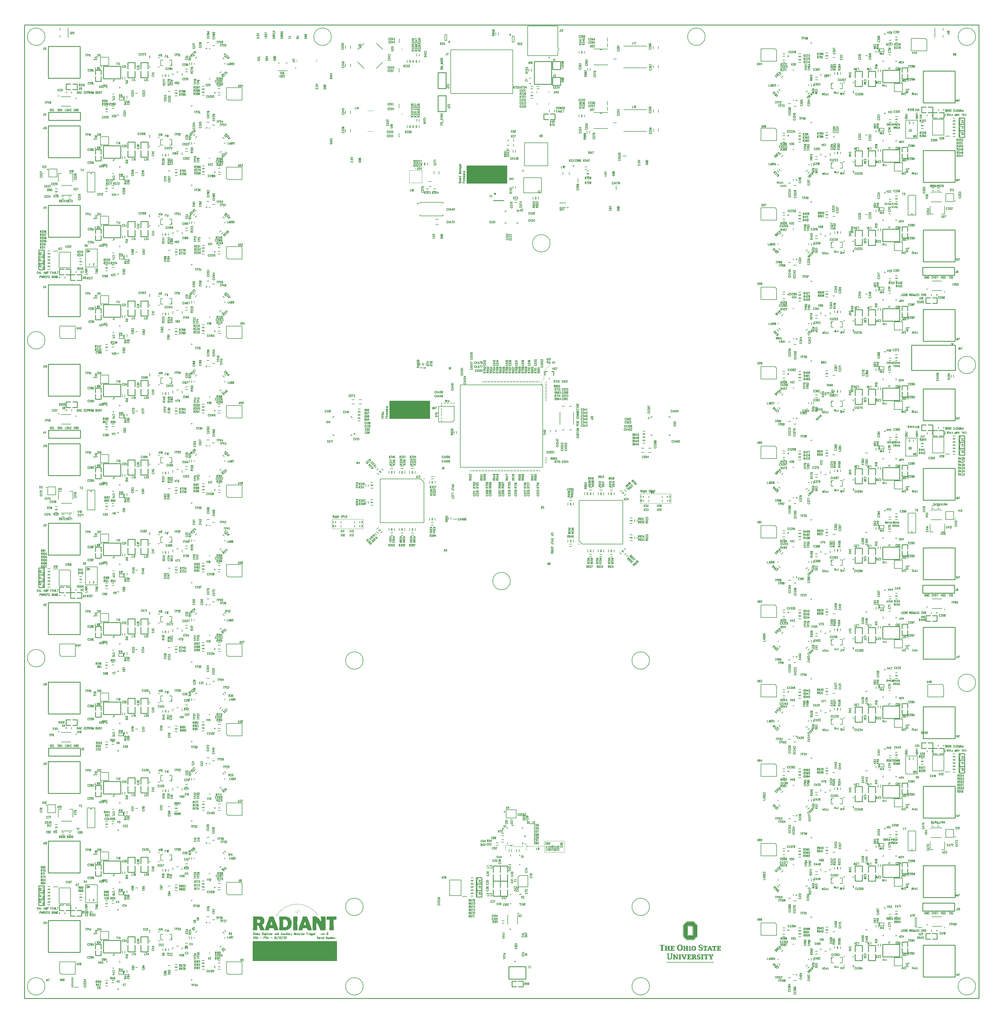
<source format=gto>
*
*
G04 PADS VX.2.3 Build Number: 9191294 generated Gerber (RS-274-X) file*
G04 PC Version=2.1*
*
%IN "radiant_v2.pcb"*%
*
%MOIN*%
*
%FSLAX35Y35*%
*
*
*
*
G04 PC Standard Apertures*
*
*
G04 Thermal Relief Aperture macro.*
%AMTER*
1,1,$1,0,0*
1,0,$1-$2,0,0*
21,0,$3,$4,0,0,45*
21,0,$3,$4,0,0,135*
%
*
*
G04 Annular Aperture macro.*
%AMANN*
1,1,$1,0,0*
1,0,$2,0,0*
%
*
*
G04 Odd Aperture macro.*
%AMODD*
1,1,$1,0,0*
1,0,$1-0.005,0,0*
%
*
*
G04 PC Custom Aperture Macros*
*
*
*
*
*
*
G04 PC Aperture Table*
*
%ADD010C,0.001*%
%ADD090C,0.00394*%
%ADD128C,0.008*%
%ADD131C,0.005*%
%ADD132C,0.006*%
%ADD133C,0.004*%
%ADD134C,0.01*%
%ADD135C,0.007*%
%ADD137C,0.003*%
%ADD351C,0.00787*%
%ADD352C,0.00787*%
%ADD353C,0.00984*%
*
*
*
*
G04 PC Circuitry*
G04 Layer Name radiant_v2.pcb - circuitry*
%LPD*%
*
G54D10*
G01X492203Y202947D02*
X490273D01*
X487798Y202700*
X487793*
X483085*
X483080*
X480605Y202947*
X480409*
Y202750*
X480407Y202734*
X480162Y201998*
Y201015*
X480147Y200980*
X479914Y200747*
Y200024*
X479908Y200002*
X479666Y199517*
Y199083*
X481595*
X483823Y199330*
X483878Y199281*
Y190608*
Y190603*
X483631Y188128*
Y186168*
X483849Y185950*
X488734*
Y190605*
X488487Y193081*
X488486Y193086*
Y199281*
X488545Y199330*
X490027Y199083*
X491985*
X492203Y199301*
Y202947*
X478575Y202490D02*
X478346Y202947D01*
X473948*
X473719Y202490*
Y200770*
X473967Y198543*
Y198537*
Y193829*
X473939Y193784*
X473444Y193537*
X473399*
X472903Y193784*
X472884Y193801*
X471894Y195287*
X471151Y196277*
X471149Y196280*
X466940Y202718*
X466462Y203195*
X465498*
X464513Y202949*
X464501Y202947*
X462539*
X462321Y202729*
Y201018*
X462568Y198542*
X462569Y198537*
Y190360*
X462568Y190355*
X462321Y187880*
Y186168*
X462539Y185950*
X466929*
Y195068*
X466943Y195103*
X467191Y195351*
X467227Y195366*
X467474*
X467514Y195346*
X469001Y193364*
X469003Y193361*
X469994Y191875*
X469995Y191873*
X471232Y189894*
X472469Y188410*
X472469D02*
X472473Y188404D01*
X473216Y187166*
X473711Y186423*
X473714Y186418*
X473948Y185950*
X478108*
X478327Y186168*
Y196059*
Y196065*
X478575Y198292*
Y202490*
X461222Y186161D02*
X459746Y190592D01*
X458507Y194060*
X457268Y197280*
Y197281*
X456277Y200005*
X455535Y201737*
X455048Y202712*
X454578Y202947*
X450637*
X450172Y202715*
X449930Y201746*
X449929Y201745*
X449434Y200010*
X449433Y200007*
X448442Y197281*
X447203Y193812*
X447202Y193811*
X445964Y190592*
X445221Y188116*
Y188114*
X444725Y186628*
X444723Y186621*
X444497Y186170*
X444937Y185950*
X449117*
X449342Y186175*
X449586Y186905*
X449833Y187894*
X449837Y187905*
X450084Y188400*
X450129Y188428*
X455333*
X455377Y188400*
X455625Y187905*
X455628Y187898*
X456120Y186423*
X456592Y185950*
X461011*
X461222Y186161*
X454144Y192590D02*
Y192342D01*
X454094Y192292*
X451368*
X451333Y192307*
X451085Y192555*
X451070Y192590*
X451073Y192606*
X452312Y196323*
X452315Y196329*
X452810Y197321*
X452903Y197310*
X453150Y196322*
X453645Y195087*
X453648Y195075*
X453895Y193345*
X454141Y192606*
X454144Y192590*
X443141Y202729D02*
X442923Y202947D01*
X438256*
X438038Y202729*
Y201265*
X438285Y198790*
Y198785*
Y190856*
Y190850*
X438038Y188623*
Y186407*
X438266Y185950*
X442684*
X443141Y186179*
Y190605*
X442894Y193081*
X442893Y193086*
Y196555*
X442894Y196560*
X443141Y198788*
Y202729*
X435955Y194573D02*
X435708Y196545D01*
X435216Y198267*
X433983Y199993*
X432754Y201468*
X430786Y202207*
X428317Y202947*
X420673*
X420445Y202490*
Y200770*
X420692Y198294*
Y198289*
Y190112*
Y190107*
X420445Y187880*
Y186168*
X420663Y185950*
X428073*
X429803Y186197*
X431276Y186443*
X433740Y188413*
X434724Y189644*
X435461Y191119*
X435955Y194573*
X431347D02*
X431347D01*
Y194567*
X431099Y192337*
X431094Y192320*
X430351Y190833*
X430338Y190817*
X428851Y189578*
X428827Y189567*
X427092Y189320*
X427085Y189319*
X425846*
X425811Y189334*
X425315Y189829*
X425300Y189865*
Y199033*
X425328Y199077*
X425824Y199325*
X425836Y199330*
X427075Y199577*
X427099Y199576*
X428833Y199081*
X428851Y199072*
X430090Y198081*
X430100Y198069*
X431091Y196583*
X431099Y196561*
X431347Y194579*
Y194573*
X419099Y186161D02*
X417622Y190592D01*
X416383Y194060*
X415144Y197280*
Y197281*
X414153Y200005*
X413411Y201737*
X412924Y202712*
X412454Y202947*
X408513*
X408048Y202715*
X407806Y201746*
Y201745*
X407310Y200010*
X407309Y200007*
X406318Y197281*
X405079Y193812*
Y193811*
X403840Y190592*
X403097Y188116*
Y188114*
X402601Y186628*
X402599Y186621*
X402373Y186170*
X402814Y185950*
X406993*
X407218Y186175*
X407462Y186905*
X407709Y187894*
X407713Y187905*
X407961Y188400*
X408005Y188428*
X413209*
X413254Y188400*
X413501Y187905*
X413504Y187898*
X413996Y186423*
X414468Y185950*
X418887*
X419099Y186161*
X412020Y192590D02*
Y192342D01*
X411970Y192292*
X409244*
X409209Y192307*
X408961Y192555*
X408946Y192590*
X408949Y192606*
X410188Y196323*
X410191Y196329*
X410686Y197321*
X410779Y197310*
X411026Y196322*
X411521Y195087*
X411524Y195075*
X411771Y193345*
X412017Y192606*
X412020Y192590*
X401761Y186140D02*
X401517Y186872D01*
X399536Y190833*
X399532Y190844*
X399288Y191821*
X398802Y192307*
X398787Y192342*
Y192590*
X398802Y192626*
X399050Y192873*
X399054Y192877*
X400288Y193864*
X401023Y194845*
X401513Y196069*
Y199021*
X400532Y200982*
X399554Y201716*
X397584Y202701*
X395118Y202947*
X388934*
X388198Y202702*
X388182Y202700*
X387946*
X387494Y202473*
X387736Y200774*
X387737Y200767*
Y190360*
X387736Y190355*
X387489Y187880*
Y186407*
X387718Y185950*
X392592*
Y188622*
X392345Y190104*
Y190112*
Y191599*
X392359Y191634*
X392607Y191882*
X392642Y191897*
X393634*
X393649Y191894*
X394393Y191647*
X394422Y191621*
X394670Y191126*
X394670D02*
X394672Y191121D01*
X395414Y189141*
X396156Y187657*
X396159Y187650*
X396655Y186164*
X396657Y186148*
Y185950*
X401761*
Y186140*
X396903Y197038D02*
X396656Y196047D01*
X396649Y196032*
X396153Y195288*
X396139Y195274*
X395396Y194779*
X395368Y194770*
X392890*
X392868Y194776*
X392372Y195023*
X392345Y195068*
Y199033*
X392359Y199068*
X392855Y199564*
X392890Y199578*
X393634*
X393643Y199577*
X394882Y199330*
X394885Y199329*
X395876Y199081*
X395899Y199068*
X396642Y198325*
X396656Y198299*
X396904Y197060*
X396903Y197038*
X387500Y186385D02*
Y187990D01*
Y202428D02*
Y202476D01*
X387600Y186185D02*
Y188990D01*
Y201728D02*
Y202526D01*
X387700Y185985D02*
Y189990D01*
Y201028D02*
Y202576D01*
X387800Y185950D02*
Y202626D01*
X387900Y185950D02*
Y202676D01*
X388000Y185950D02*
Y202700D01*
X388100Y185950D02*
Y202700D01*
X388200Y185950D02*
Y202703D01*
X388300Y185950D02*
Y202736D01*
X388400Y185950D02*
Y202769D01*
X388500Y185950D02*
Y202803D01*
X388600Y185950D02*
Y202836D01*
X388700Y185950D02*
Y202869D01*
X388800Y185950D02*
Y202903D01*
X388900Y185950D02*
Y202936D01*
X389000Y185950D02*
Y202947D01*
X389100Y185950D02*
Y202947D01*
X389200Y185950D02*
Y202947D01*
X389300Y185950D02*
Y202947D01*
X389400Y185950D02*
Y202947D01*
X389500Y185950D02*
Y202947D01*
X389600Y185950D02*
Y202947D01*
X389700Y185950D02*
Y202947D01*
X389800Y185950D02*
Y202947D01*
X389900Y185950D02*
Y202947D01*
X390000Y185950D02*
Y202947D01*
X390100Y185950D02*
Y202947D01*
X390200Y185950D02*
Y202947D01*
X390300Y185950D02*
Y202947D01*
X390400Y185950D02*
Y202947D01*
X390500Y185950D02*
Y202947D01*
X390600Y185950D02*
Y202947D01*
X390700Y185950D02*
Y202947D01*
X390800Y185950D02*
Y202947D01*
X390900Y185950D02*
Y202947D01*
X391000Y185950D02*
Y202947D01*
X391100Y185950D02*
Y202947D01*
X391200Y185950D02*
Y202947D01*
X391300Y185950D02*
Y202947D01*
X391400Y185950D02*
Y202947D01*
X391500Y185950D02*
Y202947D01*
X391600Y185950D02*
Y202947D01*
X391700Y185950D02*
Y202947D01*
X391800Y185950D02*
Y202947D01*
X391900Y185950D02*
Y202947D01*
X392000Y185950D02*
Y202947D01*
X392100Y185950D02*
Y202947D01*
X392200Y185950D02*
Y202947D01*
X392300Y185950D02*
Y202947D01*
X392400Y185950D02*
Y189776D01*
Y191675D02*
Y195010D01*
Y199109D02*
Y202947D01*
X392500Y185950D02*
Y189176D01*
Y191775D02*
Y194960D01*
Y199209D02*
Y202947D01*
X392600Y191875D02*
Y194910D01*
Y199309D02*
Y202947D01*
X392700Y191897D02*
Y194860D01*
Y199409D02*
Y202947D01*
X392800Y191897D02*
Y194810D01*
Y199509D02*
Y202947D01*
X392900Y191897D02*
Y194770D01*
Y199578D02*
Y202947D01*
X393000Y191897D02*
Y194770D01*
Y199578D02*
Y202947D01*
X393100Y191897D02*
Y194770D01*
Y199578D02*
Y202947D01*
X393200Y191897D02*
Y194770D01*
Y199578D02*
Y202947D01*
X393300Y191897D02*
Y194770D01*
Y199578D02*
Y202947D01*
X393400Y191897D02*
Y194770D01*
Y199578D02*
Y202947D01*
X393500Y191897D02*
Y194770D01*
Y199578D02*
Y202947D01*
X393600Y191897D02*
Y194770D01*
Y199578D02*
Y202947D01*
X393700Y191877D02*
Y194770D01*
Y199566D02*
Y202947D01*
X393800Y191844D02*
Y194770D01*
Y199546D02*
Y202947D01*
X393900Y191811D02*
Y194770D01*
Y199526D02*
Y202947D01*
X394000Y191777D02*
Y194770D01*
Y199506D02*
Y202947D01*
X394100Y191744D02*
Y194770D01*
Y199486D02*
Y202947D01*
X394200Y191711D02*
Y194770D01*
Y199466D02*
Y202947D01*
X394300Y191677D02*
Y194770D01*
Y199446D02*
Y202947D01*
X394400Y191644D02*
Y194770D01*
Y199426D02*
Y202947D01*
X394500Y191465D02*
Y194770D01*
Y199406D02*
Y202947D01*
X394600Y191265D02*
Y194770D01*
Y199386D02*
Y202947D01*
X394700Y191045D02*
Y194770D01*
Y199366D02*
Y202947D01*
X394800Y190779D02*
Y194770D01*
Y199346D02*
Y202947D01*
X394900Y190512D02*
Y194770D01*
Y199325D02*
Y202947D01*
X395000Y190245D02*
Y194770D01*
Y199300D02*
Y202947D01*
X395100Y189979D02*
Y194770D01*
Y199275D02*
Y202947D01*
X395200Y189712D02*
Y194770D01*
Y199250D02*
Y202939D01*
X395300Y189445D02*
Y194770D01*
Y199225D02*
Y202929D01*
X395400Y189179D02*
Y194781D01*
Y199200D02*
Y202919D01*
X395500Y188969D02*
Y194848D01*
Y199175D02*
Y202909D01*
X395600Y188769D02*
Y194915D01*
Y199150D02*
Y202899D01*
X395700Y188569D02*
Y194981D01*
Y199125D02*
Y202889D01*
X395800Y188369D02*
Y195048D01*
Y199100D02*
Y202879D01*
X395900Y188169D02*
Y195115D01*
Y199067D02*
Y202869D01*
X396000Y187969D02*
Y195181D01*
Y198967D02*
Y202859D01*
X396100Y187769D02*
Y195248D01*
Y198867D02*
Y202849D01*
X396200Y187527D02*
Y195359D01*
Y198767D02*
Y202839D01*
X396300Y187227D02*
Y195509D01*
Y198667D02*
Y202829D01*
X396400Y186927D02*
Y195659D01*
Y198567D02*
Y202819D01*
X396500Y186627D02*
Y195809D01*
Y198467D02*
Y202809D01*
X396600Y186327D02*
Y195959D01*
Y198367D02*
Y202799D01*
X396700Y185950D02*
Y196225D01*
Y198080D02*
Y202789D01*
X396800Y185950D02*
Y196625D01*
Y197580D02*
Y202779D01*
X396900Y185950D02*
Y197025D01*
Y197080D02*
Y202769D01*
X397000Y185950D02*
Y202759D01*
X397100Y185950D02*
Y202749D01*
X397200Y185950D02*
Y202739D01*
X397300Y185950D02*
Y202729D01*
X397400Y185950D02*
Y202719D01*
X397500Y185950D02*
Y202709D01*
X397600Y185950D02*
Y202693D01*
X397700Y185950D02*
Y202643D01*
X397800Y185950D02*
Y202593D01*
X397900Y185950D02*
Y202543D01*
X398000Y185950D02*
Y202493D01*
X398100Y185950D02*
Y202443D01*
X398200Y185950D02*
Y202393D01*
X398300Y185950D02*
Y202343D01*
X398400Y185950D02*
Y202293D01*
X398500Y185950D02*
Y202243D01*
X398600Y185950D02*
Y202193D01*
X398700Y185950D02*
Y202143D01*
X398800Y185950D02*
Y192309D01*
Y192624D02*
Y202093D01*
X398900Y185950D02*
Y192209D01*
Y192724D02*
Y202043D01*
X399000Y185950D02*
Y192109D01*
Y192824D02*
Y201993D01*
X399100Y185950D02*
Y192009D01*
Y192914D02*
Y201943D01*
X399200Y185950D02*
Y191909D01*
Y192994D02*
Y201893D01*
X399300Y185950D02*
Y191772D01*
Y193074D02*
Y201843D01*
X399400Y185950D02*
Y191372D01*
Y193154D02*
Y201793D01*
X399500Y185950D02*
Y190972D01*
Y193234D02*
Y201743D01*
X399600Y185950D02*
Y190705D01*
Y193314D02*
Y201681D01*
X399700Y185950D02*
Y190505D01*
Y193394D02*
Y201606D01*
X399800Y185950D02*
Y190305D01*
Y193474D02*
Y201531D01*
X399900Y185950D02*
Y190105D01*
Y193554D02*
Y201456D01*
X400000Y185950D02*
Y189905D01*
Y193634D02*
Y201381D01*
X400100Y185950D02*
Y189705D01*
Y193714D02*
Y201306D01*
X400200Y185950D02*
Y189505D01*
Y193794D02*
Y201231D01*
X400300Y185950D02*
Y189305D01*
Y193881D02*
Y201156D01*
X400400Y185950D02*
Y189105D01*
Y194014D02*
Y201081D01*
X400500Y185950D02*
Y188905D01*
Y194147D02*
Y201006D01*
X400600Y185950D02*
Y188705D01*
Y194281D02*
Y200847D01*
X400700Y185950D02*
Y188505D01*
Y194414D02*
Y200647D01*
X400800Y185950D02*
Y188305D01*
Y194547D02*
Y200447D01*
X400900Y185950D02*
Y188105D01*
Y194681D02*
Y200247D01*
X401000Y185950D02*
Y187905D01*
Y194814D02*
Y200047D01*
X401100Y185950D02*
Y187705D01*
Y195037D02*
Y199847D01*
X401200Y185950D02*
Y187505D01*
Y195287D02*
Y199647D01*
X401300Y185950D02*
Y187305D01*
Y195537D02*
Y199447D01*
X401400Y185950D02*
Y187105D01*
Y195787D02*
Y199247D01*
X401500Y185950D02*
Y186905D01*
Y196037D02*
Y199047D01*
X401600Y185950D02*
Y186622D01*
X401700Y185950D02*
Y186322D01*
X402400Y186157D02*
Y186224D01*
X402500Y186107D02*
Y186424D01*
X402600Y186057D02*
Y186624D01*
X402700Y186007D02*
Y186923D01*
X402800Y185957D02*
Y187223D01*
X402900Y185950D02*
Y187523D01*
X403000Y185950D02*
Y187823D01*
X403100Y185950D02*
Y188124D01*
X403200Y185950D02*
Y188458D01*
X403300Y185950D02*
Y188791D01*
X403400Y185950D02*
Y189124D01*
X403500Y185950D02*
Y189458D01*
X403600Y185950D02*
Y189791D01*
X403700Y185950D02*
Y190124D01*
X403800Y185950D02*
Y190458D01*
X403900Y185950D02*
Y190747D01*
X404000Y185950D02*
Y191007D01*
X404100Y185950D02*
Y191267D01*
X404200Y185950D02*
Y191527D01*
X404300Y185950D02*
Y191787D01*
X404400Y185950D02*
Y192047D01*
X404500Y185950D02*
Y192307D01*
X404600Y185950D02*
Y192567D01*
X404700Y185950D02*
Y192827D01*
X404800Y185950D02*
Y193087D01*
X404900Y185950D02*
Y193347D01*
X405000Y185950D02*
Y193607D01*
X405100Y185950D02*
Y193871D01*
X405200Y185950D02*
Y194151D01*
X405300Y185950D02*
Y194431D01*
X405400Y185950D02*
Y194711D01*
X405500Y185950D02*
Y194991D01*
X405600Y185950D02*
Y195271D01*
X405700Y185950D02*
Y195551D01*
X405800Y185950D02*
Y195831D01*
X405900Y185950D02*
Y196111D01*
X406000Y185950D02*
Y196391D01*
X406100Y185950D02*
Y196671D01*
X406200Y185950D02*
Y196951D01*
X406300Y185950D02*
Y197231D01*
X406400Y185950D02*
Y197507D01*
X406500Y185950D02*
Y197782D01*
X406600Y185950D02*
Y198057D01*
X406700Y185950D02*
Y198332D01*
X406800Y185950D02*
Y198607D01*
X406900Y185950D02*
Y198882D01*
X407000Y185957D02*
Y199157D01*
X407100Y186057D02*
Y199432D01*
X407200Y186157D02*
Y199707D01*
X407300Y186420D02*
Y199982D01*
X407400Y186720D02*
Y200325D01*
X407500Y187058D02*
Y200675D01*
X407600Y187458D02*
Y201025D01*
X407700Y187858D02*
Y201375D01*
X407800Y188079D02*
Y201725D01*
X407900Y188279D02*
Y202122D01*
X408000Y188428D02*
Y202522D01*
X408100Y188428D02*
Y202741D01*
X408200Y188428D02*
Y202791D01*
X408300Y188428D02*
Y202841D01*
X408400Y188428D02*
Y202891D01*
X408500Y188428D02*
Y202941D01*
X408600Y188428D02*
Y202947D01*
X408700Y188428D02*
Y202947D01*
X408800Y188428D02*
Y202947D01*
X408900Y188428D02*
Y202947D01*
X409000Y188428D02*
Y192516D01*
Y192759D02*
Y202947D01*
X409100Y188428D02*
Y192416D01*
Y193059D02*
Y202947D01*
X409200Y188428D02*
Y192316D01*
Y193359D02*
Y202947D01*
X409300Y188428D02*
Y192292D01*
Y193659D02*
Y202947D01*
X409400Y188428D02*
Y192292D01*
Y193959D02*
Y202947D01*
X409500Y188428D02*
Y192292D01*
Y194259D02*
Y202947D01*
X409600Y188428D02*
Y192292D01*
Y194559D02*
Y202947D01*
X409700Y188428D02*
Y192292D01*
Y194859D02*
Y202947D01*
X409800Y188428D02*
Y192292D01*
Y195159D02*
Y202947D01*
X409900Y188428D02*
Y192292D01*
Y195459D02*
Y202947D01*
X410000Y188428D02*
Y192292D01*
Y195759D02*
Y202947D01*
X410100Y188428D02*
Y192292D01*
Y196059D02*
Y202947D01*
X410200Y188428D02*
Y192292D01*
Y196348D02*
Y202947D01*
X410300Y188428D02*
Y192292D01*
Y196548D02*
Y202947D01*
X410400Y188428D02*
Y192292D01*
Y196748D02*
Y202947D01*
X410500Y188428D02*
Y192292D01*
Y196948D02*
Y202947D01*
X410600Y188428D02*
Y192292D01*
Y197148D02*
Y202947D01*
X410700Y188428D02*
Y192292D01*
Y197337D02*
Y202947D01*
X410800Y188428D02*
Y192292D01*
Y197228D02*
Y202947D01*
X410900Y188428D02*
Y192292D01*
Y196828D02*
Y202947D01*
X411000Y188428D02*
Y192292D01*
Y196428D02*
Y202947D01*
X411100Y188428D02*
Y192292D01*
Y196139D02*
Y202947D01*
X411200Y188428D02*
Y192292D01*
Y195889D02*
Y202947D01*
X411300Y188428D02*
Y192292D01*
Y195639D02*
Y202947D01*
X411400Y188428D02*
Y192292D01*
Y195389D02*
Y202947D01*
X411500Y188428D02*
Y192292D01*
Y195139D02*
Y202947D01*
X411600Y188428D02*
Y192292D01*
Y194542D02*
Y202947D01*
X411700Y188428D02*
Y192292D01*
Y193842D02*
Y202947D01*
X411800Y188428D02*
Y192292D01*
Y193258D02*
Y202947D01*
X411900Y188428D02*
Y192292D01*
Y192958D02*
Y202947D01*
X412000Y188428D02*
Y192303D01*
Y192658D02*
Y202947D01*
X412100Y188428D02*
Y202947D01*
X412200Y188428D02*
Y202947D01*
X412300Y188428D02*
Y202947D01*
X412400Y188428D02*
Y202947D01*
X412500Y188428D02*
Y202924D01*
X412600Y188428D02*
Y202874D01*
X412700Y188428D02*
Y202824D01*
X412800Y188428D02*
Y202774D01*
X412900Y188428D02*
Y202724D01*
X413000Y188428D02*
Y202560D01*
X413100Y188428D02*
Y202360D01*
X413200Y188428D02*
Y202160D01*
X413300Y188307D02*
Y201960D01*
X413400Y188107D02*
Y201760D01*
X413500Y187907D02*
Y201530D01*
X413600Y187610D02*
Y201297D01*
X413700Y187310D02*
Y201064D01*
X413800Y187010D02*
Y200830D01*
X413900Y186710D02*
Y200597D01*
X414000Y186418D02*
Y200364D01*
X414100Y186318D02*
Y200130D01*
X414200Y186218D02*
Y199878D01*
X414300Y186118D02*
Y199603D01*
X414400Y186018D02*
Y199328D01*
X414500Y185950D02*
Y199053D01*
X414600Y185950D02*
Y198778D01*
X414700Y185950D02*
Y198503D01*
X414800Y185950D02*
Y198228D01*
X414900Y185950D02*
Y197953D01*
X415000Y185950D02*
Y197678D01*
X415100Y185950D02*
Y197403D01*
X415200Y185950D02*
Y197136D01*
X415300Y185950D02*
Y196876D01*
X415400Y185950D02*
Y196616D01*
X415500Y185950D02*
Y196356D01*
X415600Y185950D02*
Y196096D01*
X415700Y185950D02*
Y195836D01*
X415800Y185950D02*
Y195576D01*
X415900Y185950D02*
Y195316D01*
X416000Y185950D02*
Y195056D01*
X416100Y185950D02*
Y194796D01*
X416200Y185950D02*
Y194536D01*
X416300Y185950D02*
Y194276D01*
X416400Y185950D02*
Y194013D01*
X416500Y185950D02*
Y193733D01*
X416600Y185950D02*
Y193453D01*
X416700Y185950D02*
Y193173D01*
X416800Y185950D02*
Y192893D01*
X416900Y185950D02*
Y192613D01*
X417000Y185950D02*
Y192333D01*
X417100Y185950D02*
Y192053D01*
X417200Y185950D02*
Y191773D01*
X417300Y185950D02*
Y191493D01*
X417400Y185950D02*
Y191213D01*
X417500Y185950D02*
Y190933D01*
X417600Y185950D02*
Y190653D01*
X417700Y185950D02*
Y190357D01*
X417800Y185950D02*
Y190057D01*
X417900Y185950D02*
Y189757D01*
X418000Y185950D02*
Y189457D01*
X418100Y185950D02*
Y189157D01*
X418200Y185950D02*
Y188857D01*
X418300Y185950D02*
Y188557D01*
X418400Y185950D02*
Y188257D01*
X418500Y185950D02*
Y187957D01*
X418600Y185950D02*
Y187657D01*
X418700Y185950D02*
Y187357D01*
X418800Y185950D02*
Y187057D01*
X418900Y185963D02*
Y186757D01*
X419000Y186063D02*
Y186457D01*
X420500Y186113D02*
Y188377D01*
Y200217D02*
Y202601D01*
X420600Y186013D02*
Y189277D01*
Y199217D02*
Y202801D01*
X420700Y185950D02*
Y202947D01*
X420800Y185950D02*
Y202947D01*
X420900Y185950D02*
Y202947D01*
X421000Y185950D02*
Y202947D01*
X421100Y185950D02*
Y202947D01*
X421200Y185950D02*
Y202947D01*
X421300Y185950D02*
Y202947D01*
X421400Y185950D02*
Y202947D01*
X421500Y185950D02*
Y202947D01*
X421600Y185950D02*
Y202947D01*
X421700Y185950D02*
Y202947D01*
X421800Y185950D02*
Y202947D01*
X421900Y185950D02*
Y202947D01*
X422000Y185950D02*
Y202947D01*
X422100Y185950D02*
Y202947D01*
X422200Y185950D02*
Y202947D01*
X422300Y185950D02*
Y202947D01*
X422400Y185950D02*
Y202947D01*
X422500Y185950D02*
Y202947D01*
X422600Y185950D02*
Y202947D01*
X422700Y185950D02*
Y202947D01*
X422800Y185950D02*
Y202947D01*
X422900Y185950D02*
Y202947D01*
X423000Y185950D02*
Y202947D01*
X423100Y185950D02*
Y202947D01*
X423200Y185950D02*
Y202947D01*
X423300Y185950D02*
Y202947D01*
X423400Y185950D02*
Y202947D01*
X423500Y185950D02*
Y202947D01*
X423600Y185950D02*
Y202947D01*
X423700Y185950D02*
Y202947D01*
X423800Y185950D02*
Y202947D01*
X423900Y185950D02*
Y202947D01*
X424000Y185950D02*
Y202947D01*
X424100Y185950D02*
Y202947D01*
X424200Y185950D02*
Y202947D01*
X424300Y185950D02*
Y202947D01*
X424400Y185950D02*
Y202947D01*
X424500Y185950D02*
Y202947D01*
X424600Y185950D02*
Y202947D01*
X424700Y185950D02*
Y202947D01*
X424800Y185950D02*
Y202947D01*
X424900Y185950D02*
Y202947D01*
X425000Y185950D02*
Y202947D01*
X425100Y185950D02*
Y202947D01*
X425200Y185950D02*
Y202947D01*
X425300Y185950D02*
Y202947D01*
X425400Y185950D02*
Y189744D01*
Y199113D02*
Y202947D01*
X425500Y185950D02*
Y189644D01*
Y199163D02*
Y202947D01*
X425600Y185950D02*
Y189544D01*
Y199213D02*
Y202947D01*
X425700Y185950D02*
Y189444D01*
Y199263D02*
Y202947D01*
X425800Y185950D02*
Y189344D01*
Y199313D02*
Y202947D01*
X425900Y185950D02*
Y189319D01*
Y199342D02*
Y202947D01*
X426000Y185950D02*
Y189319D01*
Y199362D02*
Y202947D01*
X426100Y185950D02*
Y189319D01*
Y199382D02*
Y202947D01*
X426200Y185950D02*
Y189319D01*
Y199402D02*
Y202947D01*
X426300Y185950D02*
Y189319D01*
Y199422D02*
Y202947D01*
X426400Y185950D02*
Y189319D01*
Y199442D02*
Y202947D01*
X426500Y185950D02*
Y189319D01*
Y199462D02*
Y202947D01*
X426600Y185950D02*
Y189319D01*
Y199482D02*
Y202947D01*
X426700Y185950D02*
Y189319D01*
Y199502D02*
Y202947D01*
X426800Y185950D02*
Y189319D01*
Y199522D02*
Y202947D01*
X426900Y185950D02*
Y189319D01*
Y199542D02*
Y202947D01*
X427000Y185950D02*
Y189319D01*
Y199562D02*
Y202947D01*
X427100Y185950D02*
Y189321D01*
Y199576D02*
Y202947D01*
X427200Y185950D02*
Y189335D01*
Y199547D02*
Y202947D01*
X427300Y185950D02*
Y189349D01*
Y199519D02*
Y202947D01*
X427400Y185950D02*
Y189364D01*
Y199490D02*
Y202947D01*
X427500Y185950D02*
Y189378D01*
Y199462D02*
Y202947D01*
X427600Y185950D02*
Y189392D01*
Y199433D02*
Y202947D01*
X427700Y185950D02*
Y189406D01*
Y199405D02*
Y202947D01*
X427800Y185950D02*
Y189421D01*
Y199376D02*
Y202947D01*
X427900Y185950D02*
Y189435D01*
Y199347D02*
Y202947D01*
X428000Y185950D02*
Y189449D01*
Y199319D02*
Y202947D01*
X428100Y185954D02*
Y189464D01*
Y199290D02*
Y202947D01*
X428200Y185968D02*
Y189478D01*
Y199262D02*
Y202947D01*
X428300Y185982D02*
Y189492D01*
Y199233D02*
Y202947D01*
X428400Y185997D02*
Y189506D01*
Y199205D02*
Y202922D01*
X428500Y186011D02*
Y189521D01*
Y199176D02*
Y202892D01*
X428600Y186025D02*
Y189535D01*
Y199147D02*
Y202862D01*
X428700Y186040D02*
Y189549D01*
Y199119D02*
Y202832D01*
X428800Y186054D02*
Y189564D01*
Y199090D02*
Y202802D01*
X428900Y186068D02*
Y189619D01*
Y199032D02*
Y202772D01*
X429000Y186082D02*
Y189702D01*
Y198952D02*
Y202742D01*
X429100Y186097D02*
Y189786D01*
Y198872D02*
Y202712D01*
X429200Y186111D02*
Y189869D01*
Y198792D02*
Y202682D01*
X429300Y186125D02*
Y189952D01*
Y198712D02*
Y202652D01*
X429400Y186140D02*
Y190036D01*
Y198632D02*
Y202622D01*
X429500Y186154D02*
Y190119D01*
Y198552D02*
Y202592D01*
X429600Y186168D02*
Y190202D01*
Y198472D02*
Y202562D01*
X429700Y186182D02*
Y190286D01*
Y198392D02*
Y202532D01*
X429800Y186197D02*
Y190369D01*
Y198312D02*
Y202502D01*
X429900Y186213D02*
Y190452D01*
Y198232D02*
Y202472D01*
X430000Y186230D02*
Y190536D01*
Y198152D02*
Y202442D01*
X430100Y186247D02*
Y190619D01*
Y198069D02*
Y202412D01*
X430200Y186263D02*
Y190702D01*
Y197919D02*
Y202382D01*
X430300Y186280D02*
Y190786D01*
Y197769D02*
Y202352D01*
X430400Y186297D02*
Y190932D01*
Y197619D02*
Y202322D01*
X430500Y186313D02*
Y191132D01*
Y197469D02*
Y202292D01*
X430600Y186330D02*
Y191332D01*
Y197319D02*
Y202262D01*
X430700Y186347D02*
Y191532D01*
Y197169D02*
Y202232D01*
X430800Y186363D02*
Y191732D01*
Y197019D02*
Y202201D01*
X430900Y186380D02*
Y191932D01*
Y196869D02*
Y202164D01*
X431000Y186397D02*
Y192132D01*
Y196719D02*
Y202126D01*
X431100Y186413D02*
Y192344D01*
Y196554D02*
Y202089D01*
X431200Y186430D02*
Y193244D01*
Y195754D02*
Y202051D01*
X431300Y186462D02*
Y194144D01*
Y194954D02*
Y202014D01*
X431400Y186542D02*
Y201976D01*
X431500Y186622D02*
Y201939D01*
X431600Y186702D02*
Y201901D01*
X431700Y186782D02*
Y201864D01*
X431800Y186862D02*
Y201826D01*
X431900Y186942D02*
Y201789D01*
X432000Y187022D02*
Y201751D01*
X432100Y187102D02*
Y201714D01*
X432200Y187182D02*
Y201676D01*
X432300Y187262D02*
Y201639D01*
X432400Y187342D02*
Y201601D01*
X432500Y187422D02*
Y201564D01*
X432600Y187502D02*
Y201526D01*
X432700Y187582D02*
Y201489D01*
X432800Y187662D02*
Y201413D01*
X432900Y187742D02*
Y201293D01*
X433000Y187822D02*
Y201173D01*
X433100Y187902D02*
Y201053D01*
X433200Y187982D02*
Y200933D01*
X433300Y188062D02*
Y200813D01*
X433400Y188142D02*
Y200693D01*
X433500Y188222D02*
Y200573D01*
X433600Y188302D02*
Y200453D01*
X433700Y188382D02*
Y200333D01*
X433800Y188489D02*
Y200213D01*
X433900Y188614D02*
Y200093D01*
X434000Y188739D02*
Y199970D01*
X434100Y188864D02*
Y199830D01*
X434200Y188989D02*
Y199690D01*
X434300Y189114D02*
Y199550D01*
X434400Y189239D02*
Y199410D01*
X434500Y189364D02*
Y199270D01*
X434600Y189489D02*
Y199130D01*
X434700Y189614D02*
Y198990D01*
X434800Y189796D02*
Y198850D01*
X434900Y189996D02*
Y198710D01*
X435000Y190196D02*
Y198570D01*
X435100Y190396D02*
Y198430D01*
X435200Y190596D02*
Y198290D01*
X435300Y190796D02*
Y197974D01*
X435400Y190996D02*
Y197624D01*
X435500Y191389D02*
Y197274D01*
X435600Y192089D02*
Y196924D01*
X435700Y192789D02*
Y196574D01*
X435800Y193489D02*
Y195812D01*
X435900Y194189D02*
Y195012D01*
X438100Y186283D02*
Y189184D01*
Y200641D02*
Y202791D01*
X438200Y186083D02*
Y190084D01*
Y199641D02*
Y202891D01*
X438300Y185950D02*
Y202947D01*
X438400Y185950D02*
Y202947D01*
X438500Y185950D02*
Y202947D01*
X438600Y185950D02*
Y202947D01*
X438700Y185950D02*
Y202947D01*
X438800Y185950D02*
Y202947D01*
X438900Y185950D02*
Y202947D01*
X439000Y185950D02*
Y202947D01*
X439100Y185950D02*
Y202947D01*
X439200Y185950D02*
Y202947D01*
X439300Y185950D02*
Y202947D01*
X439400Y185950D02*
Y202947D01*
X439500Y185950D02*
Y202947D01*
X439600Y185950D02*
Y202947D01*
X439700Y185950D02*
Y202947D01*
X439800Y185950D02*
Y202947D01*
X439900Y185950D02*
Y202947D01*
X440000Y185950D02*
Y202947D01*
X440100Y185950D02*
Y202947D01*
X440200Y185950D02*
Y202947D01*
X440300Y185950D02*
Y202947D01*
X440400Y185950D02*
Y202947D01*
X440500Y185950D02*
Y202947D01*
X440600Y185950D02*
Y202947D01*
X440700Y185950D02*
Y202947D01*
X440800Y185950D02*
Y202947D01*
X440900Y185950D02*
Y202947D01*
X441000Y185950D02*
Y202947D01*
X441100Y185950D02*
Y202947D01*
X441200Y185950D02*
Y202947D01*
X441300Y185950D02*
Y202947D01*
X441400Y185950D02*
Y202947D01*
X441500Y185950D02*
Y202947D01*
X441600Y185950D02*
Y202947D01*
X441700Y185950D02*
Y202947D01*
X441800Y185950D02*
Y202947D01*
X441900Y185950D02*
Y202947D01*
X442000Y185950D02*
Y202947D01*
X442100Y185950D02*
Y202947D01*
X442200Y185950D02*
Y202947D01*
X442300Y185950D02*
Y202947D01*
X442400Y185950D02*
Y202947D01*
X442500Y185950D02*
Y202947D01*
X442600Y185950D02*
Y202947D01*
X442700Y185958D02*
Y202947D01*
X442800Y186008D02*
Y202947D01*
X442900Y186058D02*
Y193017D01*
Y196617D02*
Y202947D01*
X443000Y186108D02*
Y192017D01*
Y197517D02*
Y202870D01*
X443100Y186158D02*
Y191017D01*
Y198417D02*
Y202770D01*
X444500Y186169D02*
Y186176D01*
X444600Y186119D02*
Y186376D01*
X444700Y186069D02*
Y186576D01*
X444800Y186019D02*
Y186852D01*
X444900Y185969D02*
Y187152D01*
X445000Y185950D02*
Y187452D01*
X445100Y185950D02*
Y187752D01*
X445200Y185950D02*
Y188052D01*
X445300Y185950D02*
Y188378D01*
X445400Y185950D02*
Y188711D01*
X445500Y185950D02*
Y189045D01*
X445600Y185950D02*
Y189378D01*
X445700Y185950D02*
Y189711D01*
X445800Y185950D02*
Y190045D01*
X445900Y185950D02*
Y190378D01*
X446000Y185950D02*
Y190685D01*
X446100Y185950D02*
Y190945D01*
X446200Y185950D02*
Y191205D01*
X446300Y185950D02*
Y191465D01*
X446400Y185950D02*
Y191725D01*
X446500Y185950D02*
Y191985D01*
X446600Y185950D02*
Y192245D01*
X446700Y185950D02*
Y192505D01*
X446800Y185950D02*
Y192765D01*
X446900Y185950D02*
Y193025D01*
X447000Y185950D02*
Y193285D01*
X447100Y185950D02*
Y193545D01*
X447200Y185950D02*
Y193805D01*
X447300Y185950D02*
Y194084D01*
X447400Y185950D02*
Y194364D01*
X447500Y185950D02*
Y194644D01*
X447600Y185950D02*
Y194924D01*
X447700Y185950D02*
Y195204D01*
X447800Y185950D02*
Y195484D01*
X447900Y185950D02*
Y195764D01*
X448000Y185950D02*
Y196044D01*
X448100Y185950D02*
Y196324D01*
X448200Y185950D02*
Y196604D01*
X448300Y185950D02*
Y196884D01*
X448400Y185950D02*
Y197164D01*
X448500Y185950D02*
Y197442D01*
X448600Y185950D02*
Y197717D01*
X448700Y185950D02*
Y197992D01*
X448800Y185950D02*
Y198267D01*
X448900Y185950D02*
Y198542D01*
X449000Y185950D02*
Y198817D01*
X449100Y185950D02*
Y199092D01*
X449200Y186033D02*
Y199367D01*
X449300Y186133D02*
Y199642D01*
X449400Y186348D02*
Y199917D01*
X449500Y186648D02*
Y200241D01*
X449600Y186963D02*
Y200591D01*
X449700Y187363D02*
Y200941D01*
X449800Y187763D02*
Y201291D01*
X449900Y188031D02*
Y201641D01*
X450000Y188231D02*
Y202027D01*
X450100Y188418D02*
Y202427D01*
X450200Y188428D02*
Y202729D01*
X450300Y188428D02*
Y202779D01*
X450400Y188428D02*
Y202829D01*
X450500Y188428D02*
Y202879D01*
X450600Y188428D02*
Y202929D01*
X450700Y188428D02*
Y202947D01*
X450800Y188428D02*
Y202947D01*
X450900Y188428D02*
Y202947D01*
X451000Y188428D02*
Y202947D01*
X451100Y188428D02*
Y192540D01*
Y192687D02*
Y202947D01*
X451200Y188428D02*
Y192440D01*
Y192987D02*
Y202947D01*
X451300Y188428D02*
Y192340D01*
Y193287D02*
Y202947D01*
X451400Y188428D02*
Y192292D01*
Y193587D02*
Y202947D01*
X451500Y188428D02*
Y192292D01*
Y193887D02*
Y202947D01*
X451600Y188428D02*
Y192292D01*
Y194187D02*
Y202947D01*
X451700Y188428D02*
Y192292D01*
Y194487D02*
Y202947D01*
X451800Y188428D02*
Y192292D01*
Y194787D02*
Y202947D01*
X451900Y188428D02*
Y192292D01*
Y195087D02*
Y202947D01*
X452000Y188428D02*
Y192292D01*
Y195387D02*
Y202947D01*
X452100Y188428D02*
Y192292D01*
Y195687D02*
Y202947D01*
X452200Y188428D02*
Y192292D01*
Y195987D02*
Y202947D01*
X452300Y188428D02*
Y192292D01*
Y196287D02*
Y202947D01*
X452400Y188428D02*
Y192292D01*
Y196500D02*
Y202947D01*
X452500Y188428D02*
Y192292D01*
Y196700D02*
Y202947D01*
X452600Y188428D02*
Y192292D01*
Y196900D02*
Y202947D01*
X452700Y188428D02*
Y192292D01*
Y197100D02*
Y202947D01*
X452800Y188428D02*
Y192292D01*
Y197300D02*
Y202947D01*
X452900Y188428D02*
Y192292D01*
Y197320D02*
Y202947D01*
X453000Y188428D02*
Y192292D01*
Y196924D02*
Y202947D01*
X453100Y188428D02*
Y192292D01*
Y196524D02*
Y202947D01*
X453200Y188428D02*
Y192292D01*
Y196198D02*
Y202947D01*
X453300Y188428D02*
Y192292D01*
Y195948D02*
Y202947D01*
X453400Y188428D02*
Y192292D01*
Y195698D02*
Y202947D01*
X453500Y188428D02*
Y192292D01*
Y195448D02*
Y202947D01*
X453600Y188428D02*
Y192292D01*
Y195198D02*
Y202947D01*
X453700Y188428D02*
Y192292D01*
Y194709D02*
Y202947D01*
X453800Y188428D02*
Y192292D01*
Y194009D02*
Y202947D01*
X453900Y188428D02*
Y192292D01*
Y193330D02*
Y202947D01*
X454000Y188428D02*
Y192292D01*
Y193030D02*
Y202947D01*
X454100Y188428D02*
Y192293D01*
Y192730D02*
Y202947D01*
X454200Y188428D02*
Y202947D01*
X454300Y188428D02*
Y202947D01*
X454400Y188428D02*
Y202947D01*
X454500Y188428D02*
Y202947D01*
X454600Y188428D02*
Y202936D01*
X454700Y188428D02*
Y202886D01*
X454800Y188428D02*
Y202836D01*
X454900Y188428D02*
Y202786D01*
X455000Y188428D02*
Y202736D01*
X455100Y188428D02*
Y202608D01*
X455200Y188428D02*
Y202408D01*
X455300Y188428D02*
Y202208D01*
X455400Y188355D02*
Y202008D01*
X455500Y188155D02*
Y201808D01*
X455600Y187955D02*
Y201586D01*
X455700Y187682D02*
Y201353D01*
X455800Y187382D02*
Y201119D01*
X455900Y187082D02*
Y200886D01*
X456000Y186782D02*
Y200653D01*
X456100Y186482D02*
Y200419D01*
X456200Y186342D02*
Y200186D01*
X456300Y186242D02*
Y199943D01*
X456400Y186142D02*
Y199668D01*
X456500Y186042D02*
Y199393D01*
X456600Y185950D02*
Y199118D01*
X456700Y185950D02*
Y198843D01*
X456800Y185950D02*
Y198568D01*
X456900Y185950D02*
Y198293D01*
X457000Y185950D02*
Y198018D01*
X457100Y185950D02*
Y197743D01*
X457200Y185950D02*
Y197468D01*
X457300Y185950D02*
Y197198D01*
X457400Y185950D02*
Y196938D01*
X457500Y185950D02*
Y196678D01*
X457600Y185950D02*
Y196418D01*
X457700Y185950D02*
Y196158D01*
X457800Y185950D02*
Y195898D01*
X457900Y185950D02*
Y195638D01*
X458000Y185950D02*
Y195378D01*
X458100Y185950D02*
Y195118D01*
X458200Y185950D02*
Y194858D01*
X458300Y185950D02*
Y194598D01*
X458400Y185950D02*
Y194338D01*
X458500Y185950D02*
Y194078D01*
X458600Y185950D02*
Y193799D01*
X458700Y185950D02*
Y193519D01*
X458800Y185950D02*
Y193239D01*
X458900Y185950D02*
Y192959D01*
X459000Y185950D02*
Y192679D01*
X459100Y185950D02*
Y192399D01*
X459200Y185950D02*
Y192119D01*
X459300Y185950D02*
Y191839D01*
X459400Y185950D02*
Y191559D01*
X459500Y185950D02*
Y191279D01*
X459600Y185950D02*
Y190999D01*
X459700Y185950D02*
Y190719D01*
X459800Y185950D02*
Y190429D01*
X459900Y185950D02*
Y190129D01*
X460000Y185950D02*
Y189829D01*
X460100Y185950D02*
Y189529D01*
X460200Y185950D02*
Y189229D01*
X460300Y185950D02*
Y188929D01*
X460400Y185950D02*
Y188629D01*
X460500Y185950D02*
Y188329D01*
X460600Y185950D02*
Y188029D01*
X460700Y185950D02*
Y187729D01*
X460800Y185950D02*
Y187429D01*
X460900Y185950D02*
Y187129D01*
X461000Y185950D02*
Y186829D01*
X461100Y186039D02*
Y186529D01*
X461200Y186139D02*
Y186229D01*
X462400Y186089D02*
Y188672D01*
Y200225D02*
Y202808D01*
X462500Y185989D02*
Y189672D01*
Y199225D02*
Y202908D01*
X462600Y185950D02*
Y202947D01*
X462700Y185950D02*
Y202947D01*
X462800Y185950D02*
Y202947D01*
X462900Y185950D02*
Y202947D01*
X463000Y185950D02*
Y202947D01*
X463100Y185950D02*
Y202947D01*
X463200Y185950D02*
Y202947D01*
X463300Y185950D02*
Y202947D01*
X463400Y185950D02*
Y202947D01*
X463500Y185950D02*
Y202947D01*
X463600Y185950D02*
Y202947D01*
X463700Y185950D02*
Y202947D01*
X463800Y185950D02*
Y202947D01*
X463900Y185950D02*
Y202947D01*
X464000Y185950D02*
Y202947D01*
X464100Y185950D02*
Y202947D01*
X464200Y185950D02*
Y202947D01*
X464300Y185950D02*
Y202947D01*
X464400Y185950D02*
Y202947D01*
X464500Y185950D02*
Y202947D01*
X464600Y185950D02*
Y202971D01*
X464700Y185950D02*
Y202996D01*
X464800Y185950D02*
Y203021D01*
X464900Y185950D02*
Y203046D01*
X465000Y185950D02*
Y203071D01*
X465100Y185950D02*
Y203096D01*
X465200Y185950D02*
Y203121D01*
X465300Y185950D02*
Y203146D01*
X465400Y185950D02*
Y203171D01*
X465500Y185950D02*
Y203195D01*
X465600Y185950D02*
Y203195D01*
X465700Y185950D02*
Y203195D01*
X465800Y185950D02*
Y203195D01*
X465900Y185950D02*
Y203195D01*
X466000Y185950D02*
Y203195D01*
X466100Y185950D02*
Y203195D01*
X466200Y185950D02*
Y203195D01*
X466300Y185950D02*
Y203195D01*
X466400Y185950D02*
Y203195D01*
X466500Y185950D02*
Y203158D01*
X466600Y185950D02*
Y203058D01*
X466700Y185950D02*
Y202958D01*
X466800Y185950D02*
Y202858D01*
X466900Y185950D02*
Y202758D01*
X467000Y195160D02*
Y202626D01*
X467100Y195260D02*
Y202473D01*
X467200Y195358D02*
Y202320D01*
X467300Y195366D02*
Y202167D01*
X467400Y195366D02*
Y202014D01*
X467500Y195359D02*
Y201861D01*
X467600Y195232D02*
Y201708D01*
X467700Y195098D02*
Y201555D01*
X467800Y194965D02*
Y201402D01*
X467900Y194832D02*
Y201249D01*
X468000Y194698D02*
Y201096D01*
X468100Y194565D02*
Y200943D01*
X468200Y194432D02*
Y200790D01*
X468300Y194298D02*
Y200637D01*
X468400Y194165D02*
Y200485D01*
X468500Y194032D02*
Y200332D01*
X468600Y193898D02*
Y200179D01*
X468700Y193765D02*
Y200026D01*
X468800Y193632D02*
Y199873D01*
X468900Y193498D02*
Y199720D01*
X469000Y193365D02*
Y199567D01*
X469100Y193215D02*
Y199414D01*
X469200Y193065D02*
Y199261D01*
X469300Y192915D02*
Y199108D01*
X469400Y192765D02*
Y198955D01*
X469500Y192615D02*
Y198802D01*
X469600Y192465D02*
Y198649D01*
X469700Y192315D02*
Y198496D01*
X469800Y192165D02*
Y198343D01*
X469900Y192015D02*
Y198190D01*
X470000Y191865D02*
Y198037D01*
X470100Y191705D02*
Y197885D01*
X470200Y191545D02*
Y197732D01*
X470300Y191385D02*
Y197579D01*
X470400Y191225D02*
Y197426D01*
X470500Y191065D02*
Y197273D01*
X470600Y190905D02*
Y197120D01*
X470700Y190745D02*
Y196967D01*
X470800Y190585D02*
Y196814D01*
X470900Y190425D02*
Y196661D01*
X471000Y190265D02*
Y196508D01*
X471100Y190105D02*
Y196355D01*
X471200Y189945D02*
Y196212D01*
X471300Y189812D02*
Y196079D01*
X471400Y189692D02*
Y195945D01*
X471500Y189572D02*
Y195812D01*
X471600Y189452D02*
Y195679D01*
X471700Y189332D02*
Y195545D01*
X471800Y189212D02*
Y195412D01*
X471900Y189092D02*
Y195278D01*
X472000Y188972D02*
Y195128D01*
X472100Y188852D02*
Y194978D01*
X472200Y188732D02*
Y194828D01*
X472300Y188612D02*
Y194678D01*
X472400Y188492D02*
Y194528D01*
X472500Y188359D02*
Y194378D01*
X472600Y188192D02*
Y194228D01*
X472700Y188025D02*
Y194078D01*
X472800Y187859D02*
Y193928D01*
X472900Y187692D02*
Y193786D01*
X473000Y187525D02*
Y193736D01*
X473100Y187359D02*
Y193686D01*
X473200Y187192D02*
Y193636D01*
X473300Y187039D02*
Y193586D01*
X473400Y186889D02*
Y193536D01*
X473500Y186739D02*
Y193565D01*
X473600Y186589D02*
Y193615D01*
X473700Y186439D02*
Y193665D01*
X473800Y186245D02*
Y193715D01*
Y200041D02*
Y202652D01*
X473900Y186045D02*
Y193765D01*
Y199141D02*
Y202852D01*
X474000Y185950D02*
Y202947D01*
X474100Y185950D02*
Y202947D01*
X474200Y185950D02*
Y202947D01*
X474300Y185950D02*
Y202947D01*
X474400Y185950D02*
Y202947D01*
X474500Y185950D02*
Y202947D01*
X474600Y185950D02*
Y202947D01*
X474700Y185950D02*
Y202947D01*
X474800Y185950D02*
Y202947D01*
X474900Y185950D02*
Y202947D01*
X475000Y185950D02*
Y202947D01*
X475100Y185950D02*
Y202947D01*
X475200Y185950D02*
Y202947D01*
X475300Y185950D02*
Y202947D01*
X475400Y185950D02*
Y202947D01*
X475500Y185950D02*
Y202947D01*
X475600Y185950D02*
Y202947D01*
X475700Y185950D02*
Y202947D01*
X475800Y185950D02*
Y202947D01*
X475900Y185950D02*
Y202947D01*
X476000Y185950D02*
Y202947D01*
X476100Y185950D02*
Y202947D01*
X476200Y185950D02*
Y202947D01*
X476300Y185950D02*
Y202947D01*
X476400Y185950D02*
Y202947D01*
X476500Y185950D02*
Y202947D01*
X476600Y185950D02*
Y202947D01*
X476700Y185950D02*
Y202947D01*
X476800Y185950D02*
Y202947D01*
X476900Y185950D02*
Y202947D01*
X477000Y185950D02*
Y202947D01*
X477100Y185950D02*
Y202947D01*
X477200Y185950D02*
Y202947D01*
X477300Y185950D02*
Y202947D01*
X477400Y185950D02*
Y202947D01*
X477500Y185950D02*
Y202947D01*
X477600Y185950D02*
Y202947D01*
X477700Y185950D02*
Y202947D01*
X477800Y185950D02*
Y202947D01*
X477900Y185950D02*
Y202947D01*
X478000Y185950D02*
Y202947D01*
X478100Y185950D02*
Y202947D01*
X478200Y186042D02*
Y202947D01*
X478300Y186142D02*
Y202947D01*
X478400Y196719D02*
Y202840D01*
X478500Y197619D02*
Y202640D01*
X479700Y199083D02*
Y199585D01*
X479800Y199083D02*
Y199785D01*
X479900Y199083D02*
Y199985D01*
X480000Y199083D02*
Y200833D01*
X480100Y199083D02*
Y200933D01*
X480200Y199083D02*
Y202114D01*
X480300Y199083D02*
Y202414D01*
X480400Y199083D02*
Y202714D01*
X480500Y199083D02*
Y202947D01*
X480600Y199083D02*
Y202947D01*
X480700Y199083D02*
Y202938D01*
X480800Y199083D02*
Y202928D01*
X480900Y199083D02*
Y202918D01*
X481000Y199083D02*
Y202908D01*
X481100Y199083D02*
Y202898D01*
X481200Y199083D02*
Y202888D01*
X481300Y199083D02*
Y202878D01*
X481400Y199083D02*
Y202868D01*
X481500Y199083D02*
Y202858D01*
X481600Y199083D02*
Y202848D01*
X481700Y199094D02*
Y202838D01*
X481800Y199105D02*
Y202828D01*
X481900Y199117D02*
Y202818D01*
X482000Y199128D02*
Y202808D01*
X482100Y199139D02*
Y202798D01*
X482200Y199150D02*
Y202788D01*
X482300Y199161D02*
Y202778D01*
X482400Y199172D02*
Y202768D01*
X482500Y199183D02*
Y202758D01*
X482600Y199194D02*
Y202748D01*
X482700Y199205D02*
Y202738D01*
X482800Y199217D02*
Y202728D01*
X482900Y199228D02*
Y202718D01*
X483000Y199239D02*
Y202708D01*
X483100Y199250D02*
Y202700D01*
X483200Y199261D02*
Y202700D01*
X483300Y199272D02*
Y202700D01*
X483400Y199283D02*
Y202700D01*
X483500Y199294D02*
Y202700D01*
X483600Y199305D02*
Y202700D01*
X483700Y186099D02*
Y188822D01*
Y199317D02*
Y202700D01*
X483800Y185999D02*
Y189822D01*
Y199328D02*
Y202700D01*
X483900Y185950D02*
Y202700D01*
X484000Y185950D02*
Y202700D01*
X484100Y185950D02*
Y202700D01*
X484200Y185950D02*
Y202700D01*
X484300Y185950D02*
Y202700D01*
X484400Y185950D02*
Y202700D01*
X484500Y185950D02*
Y202700D01*
X484600Y185950D02*
Y202700D01*
X484700Y185950D02*
Y202700D01*
X484800Y185950D02*
Y202700D01*
X484900Y185950D02*
Y202700D01*
X485000Y185950D02*
Y202700D01*
X485100Y185950D02*
Y202700D01*
X485200Y185950D02*
Y202700D01*
X485300Y185950D02*
Y202700D01*
X485400Y185950D02*
Y202700D01*
X485500Y185950D02*
Y202700D01*
X485600Y185950D02*
Y202700D01*
X485700Y185950D02*
Y202700D01*
X485800Y185950D02*
Y202700D01*
X485900Y185950D02*
Y202700D01*
X486000Y185950D02*
Y202700D01*
X486100Y185950D02*
Y202700D01*
X486200Y185950D02*
Y202700D01*
X486300Y185950D02*
Y202700D01*
X486400Y185950D02*
Y202700D01*
X486500Y185950D02*
Y202700D01*
X486600Y185950D02*
Y202700D01*
X486700Y185950D02*
Y202700D01*
X486800Y185950D02*
Y202700D01*
X486900Y185950D02*
Y202700D01*
X487000Y185950D02*
Y202700D01*
X487100Y185950D02*
Y202700D01*
X487200Y185950D02*
Y202700D01*
X487300Y185950D02*
Y202700D01*
X487400Y185950D02*
Y202700D01*
X487500Y185950D02*
Y202700D01*
X487600Y185950D02*
Y202700D01*
X487700Y185950D02*
Y202700D01*
X487800Y185950D02*
Y202700D01*
X487900Y185950D02*
Y202710D01*
X488000Y185950D02*
Y202720D01*
X488100Y185950D02*
Y202730D01*
X488200Y185950D02*
Y202740D01*
X488300Y185950D02*
Y202750D01*
X488400Y185950D02*
Y202760D01*
X488500Y185950D02*
Y192946D01*
Y199315D02*
Y202770D01*
X488600Y185950D02*
Y191946D01*
Y199321D02*
Y202780D01*
X488700Y185950D02*
Y190946D01*
Y199304D02*
Y202790D01*
X488800Y199287D02*
Y202800D01*
X488900Y199271D02*
Y202810D01*
X489000Y199254D02*
Y202820D01*
X489100Y199237D02*
Y202830D01*
X489200Y199221D02*
Y202840D01*
X489300Y199204D02*
Y202850D01*
X489400Y199187D02*
Y202860D01*
X489500Y199171D02*
Y202870D01*
X489600Y199154D02*
Y202880D01*
X489700Y199137D02*
Y202890D01*
X489800Y199121D02*
Y202900D01*
X489900Y199104D02*
Y202910D01*
X490000Y199087D02*
Y202920D01*
X490100Y199083D02*
Y202930D01*
X490200Y199083D02*
Y202940D01*
X490300Y199083D02*
Y202947D01*
X490400Y199083D02*
Y202947D01*
X490500Y199083D02*
Y202947D01*
X490600Y199083D02*
Y202947D01*
X490700Y199083D02*
Y202947D01*
X490800Y199083D02*
Y202947D01*
X490900Y199083D02*
Y202947D01*
X491000Y199083D02*
Y202947D01*
X491100Y199083D02*
Y202947D01*
X491200Y199083D02*
Y202947D01*
X491300Y199083D02*
Y202947D01*
X491400Y199083D02*
Y202947D01*
X491500Y199083D02*
Y202947D01*
X491600Y199083D02*
Y202947D01*
X491700Y199083D02*
Y202947D01*
X491800Y199083D02*
Y202947D01*
X491900Y199083D02*
Y202947D01*
X492000Y199098D02*
Y202947D01*
X492100Y199198D02*
Y202947D01*
X492200Y199298D02*
Y202947D01*
*
G04 PC Custom Flashes*
G04 Layer Name radiant_v2.pcb - flashes*
%LPD*%
*
*
G04 PC Circuitry*
G04 Layer Name radiant_v2.pcb - circuitry*
%LPD*%
*
G54D10*
X165550Y433187D02*
Y431687D01*
X164550*
Y433187*
X165550*
Y833187D02*
Y831687D01*
X164550*
Y833187*
X165550*
Y1233187D02*
Y1231687D01*
X164550*
Y1233187*
X165550*
X1234450Y991813D02*
Y993313D01*
X1235450*
Y991813*
X1234450*
Y591813D02*
Y593313D01*
X1235450*
Y591813*
X1234450*
Y191813D02*
Y193313D01*
X1235450*
Y191813*
X1234450*
G54D90*
X177197Y242917D02*
X191803D01*
Y220083*
X177197*
Y242917*
Y642917D02*
X191803D01*
Y620083*
X177197*
Y642917*
Y1042917D02*
X191803D01*
Y1020083*
X177197*
Y1042917*
X538543Y1216992D02*
X531457D01*
X538543Y1191008D02*
X531457D01*
X601094Y1141362D02*
X601094D01*
Y1140969D02*
G75*
G03Y1141362I0J196D01*
G01Y1140969D02*
X601094D01*
Y1141362D02*
G03Y1140969I0J-197D01*
G01X599874Y1141874D02*
Y1126126D01*
X584126*
Y1141874*
X599874*
X592443Y1144000D02*
G03X592443I-498J0D01*
G01X1222803Y1182083D02*
X1208197D01*
Y1204917*
X1222803*
Y1182083*
Y782083D02*
X1208197D01*
Y804917*
X1222803*
Y782083*
Y382083D02*
X1208197D01*
Y404917*
X1222803*
Y382083*
X759874Y1239299D02*
Y1240874D01*
X758299*
X745701D02*
X744126D01*
Y1239299*
Y1226701D02*
Y1225126D01*
X745701*
X759874Y1226701D02*
Y1225126D01*
X758299*
X757118Y1242843D02*
X757118D01*
G03X756724I-197J-0*
G01X756724*
G03X757118I197J-0*
G01X467500Y1281969D02*
Y1278031D01*
X442500Y1281969D02*
Y1278031D01*
G54D128*
X333566Y194950D02*
X333000Y195516D01*
X332434Y194950*
X314050Y176566D02*
X313484Y176000D01*
X314050Y175434*
X332434Y157050D02*
X333000Y156484D01*
X333566Y157050*
X351950Y175434D02*
X352516Y176000D01*
X351950Y176566*
X333566Y294950D02*
X333000Y295516D01*
X332434Y294950*
X314050Y276566D02*
X313484Y276000D01*
X314050Y275434*
X332434Y257050D02*
X333000Y256484D01*
X333566Y257050*
X351950Y275434D02*
X352516Y276000D01*
X351950Y276566*
X333566Y394950D02*
X333000Y395516D01*
X332434Y394950*
X314050Y376566D02*
X313484Y376000D01*
X314050Y375434*
X332434Y357050D02*
X333000Y356484D01*
X333566Y357050*
X351950Y375434D02*
X352516Y376000D01*
X351950Y376566*
X333566Y494950D02*
X333000Y495516D01*
X332434Y494950*
X314050Y476566D02*
X313484Y476000D01*
X314050Y475434*
X332434Y457050D02*
X333000Y456484D01*
X333566Y457050*
X351950Y475434D02*
X352516Y476000D01*
X351950Y476566*
X142900Y328000D02*
Y338000D01*
X146800*
X157200D02*
X161100D01*
Y328000*
X286791Y164460D02*
Y161660D01*
X298391Y164460D02*
Y161660D01*
X291391Y165660D02*
X293791D01*
X286791Y264460D02*
Y261660D01*
X298391Y264460D02*
Y261660D01*
X291391Y265660D02*
X293791D01*
X286791Y364460D02*
Y361660D01*
X298391Y364460D02*
Y361660D01*
X291391Y365660D02*
X293791D01*
X286791Y464460D02*
Y461660D01*
X298391Y464460D02*
Y461660D01*
X291391Y465660D02*
X293791D01*
X705900Y337300D02*
X718500D01*
Y326900*
X705900*
Y337300*
X720300Y204800D02*
Y193200D01*
X707700Y204800D02*
Y193200D01*
X239781Y138918D02*
X242581D01*
X280726Y141280D02*
X283526D01*
X239781Y238918D02*
X242581D01*
X280726Y241280D02*
X283526D01*
X280726Y341280D02*
X283526D01*
X239781Y338918D02*
X242581D01*
X280726Y441280D02*
X283526D01*
X239781Y438918D02*
X242581D01*
X333566Y594950D02*
X333000Y595516D01*
X332434Y594950*
X314050Y576566D02*
X313484Y576000D01*
X314050Y575434*
X332434Y557050D02*
X333000Y556484D01*
X333566Y557050*
X351950Y575434D02*
X352516Y576000D01*
X351950Y576566*
X333566Y694950D02*
X333000Y695516D01*
X332434Y694950*
X314050Y676566D02*
X313484Y676000D01*
X314050Y675434*
X332434Y657050D02*
X333000Y656484D01*
X333566Y657050*
X351950Y675434D02*
X352516Y676000D01*
X351950Y676566*
X333566Y794950D02*
X333000Y795516D01*
X332434Y794950*
X314050Y776566D02*
X313484Y776000D01*
X314050Y775434*
X332434Y757050D02*
X333000Y756484D01*
X333566Y757050*
X351950Y775434D02*
X352516Y776000D01*
X351950Y776566*
X333566Y894950D02*
X333000Y895516D01*
X332434Y894950*
X314050Y876566D02*
X313484Y876000D01*
X314050Y875434*
X332434Y857050D02*
X333000Y856484D01*
X333566Y857050*
X351950Y875434D02*
X352516Y876000D01*
X351950Y876566*
X286791Y564460D02*
Y561660D01*
X298391Y564460D02*
Y561660D01*
X291391Y565660D02*
X293791D01*
X286791Y664460D02*
Y661660D01*
X298391Y664460D02*
Y661660D01*
X291391Y665660D02*
X293791D01*
X286791Y764460D02*
Y761660D01*
X298391Y764460D02*
Y761660D01*
X291391Y765660D02*
X293791D01*
X286791Y864460D02*
Y861660D01*
X298391Y864460D02*
Y861660D01*
X291391Y865660D02*
X293791D01*
X142900Y728000D02*
Y738000D01*
X146800*
X157200D02*
X161100D01*
Y728000*
X329600Y202500D02*
X332400D01*
X336600Y199000D02*
X339400D01*
X329600Y302500D02*
X332400D01*
X336600Y299000D02*
X339400D01*
X329600Y402500D02*
X332400D01*
X336600Y399000D02*
X339400D01*
X329600Y502500D02*
X332400D01*
X336600Y499000D02*
X339400D01*
X329600Y602500D02*
X332400D01*
X336600Y599000D02*
X339400D01*
X239781Y538918D02*
X242581D01*
X280726Y541280D02*
X283526D01*
X329600Y702500D02*
X332400D01*
X336600Y699000D02*
X339400D01*
X280726Y641280D02*
X283526D01*
X239781Y638918D02*
X242581D01*
X329600Y802500D02*
X332400D01*
X336600Y799000D02*
X339400D01*
X239781Y738918D02*
X242581D01*
X280726Y741280D02*
X283526D01*
X329600Y902500D02*
X332400D01*
X336600Y899000D02*
X339400D01*
X280726Y841280D02*
X283526D01*
X239781Y838918D02*
X242581D01*
X165000Y215200D02*
Y212800D01*
Y615200D02*
Y612800D01*
X151000Y208200D02*
Y205800D01*
X159500Y441200D02*
Y438800D01*
X177197Y242917D02*
X191803D01*
Y220083*
X177197*
Y242917*
Y642917D02*
X191803D01*
Y620083*
X177197*
Y642917*
X151000Y608200D02*
Y605800D01*
X159500Y841200D02*
Y838800D01*
X177197Y1042917D02*
X191803D01*
Y1020083*
X177197*
Y1042917*
X333566Y1094950D02*
X333000Y1095516D01*
X332434Y1094950*
X314050Y1076566D02*
X313484Y1076000D01*
X314050Y1075434*
X332434Y1057050D02*
X333000Y1056484D01*
X333566Y1057050*
X351950Y1075434D02*
X352516Y1076000D01*
X351950Y1076566*
X333566Y1194950D02*
X333000Y1195516D01*
X332434Y1194950*
X314050Y1176566D02*
X313484Y1176000D01*
X314050Y1175434*
X332434Y1157050D02*
X333000Y1156484D01*
X333566Y1157050*
X351950Y1175434D02*
X352516Y1176000D01*
X351950Y1176566*
X333566Y1294950D02*
X333000Y1295516D01*
X332434Y1294950*
X314050Y1276566D02*
X313484Y1276000D01*
X314050Y1275434*
X332434Y1257050D02*
X333000Y1256484D01*
X333566Y1257050*
X351950Y1275434D02*
X352516Y1276000D01*
X351950Y1276566*
X333566Y994950D02*
X333000Y995516D01*
X332434Y994950*
X314050Y976566D02*
X313484Y976000D01*
X314050Y975434*
X332434Y957050D02*
X333000Y956484D01*
X333566Y957050*
X351950Y975434D02*
X352516Y976000D01*
X351950Y976566*
X286791Y964460D02*
Y961660D01*
X298391Y964460D02*
Y961660D01*
X291391Y965660D02*
X293791D01*
X286791Y1064460D02*
Y1061660D01*
X298391Y1064460D02*
Y1061660D01*
X291391Y1065660D02*
X293791D01*
X286791Y1164460D02*
Y1161660D01*
X298391Y1164460D02*
Y1161660D01*
X291391Y1165660D02*
X293791D01*
X286791Y1264460D02*
Y1261660D01*
X298391Y1264460D02*
Y1261660D01*
X291391Y1265660D02*
X293791D01*
X142900Y1128000D02*
Y1138000D01*
X146800*
X157200D02*
X161100D01*
Y1128000*
X165000Y1015200D02*
Y1012800D01*
X151000Y1008200D02*
Y1005800D01*
X159500Y1241200D02*
Y1238800D01*
X336600Y1299000D02*
X339400D01*
X329600Y1302500D02*
X332400D01*
X329600Y1202500D02*
X332400D01*
X336600Y1199000D02*
X339400D01*
X239781Y1138918D02*
X242581D01*
X280726Y1141280D02*
X283526D01*
X280726Y941280D02*
X283526D01*
X239781Y938918D02*
X242581D01*
X280726Y1241280D02*
X283526D01*
X239781Y1238918D02*
X242581D01*
X336600Y999000D02*
X339400D01*
X280726Y1041280D02*
X283526D01*
X329600Y1002500D02*
X332400D01*
X239781Y1038918D02*
X242581D01*
X336600Y1099000D02*
X339400D01*
X329600Y1102500D02*
X332400D01*
X510200Y1193800D02*
Y1190200D01*
X503800Y1193800D02*
Y1190200D01*
X571000Y1183600D02*
Y1188400D01*
X503800Y1213200D02*
Y1216800D01*
X510200Y1213200D02*
Y1216800D01*
X571000Y1220600D02*
Y1225400D01*
X503800Y1295200D02*
Y1298800D01*
X510200Y1295200D02*
Y1298800D01*
Y1275800D02*
Y1272200D01*
X503800Y1275800D02*
Y1272200D01*
X571500Y1302600D02*
Y1307400D01*
X571000Y1265600D02*
Y1270400D01*
X833000Y1224100D02*
Y1228900D01*
Y1217100D02*
Y1221900D01*
X890800Y1214700D02*
Y1218300D01*
X897200Y1214700D02*
Y1218300D01*
Y1194300D02*
Y1190700D01*
X890800Y1194300D02*
Y1190700D01*
Y1294700D02*
Y1298300D01*
X897200Y1294700D02*
Y1298300D01*
Y1274300D02*
Y1270700D01*
X890800Y1274300D02*
Y1270700D01*
X833000Y1297100D02*
Y1301900D01*
Y1304100D02*
Y1308900D01*
X796000Y1131400D02*
Y1126600D01*
X608365Y1127932D02*
X611965D01*
X608365Y1121532D02*
X611965D01*
X621633Y1140706D02*
Y1137106D01*
X615233Y1140706D02*
Y1137106D01*
X498000Y695200D02*
Y692800D01*
Y700200D02*
Y697800D01*
X515000Y692800D02*
Y695200D01*
Y697800D02*
Y700200D01*
X1222803Y1182083D02*
X1208197D01*
Y1204917*
X1222803*
Y1182083*
Y782083D02*
X1208197D01*
Y804917*
X1222803*
Y782083*
Y382083D02*
X1208197D01*
Y404917*
X1222803*
Y382083*
X1066434Y1230050D02*
X1067000Y1229484D01*
X1067566Y1230050*
X1085950Y1248434D02*
X1086516Y1249000D01*
X1085950Y1249566*
X1067566Y1267950D02*
X1067000Y1268516D01*
X1066434Y1267950*
X1048050Y1249566D02*
X1047484Y1249000D01*
X1048050Y1248434*
X1066434Y1130050D02*
X1067000Y1129484D01*
X1067566Y1130050*
X1085950Y1148434D02*
X1086516Y1149000D01*
X1085950Y1149566*
X1067566Y1167950D02*
X1067000Y1168516D01*
X1066434Y1167950*
X1048050Y1149566D02*
X1047484Y1149000D01*
X1048050Y1148434*
X1066434Y1030050D02*
X1067000Y1029484D01*
X1067566Y1030050*
X1085950Y1048434D02*
X1086516Y1049000D01*
X1085950Y1049566*
X1067566Y1067950D02*
X1067000Y1068516D01*
X1066434Y1067950*
X1048050Y1049566D02*
X1047484Y1049000D01*
X1048050Y1048434*
X1066434Y930050D02*
X1067000Y929484D01*
X1067566Y930050*
X1085950Y948434D02*
X1086516Y949000D01*
X1085950Y949566*
X1067566Y967950D02*
X1067000Y968516D01*
X1066434Y967950*
X1048050Y949566D02*
X1047484Y949000D01*
X1048050Y948434*
X1066434Y830050D02*
X1067000Y829484D01*
X1067566Y830050*
X1085950Y848434D02*
X1086516Y849000D01*
X1085950Y849566*
X1067566Y867950D02*
X1067000Y868516D01*
X1066434Y867950*
X1048050Y849566D02*
X1047484Y849000D01*
X1048050Y848434*
X1066434Y730050D02*
X1067000Y729484D01*
X1067566Y730050*
X1085950Y748434D02*
X1086516Y749000D01*
X1085950Y749566*
X1067566Y767950D02*
X1067000Y768516D01*
X1066434Y767950*
X1048050Y749566D02*
X1047484Y749000D01*
X1048050Y748434*
X1066434Y630050D02*
X1067000Y629484D01*
X1067566Y630050*
X1085950Y648434D02*
X1086516Y649000D01*
X1085950Y649566*
X1067566Y667950D02*
X1067000Y668516D01*
X1066434Y667950*
X1048050Y649566D02*
X1047484Y649000D01*
X1048050Y648434*
X1066434Y530050D02*
X1067000Y529484D01*
X1067566Y530050*
X1085950Y548434D02*
X1086516Y549000D01*
X1085950Y549566*
X1067566Y567950D02*
X1067000Y568516D01*
X1066434Y567950*
X1048050Y549566D02*
X1047484Y549000D01*
X1048050Y548434*
X1066434Y430050D02*
X1067000Y429484D01*
X1067566Y430050*
X1085950Y448434D02*
X1086516Y449000D01*
X1085950Y449566*
X1067566Y467950D02*
X1067000Y468516D01*
X1066434Y467950*
X1048050Y449566D02*
X1047484Y449000D01*
X1048050Y448434*
X1066434Y330050D02*
X1067000Y329484D01*
X1067566Y330050*
X1085950Y348434D02*
X1086516Y349000D01*
X1085950Y349566*
X1067566Y367950D02*
X1067000Y368516D01*
X1066434Y367950*
X1048050Y349566D02*
X1047484Y349000D01*
X1048050Y348434*
X1066434Y230050D02*
X1067000Y229484D01*
X1067566Y230050*
X1085950Y248434D02*
X1086516Y249000D01*
X1085950Y249566*
X1067566Y267950D02*
X1067000Y268516D01*
X1066434Y267950*
X1048050Y249566D02*
X1047484Y249000D01*
X1048050Y248434*
X1066434Y130050D02*
X1067000Y129484D01*
X1067566Y130050*
X1085950Y148434D02*
X1086516Y149000D01*
X1085950Y149566*
X1067566Y167950D02*
X1067000Y168516D01*
X1066434Y167950*
X1048050Y149566D02*
X1047484Y149000D01*
X1048050Y148434*
X1113209Y1160540D02*
Y1163340D01*
X1101609Y1160540D02*
Y1163340D01*
X1108609Y1159340D02*
X1106209D01*
X1113209Y1060540D02*
Y1063340D01*
X1101609Y1060540D02*
Y1063340D01*
X1108609Y1059340D02*
X1106209D01*
X1113209Y960540D02*
Y963340D01*
X1101609Y960540D02*
Y963340D01*
X1108609Y959340D02*
X1106209D01*
X1113209Y860540D02*
Y863340D01*
X1101609Y860540D02*
Y863340D01*
X1108609Y859340D02*
X1106209D01*
X1113209Y760540D02*
Y763340D01*
X1101609Y760540D02*
Y763340D01*
X1108609Y759340D02*
X1106209D01*
X1113209Y660540D02*
Y663340D01*
X1101609Y660540D02*
Y663340D01*
X1108609Y659340D02*
X1106209D01*
X1113209Y560540D02*
Y563340D01*
X1101609Y560540D02*
Y563340D01*
X1108609Y559340D02*
X1106209D01*
X1113209Y460540D02*
Y463340D01*
X1101609Y460540D02*
Y463340D01*
X1108609Y459340D02*
X1106209D01*
X1113209Y360540D02*
Y363340D01*
X1101609Y360540D02*
Y363340D01*
X1108609Y359340D02*
X1106209D01*
X1113209Y260540D02*
Y263340D01*
X1101609Y260540D02*
Y263340D01*
X1108609Y259340D02*
X1106209D01*
X1113209Y160540D02*
Y163340D01*
X1101609Y160540D02*
Y163340D01*
X1108609Y159340D02*
X1106209D01*
X1113209Y1260540D02*
Y1263340D01*
X1101609Y1260540D02*
Y1263340D01*
X1108609Y1259340D02*
X1106209D01*
X1257100Y297000D02*
Y287000D01*
X1253200*
X1242800D02*
X1238900D01*
Y297000*
X1257100Y1097000D02*
Y1087000D01*
X1253200*
X1242800D02*
X1238900D01*
Y1097000*
X1257100Y697000D02*
Y687000D01*
X1253200*
X1242800D02*
X1238900D01*
Y697000*
X1235000Y1209800D02*
Y1212200D01*
X1249000Y1216800D02*
Y1219200D01*
X1240500Y983800D02*
Y986200D01*
X1235000Y809800D02*
Y812200D01*
X1249000Y816800D02*
Y819200D01*
X1240500Y583800D02*
Y586200D01*
X1235000Y409800D02*
Y412200D01*
X1249000Y416800D02*
Y419200D01*
X1240500Y183800D02*
Y186200D01*
X885000Y727200D02*
Y724800D01*
Y732200D02*
Y729800D01*
X902000Y724800D02*
Y727200D01*
Y729800D02*
Y732200D01*
X1160219Y1286082D02*
X1157419D01*
X1119274Y1283720D02*
X1116474D01*
X1119274Y1183720D02*
X1116474D01*
X1160219Y1186082D02*
X1157419D01*
X1160219Y1086082D02*
X1157419D01*
X1119274Y1083720D02*
X1116474D01*
X1160219Y986082D02*
X1157419D01*
X1119274Y983720D02*
X1116474D01*
X1070400Y922500D02*
X1067600D01*
X1063400Y926000D02*
X1060600D01*
X1070400Y1022500D02*
X1067600D01*
X1063400Y1026000D02*
X1060600D01*
X1070400Y1122500D02*
X1067600D01*
X1063400Y1126000D02*
X1060600D01*
X1070400Y1222500D02*
X1067600D01*
X1063400Y1226000D02*
X1060600D01*
X1070400Y822500D02*
X1067600D01*
X1063400Y826000D02*
X1060600D01*
X1119274Y883720D02*
X1116474D01*
X1160219Y886082D02*
X1157419D01*
X1070400Y722500D02*
X1067600D01*
X1063400Y726000D02*
X1060600D01*
X1119274Y783720D02*
X1116474D01*
X1160219Y786082D02*
X1157419D01*
X1070400Y622500D02*
X1067600D01*
X1063400Y626000D02*
X1060600D01*
X1119274Y683720D02*
X1116474D01*
X1160219Y686082D02*
X1157419D01*
X1070400Y522500D02*
X1067600D01*
X1063400Y526000D02*
X1060600D01*
X1160219Y586082D02*
X1157419D01*
X1119274Y583720D02*
X1116474D01*
X1070400Y422500D02*
X1067600D01*
X1063400Y426000D02*
X1060600D01*
X1070400Y322500D02*
X1067600D01*
X1063400Y326000D02*
X1060600D01*
X1070400Y222500D02*
X1067600D01*
X1063400Y226000D02*
X1060600D01*
X1070400Y122500D02*
X1067600D01*
X1063400Y126000D02*
X1060600D01*
X1160219Y486082D02*
X1157419D01*
X1119274Y483720D02*
X1116474D01*
X1160219Y386082D02*
X1157419D01*
X1119274Y383720D02*
X1116474D01*
X1160219Y286082D02*
X1157419D01*
X1119274Y283720D02*
X1116474D01*
X1160219Y186082D02*
X1157419D01*
X1119274Y183720D02*
X1116474D01*
X732800Y1323600D02*
Y1286100D01*
X770700*
Y1292800*
X770700*
G03Y1295600I127J1400*
G01X770700*
Y1323600*
X732800*
X746600D02*
Y1324512D01*
X756800*
Y1323600*
X715000Y1174700D02*
Y1172300D01*
Y1180700D02*
Y1178300D01*
X597600Y1099700D02*
Y1101500D01*
X626400*
Y1099700*
Y1086300D02*
Y1084500D01*
X597600*
Y1086300*
X617200Y1080200D02*
X620800D01*
X617200Y1073800D02*
X620800D01*
X844000Y1122400D02*
Y1117600D01*
X857200Y1160000D02*
X852400D01*
X734900Y1258000D02*
X737300D01*
X760000Y1215300D02*
Y1217700D01*
X780600Y1095800D02*
Y1095200D01*
X773400*
Y1095800*
Y1100200D02*
Y1100800D01*
X780600*
Y1100200*
X761500Y812800D02*
Y815200D01*
X643900Y703000D02*
X639100D01*
X785000Y1136600D02*
Y1139400D01*
X777000D02*
Y1136600D01*
G54D131*
X257500Y173000D02*
Y172000D01*
X258500*
X269500Y173000D02*
Y172000D01*
X268500*
Y184000D02*
X269500D01*
Y183000*
X257500D02*
Y184000D01*
X258500*
X258140Y185300D02*
G03X258140I-640J0D01*
G01X204222Y146707D02*
X203515Y146000D01*
X204222Y145293*
X212707Y138222D02*
X212000Y137515D01*
X211293Y138222*
X219778Y146707D02*
X220485Y146000D01*
X219778Y145293*
X211293Y153778D02*
X212000Y154485D01*
X212707Y153778*
X213560Y155405D02*
G03X213560I-641J0D01*
G01X204222Y246707D02*
X203515Y246000D01*
X204222Y245293*
X212707Y238222D02*
X212000Y237515D01*
X211293Y238222*
X219778Y246707D02*
X220485Y246000D01*
X219778Y245293*
X211293Y253778D02*
X212000Y254485D01*
X212707Y253778*
X213560Y255405D02*
G03X213560I-641J0D01*
G01X257500Y473000D02*
Y472000D01*
X258500*
X269500Y473000D02*
Y472000D01*
X268500*
Y484000D02*
X269500D01*
Y483000*
X257500D02*
Y484000D01*
X258500*
X258140Y485300D02*
G03X258140I-640J0D01*
G01X701768Y314244D02*
Y312369D01*
X701200Y313775D02*
X702336Y312838D01*
Y313775D02*
X701200Y312838D01*
X722000Y268000D02*
X723000D01*
Y269000*
X722000Y280000D02*
X723000D01*
Y279000*
X711000D02*
Y280000D01*
X712000*
Y268000D02*
X711000D01*
Y269000*
X710340Y268000D02*
G03X710340I-640J0D01*
G01X712000Y231000D02*
X711000D01*
Y230000*
X712000Y219000D02*
X711000D01*
Y220000*
X723000D02*
Y219000D01*
X722000*
Y231000D02*
X723000D01*
Y230000*
X724940Y231000D02*
G03X724940I-640J0D01*
G01X712575Y287378D02*
Y284622D01*
X709425Y287378D02*
Y284622D01*
X307425Y174622D02*
Y177378D01*
X310575Y174622D02*
Y177378D01*
X351361Y181412D02*
X349412Y183361D01*
X353588Y183639D02*
X351639Y185588D01*
X345912Y164139D02*
X347861Y166088D01*
X348139Y161912D02*
X350088Y163861D01*
X312912Y185139D02*
X314861Y187088D01*
X315139Y182912D02*
X317088Y184861D01*
X307425Y274622D02*
Y277378D01*
X310575Y274622D02*
Y277378D01*
X345912Y264139D02*
X347861Y266088D01*
X348139Y261912D02*
X350088Y263861D01*
X312912Y285139D02*
X314861Y287088D01*
X315139Y282912D02*
X317088Y284861D01*
X351361Y281412D02*
X349412Y283361D01*
X353588Y283639D02*
X351639Y285588D01*
X345912Y364139D02*
X347861Y366088D01*
X348139Y361912D02*
X350088Y363861D01*
X351361Y381412D02*
X349412Y383361D01*
X353588Y383639D02*
X351639Y385588D01*
X312912Y385139D02*
X314861Y387088D01*
X315139Y382912D02*
X317088Y384861D01*
X307425Y374622D02*
Y377378D01*
X310575Y374622D02*
Y377378D01*
X345912Y464139D02*
X347861Y466088D01*
X348139Y461912D02*
X350088Y463861D01*
X312912Y485139D02*
X314861Y487088D01*
X315139Y482912D02*
X317088Y484861D01*
X351361Y481412D02*
X349412Y483361D01*
X353588Y483639D02*
X351639Y485588D01*
X307425Y474622D02*
Y477378D01*
X310575Y474622D02*
Y477378D01*
X274563Y173500D02*
X271500D01*
Y180500*
X274563*
X282437D02*
X285500D01*
Y173500*
X282437*
X302622Y169075D02*
X305378D01*
X302622Y165925D02*
X305378D01*
X281165Y162638D02*
Y159882D01*
X278016Y162638D02*
Y159882D01*
X274016D02*
Y162638D01*
X277165Y159882D02*
Y162638D01*
X257500Y273000D02*
Y272000D01*
X258500*
X269500Y273000D02*
Y272000D01*
X268500*
Y284000D02*
X269500D01*
Y283000*
X257500D02*
Y284000D01*
X258500*
X258140Y285300D02*
G03X258140I-640J0D01*
G01X257500Y373000D02*
Y372000D01*
X258500*
X269500Y373000D02*
Y372000D01*
X268500*
Y384000D02*
X269500D01*
Y383000*
X257500D02*
Y384000D01*
X258500*
X258140Y385300D02*
G03X258140I-640J0D01*
G01X204222Y346707D02*
X203515Y346000D01*
X204222Y345293*
X212707Y338222D02*
X212000Y337515D01*
X211293Y338222*
X219778Y346707D02*
X220485Y346000D01*
X219778Y345293*
X211293Y353778D02*
X212000Y354485D01*
X212707Y353778*
X213560Y355405D02*
G03X213560I-641J0D01*
G01X204222Y446707D02*
X203515Y446000D01*
X204222Y445293*
X212707Y438222D02*
X212000Y437515D01*
X211293Y438222*
X219778Y446707D02*
X220485Y446000D01*
X219778Y445293*
X211293Y453778D02*
X212000Y454485D01*
X212707Y453778*
X213560Y455405D02*
G03X213560I-641J0D01*
G01X224362Y130031D02*
Y133969D01*
X225150Y130031D02*
X218850D01*
Y133969*
X225150*
Y130031*
X224362Y230031D02*
Y233969D01*
X225150Y230031D02*
X218850D01*
Y233969*
X225150*
Y230031*
X224362Y330031D02*
Y333969D01*
X225150Y330031D02*
X218850D01*
Y333969*
X225150*
Y330031*
X224362Y430031D02*
Y433969D01*
X225150Y430031D02*
X218850D01*
Y433969*
X225150*
Y430031*
X229075Y135378D02*
Y132622D01*
X225925Y135378D02*
Y132622D01*
X226575Y159378D02*
Y156622D01*
X223425Y159378D02*
Y156622D01*
X274016Y259882D02*
Y262638D01*
X277165Y259882D02*
Y262638D01*
X281165D02*
Y259882D01*
X278016Y262638D02*
Y259882D01*
X302622Y269075D02*
X305378D01*
X302622Y265925D02*
X305378D01*
X226575Y259378D02*
Y256622D01*
X223425Y259378D02*
Y256622D01*
X274563Y273500D02*
X271500D01*
Y280500*
X274563*
X282437D02*
X285500D01*
Y273500*
X282437*
X274563Y373500D02*
X271500D01*
Y380500*
X274563*
X282437D02*
X285500D01*
Y373500*
X282437*
X274563Y473500D02*
X271500D01*
Y480500*
X274563*
X282437D02*
X285500D01*
Y473500*
X282437*
X226575Y359378D02*
Y356622D01*
X223425Y359378D02*
Y356622D01*
X274016Y359882D02*
Y362638D01*
X277165Y359882D02*
Y362638D01*
X281165D02*
Y359882D01*
X278016Y362638D02*
Y359882D01*
X302622Y369075D02*
X305378D01*
X302622Y365925D02*
X305378D01*
X229075Y335378D02*
Y332622D01*
X225925Y335378D02*
Y332622D01*
X226575Y459378D02*
Y456622D01*
X223425Y459378D02*
Y456622D01*
X302622Y469075D02*
X305378D01*
X302622Y465925D02*
X305378D01*
X281165Y462638D02*
Y459882D01*
X278016Y462638D02*
Y459882D01*
X274016D02*
Y462638D01*
X277165Y459882D02*
Y462638D01*
X229075Y435378D02*
Y432622D01*
X225925Y435378D02*
Y432622D01*
X703378Y194425D02*
X700622D01*
X703378Y197575D02*
X700622D01*
X204222Y546707D02*
X203515Y546000D01*
X204222Y545293*
X212707Y538222D02*
X212000Y537515D01*
X211293Y538222*
X219778Y546707D02*
X220485Y546000D01*
X219778Y545293*
X211293Y553778D02*
X212000Y554485D01*
X212707Y553778*
X213560Y555405D02*
G03X213560I-641J0D01*
G01X257500Y673000D02*
Y672000D01*
X258500*
X269500Y673000D02*
Y672000D01*
X268500*
Y684000D02*
X269500D01*
Y683000*
X257500D02*
Y684000D01*
X258500*
X258140Y685300D02*
G03X258140I-640J0D01*
G01X204222Y646707D02*
X203515Y646000D01*
X204222Y645293*
X212707Y638222D02*
X212000Y637515D01*
X211293Y638222*
X219778Y646707D02*
X220485Y646000D01*
X219778Y645293*
X211293Y653778D02*
X212000Y654485D01*
X212707Y653778*
X213560Y655405D02*
G03X213560I-641J0D01*
G01X257500Y773000D02*
Y772000D01*
X258500*
X269500Y773000D02*
Y772000D01*
X268500*
Y784000D02*
X269500D01*
Y783000*
X257500D02*
Y784000D01*
X258500*
X258140Y785300D02*
G03X258140I-640J0D01*
G01X204222Y746707D02*
X203515Y746000D01*
X204222Y745293*
X212707Y738222D02*
X212000Y737515D01*
X211293Y738222*
X219778Y746707D02*
X220485Y746000D01*
X219778Y745293*
X211293Y753778D02*
X212000Y754485D01*
X212707Y753778*
X213560Y755405D02*
G03X213560I-641J0D01*
G01X257500Y873000D02*
Y872000D01*
X258500*
X269500Y873000D02*
Y872000D01*
X268500*
Y884000D02*
X269500D01*
Y883000*
X257500D02*
Y884000D01*
X258500*
X258140Y885300D02*
G03X258140I-640J0D01*
G01X204222Y846707D02*
X203515Y846000D01*
X204222Y845293*
X212707Y838222D02*
X212000Y837515D01*
X211293Y838222*
X219778Y846707D02*
X220485Y846000D01*
X219778Y845293*
X211293Y853778D02*
X212000Y854485D01*
X212707Y853778*
X213560Y855405D02*
G03X213560I-641J0D01*
G01X257500Y573000D02*
Y572000D01*
X258500*
X269500Y573000D02*
Y572000D01*
X268500*
Y584000D02*
X269500D01*
Y583000*
X257500D02*
Y584000D01*
X258500*
X258140Y585300D02*
G03X258140I-640J0D01*
G01X224362Y530031D02*
Y533969D01*
X225150Y530031D02*
X218850D01*
Y533969*
X225150*
Y530031*
X224862Y630031D02*
Y633969D01*
X225650Y630031D02*
X219350D01*
Y633969*
X225650*
Y630031*
X224862Y730031D02*
Y733969D01*
X225650Y730031D02*
X219350D01*
Y733969*
X225650*
Y730031*
X224862Y830031D02*
Y833969D01*
X225650Y830031D02*
X219350D01*
Y833969*
X225650*
Y830031*
X274563Y573500D02*
X271500D01*
Y580500*
X274563*
X282437D02*
X285500D01*
Y573500*
X282437*
X274563Y673500D02*
X271500D01*
Y680500*
X274563*
X282437D02*
X285500D01*
Y673500*
X282437*
X274563Y773500D02*
X271500D01*
Y780500*
X274563*
X282437D02*
X285500D01*
Y773500*
X282437*
X274563Y873500D02*
X271500D01*
Y880500*
X274563*
X282437D02*
X285500D01*
Y873500*
X282437*
X229075Y235378D02*
Y232622D01*
X225925Y235378D02*
Y232622D01*
X226575Y559378D02*
Y556622D01*
X223425Y559378D02*
Y556622D01*
X351361Y581412D02*
X349412Y583361D01*
X353588Y583639D02*
X351639Y585588D01*
X274016Y559882D02*
Y562638D01*
X277165Y559882D02*
Y562638D01*
X345912Y564139D02*
X347861Y566088D01*
X348139Y561912D02*
X350088Y563861D01*
X307425Y574622D02*
Y577378D01*
X310575Y574622D02*
Y577378D01*
X281165Y562638D02*
Y559882D01*
X278016Y562638D02*
Y559882D01*
X302622Y569075D02*
X305378D01*
X302622Y565925D02*
X305378D01*
X312912Y585139D02*
X314861Y587088D01*
X315139Y582912D02*
X317088Y584861D01*
X229075Y535378D02*
Y532622D01*
X225925Y535378D02*
Y532622D01*
X312912Y685139D02*
X314861Y687088D01*
X315139Y682912D02*
X317088Y684861D01*
X351361Y681412D02*
X349412Y683361D01*
X353588Y683639D02*
X351639Y685588D01*
X345912Y664139D02*
X347861Y666088D01*
X348139Y661912D02*
X350088Y663861D01*
X226575Y659378D02*
Y656622D01*
X223425Y659378D02*
Y656622D01*
X307425Y674622D02*
Y677378D01*
X310575Y674622D02*
Y677378D01*
X274016Y659882D02*
Y662638D01*
X277165Y659882D02*
Y662638D01*
X302622Y669075D02*
X305378D01*
X302622Y665925D02*
X305378D01*
X281165Y662638D02*
Y659882D01*
X278016Y662638D02*
Y659882D01*
X229075Y635378D02*
Y632622D01*
X225925Y635378D02*
Y632622D01*
X229075Y735378D02*
Y732622D01*
X225925Y735378D02*
Y732622D01*
X351361Y781412D02*
X349412Y783361D01*
X353588Y783639D02*
X351639Y785588D01*
X307425Y774622D02*
Y777378D01*
X310575Y774622D02*
Y777378D01*
X226575Y759378D02*
Y756622D01*
X223425Y759378D02*
Y756622D01*
X345912Y764139D02*
X347861Y766088D01*
X348139Y761912D02*
X350088Y763861D01*
X274016Y759882D02*
Y762638D01*
X277165Y759882D02*
Y762638D01*
X302622Y769075D02*
X305378D01*
X302622Y765925D02*
X305378D01*
X281165Y762638D02*
Y759882D01*
X278016Y762638D02*
Y759882D01*
X312912Y785139D02*
X314861Y787088D01*
X315139Y782912D02*
X317088Y784861D01*
X229075Y835378D02*
Y832622D01*
X225925Y835378D02*
Y832622D01*
X351361Y881412D02*
X349412Y883361D01*
X353588Y883639D02*
X351639Y885588D01*
X307425Y874622D02*
Y877378D01*
X310575Y874622D02*
Y877378D01*
X226575Y859378D02*
Y856622D01*
X223425Y859378D02*
Y856622D01*
X345912Y864139D02*
X347861Y866088D01*
X348139Y861912D02*
X350088Y863861D01*
X274016Y859882D02*
Y862638D01*
X277165Y859882D02*
Y862638D01*
X312912Y885139D02*
X314861Y887088D01*
X315139Y882912D02*
X317088Y884861D01*
X302622Y869075D02*
X305378D01*
X302622Y865925D02*
X305378D01*
X281165Y862638D02*
Y859882D01*
X278016Y862638D02*
Y859882D01*
X700122Y299575D02*
X702878D01*
X700122Y296425D02*
X702878D01*
X695878Y292425D02*
X693122D01*
X695878Y295575D02*
X693122D01*
X722075Y287378D02*
Y284622D01*
X718925Y287378D02*
Y284622D01*
X323622Y147575D02*
X326378D01*
X323622Y144425D02*
X326378D01*
X323622Y139575D02*
X326378D01*
X323622Y136425D02*
X326378D01*
Y140425D02*
X323622D01*
X326378Y143575D02*
X323622D01*
X346378Y144425D02*
X343622D01*
X346378Y147575D02*
X343622D01*
X346378Y136425D02*
X343622D01*
X346378Y139575D02*
X343622D01*
X346378Y244425D02*
X343622D01*
X346378Y247575D02*
X343622D01*
X346378Y236425D02*
X343622D01*
X346378Y239575D02*
X343622D01*
X323622D02*
X326378D01*
X323622Y236425D02*
X326378D01*
X323622Y247575D02*
X326378D01*
X323622Y244425D02*
X326378D01*
Y240425D02*
X323622D01*
X326378Y243575D02*
X323622D01*
X129622Y240575D02*
X132378D01*
X129622Y237425D02*
X132378D01*
X129622Y236575D02*
X132378D01*
X129622Y233425D02*
X132378D01*
X129622Y232575D02*
X132378D01*
X129622Y229425D02*
X132378D01*
X129622Y228575D02*
X132378D01*
X129622Y225425D02*
X132378D01*
X129622Y224575D02*
X132378D01*
X129622Y221425D02*
X132378D01*
X129622Y220575D02*
X132378D01*
X129622Y217425D02*
X132378D01*
X169622Y230575D02*
X172378D01*
X169622Y227425D02*
X172378D01*
X169622Y226575D02*
X172378D01*
X169622Y223425D02*
X172378D01*
X202122Y122575D02*
X204878D01*
X202122Y119425D02*
X204878D01*
X210122Y122575D02*
X212878D01*
X210122Y119425D02*
X212878D01*
X202122Y118575D02*
X204878D01*
X202122Y115425D02*
X204878D01*
X202122Y218575D02*
X204878D01*
X202122Y215425D02*
X204878D01*
X210122Y222575D02*
X212878D01*
X210122Y219425D02*
X212878D01*
X202122Y222575D02*
X204878D01*
X202122Y219425D02*
X204878D01*
X346419Y344425D02*
X343663D01*
X346419Y347575D02*
X343663D01*
X346419Y336425D02*
X343663D01*
X346419Y339575D02*
X343663D01*
X323663D02*
X326419D01*
X323663Y336425D02*
X326419D01*
X323663Y347575D02*
X326419D01*
X323663Y344425D02*
X326419D01*
Y340425D02*
X323663D01*
X326419Y343575D02*
X323663D01*
X346378Y444425D02*
X343622D01*
X346378Y447575D02*
X343622D01*
X346378Y436425D02*
X343622D01*
X346378Y439575D02*
X343622D01*
X323622D02*
X326378D01*
X323622Y436425D02*
X326378D01*
X323622Y447575D02*
X326378D01*
X323622Y444425D02*
X326378D01*
Y440425D02*
X323622D01*
X326378Y443575D02*
X323622D01*
X202122Y318575D02*
X204878D01*
X202122Y315425D02*
X204878D01*
X210122Y322575D02*
X212878D01*
X210122Y319425D02*
X212878D01*
X202122Y322575D02*
X204878D01*
X202122Y319425D02*
X204878D01*
X202122Y418575D02*
X204878D01*
X202122Y415425D02*
X204878D01*
X210122Y422575D02*
X212878D01*
X210122Y419425D02*
X212878D01*
X202122Y422575D02*
X204878D01*
X202122Y419425D02*
X204878D01*
X129622Y620575D02*
X132378D01*
X129622Y617425D02*
X132378D01*
X129622Y624575D02*
X132378D01*
X129622Y621425D02*
X132378D01*
X129622Y628575D02*
X132378D01*
X129622Y625425D02*
X132378D01*
X129622Y632575D02*
X132378D01*
X129622Y629425D02*
X132378D01*
X129622Y636575D02*
X132378D01*
X129622Y633425D02*
X132378D01*
X129622Y640575D02*
X132378D01*
X129622Y637425D02*
X132378D01*
X169622Y630575D02*
X172378D01*
X169622Y627425D02*
X172378D01*
X169622Y626575D02*
X172378D01*
X169622Y623425D02*
X172378D01*
X346378Y544425D02*
X343622D01*
X346378Y547575D02*
X343622D01*
X346378Y536425D02*
X343622D01*
X346378Y539575D02*
X343622D01*
X323622D02*
X326378D01*
X323622Y536425D02*
X326378D01*
X323622Y547575D02*
X326378D01*
X323622Y544425D02*
X326378D01*
Y540425D02*
X323622D01*
X326378Y543575D02*
X323622D01*
X202122Y518575D02*
X204878D01*
X202122Y515425D02*
X204878D01*
X210122Y522575D02*
X212878D01*
X210122Y519425D02*
X212878D01*
X202122Y522575D02*
X204878D01*
X202122Y519425D02*
X204878D01*
X346378Y644425D02*
X343622D01*
X346378Y647575D02*
X343622D01*
X346378Y636425D02*
X343622D01*
X346378Y639575D02*
X343622D01*
X323622D02*
X326378D01*
X323622Y636425D02*
X326378D01*
X323622Y647575D02*
X326378D01*
X323622Y644425D02*
X326378D01*
Y640425D02*
X323622D01*
X326378Y643575D02*
X323622D01*
X202122Y622575D02*
X204878D01*
X202122Y619425D02*
X204878D01*
X210122Y622575D02*
X212878D01*
X210122Y619425D02*
X212878D01*
X202122Y618575D02*
X204878D01*
X202122Y615425D02*
X204878D01*
X346419Y744425D02*
X343663D01*
X346419Y747575D02*
X343663D01*
X346419Y736425D02*
X343663D01*
X346419Y739575D02*
X343663D01*
X323663D02*
X326419D01*
X323663Y736425D02*
X326419D01*
X323663Y747575D02*
X326419D01*
X323663Y744425D02*
X326419D01*
Y740425D02*
X323663D01*
X326419Y743575D02*
X323663D01*
X202122Y718575D02*
X204878D01*
X202122Y715425D02*
X204878D01*
X210122Y722575D02*
X212878D01*
X210122Y719425D02*
X212878D01*
X202122Y722575D02*
X204878D01*
X202122Y719425D02*
X204878D01*
X346378Y844425D02*
X343622D01*
X346378Y847575D02*
X343622D01*
X346378Y836425D02*
X343622D01*
X346378Y839575D02*
X343622D01*
X323622D02*
X326378D01*
X323622Y836425D02*
X326378D01*
X323622Y847575D02*
X326378D01*
X323622Y844425D02*
X326378D01*
Y840425D02*
X323622D01*
X326378Y843575D02*
X323622D01*
X202122Y818575D02*
X204878D01*
X202122Y815425D02*
X204878D01*
X210122Y822575D02*
X212878D01*
X210122Y819425D02*
X212878D01*
X202122Y822575D02*
X204878D01*
X202122Y819425D02*
X204878D01*
X257500Y973000D02*
Y972000D01*
X258500*
X269500Y973000D02*
Y972000D01*
X268500*
Y984000D02*
X269500D01*
Y983000*
X257500D02*
Y984000D01*
X258500*
X258140Y985300D02*
G03X258140I-640J0D01*
G01X204222Y946707D02*
X203515Y946000D01*
X204222Y945293*
X212707Y938222D02*
X212000Y937515D01*
X211293Y938222*
X219778Y946707D02*
X220485Y946000D01*
X219778Y945293*
X211293Y953778D02*
X212000Y954485D01*
X212707Y953778*
X213560Y955405D02*
G03X213560I-641J0D01*
G01X257500Y1073000D02*
Y1072000D01*
X258500*
X269500Y1073000D02*
Y1072000D01*
X268500*
Y1084000D02*
X269500D01*
Y1083000*
X257500D02*
Y1084000D01*
X258500*
X258140Y1085300D02*
G03X258140I-640J0D01*
G01X204222Y1046707D02*
X203515Y1046000D01*
X204222Y1045293*
X212707Y1038222D02*
X212000Y1037515D01*
X211293Y1038222*
X219778Y1046707D02*
X220485Y1046000D01*
X219778Y1045293*
X211293Y1053778D02*
X212000Y1054485D01*
X212707Y1053778*
X213560Y1055405D02*
G03X213560I-641J0D01*
G01X257500Y1173000D02*
Y1172000D01*
X258500*
X269500Y1173000D02*
Y1172000D01*
X268500*
Y1184000D02*
X269500D01*
Y1183000*
X257500D02*
Y1184000D01*
X258500*
X258140Y1185300D02*
G03X258140I-640J0D01*
G01X204222Y1146707D02*
X203515Y1146000D01*
X204222Y1145293*
X212707Y1138222D02*
X212000Y1137515D01*
X211293Y1138222*
X219778Y1146707D02*
X220485Y1146000D01*
X219778Y1145293*
X211293Y1153778D02*
X212000Y1154485D01*
X212707Y1153778*
X213560Y1155405D02*
G03X213560I-641J0D01*
G01X257500Y1273000D02*
Y1272000D01*
X258500*
X269500Y1273000D02*
Y1272000D01*
X268500*
Y1284000D02*
X269500D01*
Y1283000*
X257500D02*
Y1284000D01*
X258500*
X258140Y1285300D02*
G03X258140I-640J0D01*
G01X204222Y1246707D02*
X203515Y1246000D01*
X204222Y1245293*
X212707Y1238222D02*
X212000Y1237515D01*
X211293Y1238222*
X219778Y1246707D02*
X220485Y1246000D01*
X219778Y1245293*
X211293Y1253778D02*
X212000Y1254485D01*
X212707Y1253778*
X213560Y1255405D02*
G03X213560I-641J0D01*
G01X224862Y1030031D02*
Y1033969D01*
X225650Y1030031D02*
X219350D01*
Y1033969*
X225650*
Y1030031*
X224862Y1130031D02*
Y1133969D01*
X225650Y1130031D02*
X219350D01*
Y1133969*
X225650*
Y1130031*
X224862Y1230031D02*
Y1233969D01*
X225650Y1230031D02*
X219350D01*
Y1233969*
X225650*
Y1230031*
X224862Y930031D02*
Y933969D01*
X225650Y930031D02*
X219350D01*
Y933969*
X225650*
Y930031*
X274563Y1073500D02*
X271500D01*
Y1080500*
X274563*
X282437D02*
X285500D01*
Y1073500*
X282437*
X274563Y1173500D02*
X271500D01*
Y1180500*
X274563*
X282437D02*
X285500D01*
Y1173500*
X282437*
X274563Y1273500D02*
X271500D01*
Y1280500*
X274563*
X282437D02*
X285500D01*
Y1273500*
X282437*
X274563Y973500D02*
X271500D01*
Y980500*
X274563*
X282437D02*
X285500D01*
Y973500*
X282437*
X281165Y1062638D02*
Y1059882D01*
X278016Y1062638D02*
Y1059882D01*
X274016D02*
Y1062638D01*
X277165Y1059882D02*
Y1062638D01*
X307425Y1074622D02*
Y1077378D01*
X310575Y1074622D02*
Y1077378D01*
X312912Y1085139D02*
X314861Y1087088D01*
X315139Y1082912D02*
X317088Y1084861D01*
X345912Y1064139D02*
X347861Y1066088D01*
X348139Y1061912D02*
X350088Y1063861D01*
X351361Y1081412D02*
X349412Y1083361D01*
X353588Y1083639D02*
X351639Y1085588D01*
X202122Y922575D02*
X204878D01*
X202122Y919425D02*
X204878D01*
X210122Y922575D02*
X212878D01*
X210122Y919425D02*
X212878D01*
X202122Y918575D02*
X204878D01*
X202122Y915425D02*
X204878D01*
X229075Y935378D02*
Y932622D01*
X225925Y935378D02*
Y932622D01*
X326378Y940425D02*
X323622D01*
X326378Y943575D02*
X323622D01*
Y947575D02*
X326378D01*
X323622Y944425D02*
X326378D01*
X323622Y939575D02*
X326378D01*
X323622Y936425D02*
X326378D01*
X323622Y1039575D02*
X326378D01*
X323622Y1036425D02*
X326378D01*
X346378Y944425D02*
X343622D01*
X346378Y947575D02*
X343622D01*
X226575Y959378D02*
Y956622D01*
X223425Y959378D02*
Y956622D01*
X302622Y969075D02*
X305378D01*
X302622Y965925D02*
X305378D01*
X281165Y962638D02*
Y959882D01*
X278016Y962638D02*
Y959882D01*
X274016D02*
Y962638D01*
X277165Y959882D02*
Y962638D01*
X307425Y974622D02*
Y977378D01*
X310575Y974622D02*
Y977378D01*
X312912Y985139D02*
X314861Y987088D01*
X315139Y982912D02*
X317088Y984861D01*
X345912Y964139D02*
X347861Y966088D01*
X348139Y961912D02*
X350088Y963861D01*
X351361Y981412D02*
X349412Y983361D01*
X353588Y983639D02*
X351639Y985588D01*
X302622Y1069075D02*
X305378D01*
X302622Y1065925D02*
X305378D01*
X169622Y1030575D02*
X172378D01*
X169622Y1027425D02*
X172378D01*
X169622Y1026575D02*
X172378D01*
X169622Y1023425D02*
X172378D01*
X129622Y1020575D02*
X132378D01*
X129622Y1017425D02*
X132378D01*
X129622Y1024575D02*
X132378D01*
X129622Y1021425D02*
X132378D01*
X129622Y1028575D02*
X132378D01*
X129622Y1025425D02*
X132378D01*
X129622Y1032575D02*
X132378D01*
X129622Y1029425D02*
X132378D01*
X129622Y1036575D02*
X132378D01*
X129622Y1033425D02*
X132378D01*
X129622Y1040575D02*
X132378D01*
X129622Y1037425D02*
X132378D01*
X323622Y1047575D02*
X326378D01*
X323622Y1044425D02*
X326378D01*
Y1040425D02*
X323622D01*
X326378Y1043575D02*
X323622D01*
X229075Y1035378D02*
Y1032622D01*
X225925Y1035378D02*
Y1032622D01*
X202122Y1018575D02*
X204878D01*
X202122Y1015425D02*
X204878D01*
X210122Y1022575D02*
X212878D01*
X210122Y1019425D02*
X212878D01*
X202122Y1022575D02*
X204878D01*
X202122Y1019425D02*
X204878D01*
X351361Y1181412D02*
X349412Y1183361D01*
X353588Y1183639D02*
X351639Y1185588D01*
X345912Y1164139D02*
X347861Y1166088D01*
X348139Y1161912D02*
X350088Y1163861D01*
X312912Y1185139D02*
X314861Y1187088D01*
X315139Y1182912D02*
X317088Y1184861D01*
X307425Y1174622D02*
Y1177378D01*
X310575Y1174622D02*
Y1177378D01*
X274016Y1159882D02*
Y1162638D01*
X277165Y1159882D02*
Y1162638D01*
X281165D02*
Y1159882D01*
X278016Y1162638D02*
Y1159882D01*
X302622Y1169075D02*
X305378D01*
X302622Y1165925D02*
X305378D01*
X226575Y1059378D02*
Y1056622D01*
X223425Y1059378D02*
Y1056622D01*
X346378Y1044425D02*
X343622D01*
X346378Y1047575D02*
X343622D01*
X346378Y1036425D02*
X343622D01*
X346378Y1039575D02*
X343622D01*
X226575Y1159378D02*
Y1156622D01*
X223425Y1159378D02*
Y1156622D01*
X346419Y1144425D02*
X343663D01*
X346419Y1147575D02*
X343663D01*
X346419Y1136425D02*
X343663D01*
X346419Y1139575D02*
X343663D01*
X323663D02*
X326419D01*
X323663Y1136425D02*
X326419D01*
X323663Y1147575D02*
X326419D01*
X323663Y1144425D02*
X326419D01*
Y1140425D02*
X323663D01*
X326419Y1143575D02*
X323663D01*
X229075Y1135378D02*
Y1132622D01*
X225925Y1135378D02*
Y1132622D01*
X202122Y1118575D02*
X204878D01*
X202122Y1115425D02*
X204878D01*
X210122Y1122575D02*
X212878D01*
X210122Y1119425D02*
X212878D01*
X202122Y1122575D02*
X204878D01*
X202122Y1119425D02*
X204878D01*
X351361Y1281412D02*
X349412Y1283361D01*
X353588Y1283639D02*
X351639Y1285588D01*
X345912Y1264139D02*
X347861Y1266088D01*
X348139Y1261912D02*
X350088Y1263861D01*
X312912Y1285139D02*
X314861Y1287088D01*
X315139Y1282912D02*
X317088Y1284861D01*
X307425Y1274622D02*
Y1277378D01*
X310575Y1274622D02*
Y1277378D01*
X274016Y1259882D02*
Y1262638D01*
X277165Y1259882D02*
Y1262638D01*
X281165D02*
Y1259882D01*
X278016Y1262638D02*
Y1259882D01*
X302622Y1269075D02*
X305378D01*
X302622Y1265925D02*
X305378D01*
X226575Y1259378D02*
Y1256622D01*
X223425Y1259378D02*
Y1256622D01*
X346378Y1244425D02*
X343622D01*
X346378Y1247575D02*
X343622D01*
X346378Y1236425D02*
X343622D01*
X346378Y1239575D02*
X343622D01*
X323622D02*
X326378D01*
X323622Y1236425D02*
X326378D01*
X323622Y1247575D02*
X326378D01*
X323622Y1244425D02*
X326378D01*
Y1240425D02*
X323622D01*
X326378Y1243575D02*
X323622D01*
X229075Y1235378D02*
Y1232622D01*
X225925Y1235378D02*
Y1232622D01*
X202122Y1218575D02*
X204878D01*
X202122Y1215425D02*
X204878D01*
X210122Y1222575D02*
X212878D01*
X210122Y1219425D02*
X212878D01*
X202122Y1222575D02*
X204878D01*
X202122Y1219425D02*
X204878D01*
X346378Y936425D02*
X343622D01*
X346378Y939575D02*
X343622D01*
X510236Y808189D02*
X511811D01*
Y809764*
X489764Y808189D02*
X488189D01*
Y809764*
X489764Y831811D02*
X488189D01*
Y830236*
X510236Y831811D02*
X511811D01*
Y830236*
X522378Y826425D02*
X519622D01*
X522378Y829575D02*
X519622D01*
X522378Y838425D02*
X519622D01*
X522378Y841575D02*
X519622D01*
X522378Y834425D02*
X519622D01*
X522378Y837575D02*
X519622D01*
X522378Y830425D02*
X519622D01*
X522378Y833575D02*
X519622D01*
X612575Y704378D02*
Y701622D01*
X609425Y704378D02*
Y701622D01*
X616575Y704378D02*
Y701622D01*
X613425Y704378D02*
Y701622D01*
X611622Y698575D02*
X614378D01*
X611622Y695425D02*
X614378D01*
X587575Y691378D02*
Y688622D01*
X584425Y691378D02*
Y688622D01*
X591575Y691378D02*
Y688622D01*
X588425Y691378D02*
Y688622D01*
X586622Y685575D02*
X589378D01*
X586622Y682425D02*
X589378D01*
X574575Y691378D02*
Y688622D01*
X571425Y691378D02*
Y688622D01*
X578575Y691378D02*
Y688622D01*
X575425Y691378D02*
Y688622D01*
X573622Y685575D02*
X576378D01*
X573622Y682425D02*
X576378D01*
X561575Y691378D02*
Y688622D01*
X558425Y691378D02*
Y688622D01*
X565575Y691378D02*
Y688622D01*
X562425Y691378D02*
Y688622D01*
X560622Y685575D02*
X563378D01*
X560622Y682425D02*
X563378D01*
X547588Y690361D02*
X545639Y688412D01*
X545361Y692588D02*
X543412Y690639D01*
X550588Y687361D02*
X548639Y685412D01*
X548361Y689588D02*
X546412Y687639D01*
X543139Y687088D02*
X545088Y685139D01*
X540912Y684861D02*
X542861Y682912D01*
X538378Y724425D02*
X535622D01*
X538378Y727575D02*
X535622D01*
X538378Y720425D02*
X535622D01*
X538378Y723575D02*
X535622D01*
X532575Y725378D02*
Y722622D01*
X529425Y725378D02*
Y722622D01*
X538378Y745925D02*
X535622D01*
X538378Y749075D02*
X535622D01*
X538378Y741925D02*
X535622D01*
X538378Y745075D02*
X535622D01*
X532575Y746878D02*
Y744122D01*
X529425Y746878D02*
Y744122D01*
X548861Y761912D02*
X546912Y763861D01*
X551088Y764139D02*
X549139Y766088D01*
X545861Y758912D02*
X543912Y760861D01*
X548088Y761139D02*
X546139Y763088D01*
X545088Y766861D02*
X543139Y764912D01*
X542861Y769088D02*
X540912Y767139D01*
X562425Y760622D02*
Y763378D01*
X565575Y760622D02*
Y763378D01*
X558425Y760622D02*
Y763378D01*
X561575Y760622D02*
Y763378D01*
X563378Y766425D02*
X560622D01*
X563378Y769575D02*
X560622D01*
X575425Y760622D02*
Y763378D01*
X578575Y760622D02*
Y763378D01*
X571425Y760622D02*
Y763378D01*
X574575Y760622D02*
Y763378D01*
X576378Y766425D02*
X573622D01*
X576378Y769575D02*
X573622D01*
X588425Y760622D02*
Y763378D01*
X591575Y760622D02*
Y763378D01*
X584425Y760622D02*
Y763378D01*
X587575Y760622D02*
Y763378D01*
X589378Y766425D02*
X586622D01*
X589378Y769575D02*
X586622D01*
X613425Y748122D02*
Y750878D01*
X616575Y748122D02*
Y750878D01*
X609425Y748122D02*
Y750878D01*
X612575Y748122D02*
Y750878D01*
X614378Y753425D02*
X611622D01*
X614378Y756575D02*
X611622D01*
X592575Y1198378D02*
Y1195622D01*
X589425Y1198378D02*
Y1195622D01*
X584575Y1198378D02*
Y1195622D01*
X581425Y1198378D02*
Y1195622D01*
X593425D02*
Y1198378D01*
X596575Y1195622D02*
Y1198378D01*
X593425Y1203622D02*
Y1206378D01*
X596575Y1203622D02*
Y1206378D01*
X585425Y1277622D02*
Y1280378D01*
X588575Y1277622D02*
Y1280378D01*
X584575D02*
Y1277622D01*
X581425Y1280378D02*
Y1277622D01*
X593425Y1285622D02*
Y1288378D01*
X596575Y1285622D02*
Y1288378D01*
X593425Y1277622D02*
Y1280378D01*
X596575Y1277622D02*
Y1280378D01*
X592575D02*
Y1277622D01*
X589425Y1280378D02*
Y1277622D01*
X585425Y1195622D02*
Y1198378D01*
X588575Y1195622D02*
Y1198378D01*
X542874Y1301748D02*
X550748Y1293874D01*
Y1278126D02*
X542874Y1270252D01*
X527126D02*
X519252Y1278126D01*
Y1293874D02*
X527126Y1301748D01*
X800575Y1211878D02*
Y1209122D01*
X797425Y1211878D02*
Y1209122D01*
X804575Y1211878D02*
Y1209122D01*
X801425Y1211878D02*
Y1209122D01*
X800575Y1291878D02*
Y1289122D01*
X797425Y1291878D02*
Y1289122D01*
X804575Y1291878D02*
Y1289122D01*
X801425Y1291878D02*
Y1289122D01*
X807578Y1143025D02*
X804822D01*
X807578Y1146175D02*
X804822D01*
X605622Y1118575D02*
X608378D01*
X605622Y1115425D02*
X608378D01*
X614622Y1118575D02*
X617378D01*
X614622Y1115425D02*
X617378D01*
X603075Y1151378D02*
Y1148622D01*
X599925Y1151378D02*
Y1148622D01*
X607075Y1151378D02*
Y1148622D01*
X603925Y1151378D02*
Y1148622D01*
X524299Y847744D02*
X520756D01*
X524299Y853256D02*
X520756D01*
X515244Y847744D02*
X511701D01*
X515244Y853256D02*
X511701D01*
X1142500Y1252000D02*
Y1253000D01*
X1141500*
X1130500Y1252000D02*
Y1253000D01*
X1131500*
Y1241000D02*
X1130500D01*
Y1242000*
X1142500D02*
Y1241000D01*
X1141500*
X1143140Y1239700D02*
G03X1143140I-640J0D01*
G01X1195778Y1278293D02*
X1196485Y1279000D01*
X1195778Y1279707*
X1187293Y1286778D02*
X1188000Y1287485D01*
X1188707Y1286778*
X1180222Y1278293D02*
X1179515Y1279000D01*
X1180222Y1279707*
X1188707Y1271222D02*
X1188000Y1270515D01*
X1187293Y1271222*
X1187721Y1269595D02*
G03X1187721I-640J0D01*
G01X1142500Y1152000D02*
Y1153000D01*
X1141500*
X1130500Y1152000D02*
Y1153000D01*
X1131500*
Y1141000D02*
X1130500D01*
Y1142000*
X1142500D02*
Y1141000D01*
X1141500*
X1143140Y1139700D02*
G03X1143140I-640J0D01*
G01X1195778Y1178293D02*
X1196485Y1179000D01*
X1195778Y1179707*
X1187293Y1186778D02*
X1188000Y1187485D01*
X1188707Y1186778*
X1180222Y1178293D02*
X1179515Y1179000D01*
X1180222Y1179707*
X1188707Y1171222D02*
X1188000Y1170515D01*
X1187293Y1171222*
X1187721Y1169595D02*
G03X1187721I-640J0D01*
G01X1142500Y1052000D02*
Y1053000D01*
X1141500*
X1130500Y1052000D02*
Y1053000D01*
X1131500*
Y1041000D02*
X1130500D01*
Y1042000*
X1142500D02*
Y1041000D01*
X1141500*
X1143140Y1039700D02*
G03X1143140I-640J0D01*
G01X1195778Y1078293D02*
X1196485Y1079000D01*
X1195778Y1079707*
X1187293Y1086778D02*
X1188000Y1087485D01*
X1188707Y1086778*
X1180222Y1078293D02*
X1179515Y1079000D01*
X1180222Y1079707*
X1188707Y1071222D02*
X1188000Y1070515D01*
X1187293Y1071222*
X1187721Y1069595D02*
G03X1187721I-640J0D01*
G01X1142500Y952000D02*
Y953000D01*
X1141500*
X1130500Y952000D02*
Y953000D01*
X1131500*
Y941000D02*
X1130500D01*
Y942000*
X1142500D02*
Y941000D01*
X1141500*
X1143140Y939700D02*
G03X1143140I-640J0D01*
G01X1195778Y978293D02*
X1196485Y979000D01*
X1195778Y979707*
X1187293Y986778D02*
X1188000Y987485D01*
X1188707Y986778*
X1180222Y978293D02*
X1179515Y979000D01*
X1180222Y979707*
X1188707Y971222D02*
X1188000Y970515D01*
X1187293Y971222*
X1187721Y969595D02*
G03X1187721I-640J0D01*
G01X1142500Y852000D02*
Y853000D01*
X1141500*
X1130500Y852000D02*
Y853000D01*
X1131500*
Y841000D02*
X1130500D01*
Y842000*
X1142500D02*
Y841000D01*
X1141500*
X1143140Y839700D02*
G03X1143140I-640J0D01*
G01X1195778Y878293D02*
X1196485Y879000D01*
X1195778Y879707*
X1187293Y886778D02*
X1188000Y887485D01*
X1188707Y886778*
X1180222Y878293D02*
X1179515Y879000D01*
X1180222Y879707*
X1188707Y871222D02*
X1188000Y870515D01*
X1187293Y871222*
X1187721Y869595D02*
G03X1187721I-640J0D01*
G01X1142500Y752000D02*
Y753000D01*
X1141500*
X1130500Y752000D02*
Y753000D01*
X1131500*
Y741000D02*
X1130500D01*
Y742000*
X1142500D02*
Y741000D01*
X1141500*
X1143140Y739700D02*
G03X1143140I-640J0D01*
G01X1195778Y778293D02*
X1196485Y779000D01*
X1195778Y779707*
X1187293Y786778D02*
X1188000Y787485D01*
X1188707Y786778*
X1180222Y778293D02*
X1179515Y779000D01*
X1180222Y779707*
X1188707Y771222D02*
X1188000Y770515D01*
X1187293Y771222*
X1187721Y769595D02*
G03X1187721I-640J0D01*
G01X1142500Y652000D02*
Y653000D01*
X1141500*
X1130500Y652000D02*
Y653000D01*
X1131500*
Y641000D02*
X1130500D01*
Y642000*
X1142500D02*
Y641000D01*
X1141500*
X1143140Y639700D02*
G03X1143140I-640J0D01*
G01X1195778Y678293D02*
X1196485Y679000D01*
X1195778Y679707*
X1187293Y686778D02*
X1188000Y687485D01*
X1188707Y686778*
X1180222Y678293D02*
X1179515Y679000D01*
X1180222Y679707*
X1188707Y671222D02*
X1188000Y670515D01*
X1187293Y671222*
X1187721Y669595D02*
G03X1187721I-640J0D01*
G01X1142500Y552000D02*
Y553000D01*
X1141500*
X1130500Y552000D02*
Y553000D01*
X1131500*
Y541000D02*
X1130500D01*
Y542000*
X1142500D02*
Y541000D01*
X1141500*
X1143140Y539700D02*
G03X1143140I-640J0D01*
G01X1195778Y578293D02*
X1196485Y579000D01*
X1195778Y579707*
X1187293Y586778D02*
X1188000Y587485D01*
X1188707Y586778*
X1180222Y578293D02*
X1179515Y579000D01*
X1180222Y579707*
X1188707Y571222D02*
X1188000Y570515D01*
X1187293Y571222*
X1187721Y569595D02*
G03X1187721I-640J0D01*
G01X1142500Y452000D02*
Y453000D01*
X1141500*
X1130500Y452000D02*
Y453000D01*
X1131500*
Y441000D02*
X1130500D01*
Y442000*
X1142500D02*
Y441000D01*
X1141500*
X1143140Y439700D02*
G03X1143140I-640J0D01*
G01X1195778Y478293D02*
X1196485Y479000D01*
X1195778Y479707*
X1187293Y486778D02*
X1188000Y487485D01*
X1188707Y486778*
X1180222Y478293D02*
X1179515Y479000D01*
X1180222Y479707*
X1188707Y471222D02*
X1188000Y470515D01*
X1187293Y471222*
X1187721Y469595D02*
G03X1187721I-640J0D01*
G01X1142500Y352000D02*
Y353000D01*
X1141500*
X1130500Y352000D02*
Y353000D01*
X1131500*
Y341000D02*
X1130500D01*
Y342000*
X1142500D02*
Y341000D01*
X1141500*
X1143140Y339700D02*
G03X1143140I-640J0D01*
G01X1195778Y378293D02*
X1196485Y379000D01*
X1195778Y379707*
X1187293Y386778D02*
X1188000Y387485D01*
X1188707Y386778*
X1180222Y378293D02*
X1179515Y379000D01*
X1180222Y379707*
X1188707Y371222D02*
X1188000Y370515D01*
X1187293Y371222*
X1187721Y369595D02*
G03X1187721I-640J0D01*
G01X1142500Y252000D02*
Y253000D01*
X1141500*
X1130500Y252000D02*
Y253000D01*
X1131500*
Y241000D02*
X1130500D01*
Y242000*
X1142500D02*
Y241000D01*
X1141500*
X1143140Y239700D02*
G03X1143140I-640J0D01*
G01X1195778Y278293D02*
X1196485Y279000D01*
X1195778Y279707*
X1187293Y286778D02*
X1188000Y287485D01*
X1188707Y286778*
X1180222Y278293D02*
X1179515Y279000D01*
X1180222Y279707*
X1188707Y271222D02*
X1188000Y270515D01*
X1187293Y271222*
X1187721Y269595D02*
G03X1187721I-640J0D01*
G01X1142500Y152000D02*
Y153000D01*
X1141500*
X1130500Y152000D02*
Y153000D01*
X1131500*
Y141000D02*
X1130500D01*
Y142000*
X1142500D02*
Y141000D01*
X1141500*
X1143140Y139700D02*
G03X1143140I-640J0D01*
G01X1195778Y178293D02*
X1196485Y179000D01*
X1195778Y179707*
X1187293Y186778D02*
X1188000Y187485D01*
X1188707Y186778*
X1180222Y178293D02*
X1179515Y179000D01*
X1180222Y179707*
X1188707Y171222D02*
X1188000Y170515D01*
X1187293Y171222*
X1187721Y169595D02*
G03X1187721I-640J0D01*
G01X1175138Y1294969D02*
Y1291031D01*
X1174350Y1294969D02*
X1180650D01*
Y1291031*
X1174350*
Y1294969*
X1175138Y1194969D02*
Y1191031D01*
X1174350Y1194969D02*
X1180650D01*
Y1191031*
X1174350*
Y1194969*
X1175138Y1094969D02*
Y1091031D01*
X1174350Y1094969D02*
X1180650D01*
Y1091031*
X1174350*
Y1094969*
X1175138Y994969D02*
Y991031D01*
X1174350Y994969D02*
X1180650D01*
Y991031*
X1174350*
Y994969*
X1175138Y894969D02*
Y891031D01*
X1174350Y894969D02*
X1180650D01*
Y891031*
X1174350*
Y894969*
X1175138Y794969D02*
Y791031D01*
X1174350Y794969D02*
X1180650D01*
Y791031*
X1174350*
Y794969*
X1175138Y694969D02*
Y691031D01*
X1174350Y694969D02*
X1180650D01*
Y691031*
X1174350*
Y694969*
X1175138Y594969D02*
Y591031D01*
X1174350Y594969D02*
X1180650D01*
Y591031*
X1174350*
Y594969*
X1175138Y494969D02*
Y491031D01*
X1174350Y494969D02*
X1180650D01*
Y491031*
X1174350*
Y494969*
X1175138Y394969D02*
Y391031D01*
X1174350Y394969D02*
X1180650D01*
Y391031*
X1174350*
Y394969*
X1175138Y294969D02*
Y291031D01*
X1174350Y294969D02*
X1180650D01*
Y291031*
X1174350*
Y294969*
X1175138Y194969D02*
Y191031D01*
X1174350Y194969D02*
X1180650D01*
Y191031*
X1174350*
Y194969*
X1125437Y1251500D02*
X1128500D01*
Y1244500*
X1125437*
X1117563D02*
X1114500D01*
Y1251500*
X1117563*
X1125437Y1151500D02*
X1128500D01*
Y1144500*
X1125437*
X1117563D02*
X1114500D01*
Y1151500*
X1117563*
X1125437Y1051500D02*
X1128500D01*
Y1044500*
X1125437*
X1117563D02*
X1114500D01*
Y1051500*
X1117563*
X1125437Y951500D02*
X1128500D01*
Y944500*
X1125437*
X1117563D02*
X1114500D01*
Y951500*
X1117563*
X1125437Y851500D02*
X1128500D01*
Y844500*
X1125437*
X1117563D02*
X1114500D01*
Y851500*
X1117563*
X1125437Y751500D02*
X1128500D01*
Y744500*
X1125437*
X1117563D02*
X1114500D01*
Y751500*
X1117563*
X1125437Y651500D02*
X1128500D01*
Y644500*
X1125437*
X1117563D02*
X1114500D01*
Y651500*
X1117563*
X1125437Y551500D02*
X1128500D01*
Y544500*
X1125437*
X1117563D02*
X1114500D01*
Y551500*
X1117563*
X1125437Y451500D02*
X1128500D01*
Y444500*
X1125437*
X1117563D02*
X1114500D01*
Y451500*
X1117563*
X1125437Y351500D02*
X1128500D01*
Y344500*
X1125437*
X1117563D02*
X1114500D01*
Y351500*
X1117563*
X1125437Y251500D02*
X1128500D01*
Y244500*
X1125437*
X1117563D02*
X1114500D01*
Y251500*
X1117563*
X1125437Y151500D02*
X1128500D01*
Y144500*
X1125437*
X1117563D02*
X1114500D01*
Y151500*
X1117563*
X875701Y792256D02*
X879244D01*
X875701Y786744D02*
X879244D01*
X884756Y792256D02*
X888299D01*
X884756Y786744D02*
X888299D01*
X877622Y813575D02*
X880378D01*
X877622Y810425D02*
X880378D01*
X877622Y801575D02*
X880378D01*
X877622Y798425D02*
X880378D01*
X877622Y805575D02*
X880378D01*
X877622Y802425D02*
X880378D01*
X877622Y809575D02*
X880378D01*
X877622Y806425D02*
X880378D01*
X889764Y831811D02*
X888189D01*
Y830236*
X910236Y831811D02*
X911811D01*
Y830236*
X910236Y808189D02*
X911811D01*
Y809764*
X889764Y808189D02*
X888189D01*
Y809764*
X1270378Y1204425D02*
X1267622D01*
X1270378Y1207575D02*
X1267622D01*
X1270378Y1200425D02*
X1267622D01*
X1270378Y1203575D02*
X1267622D01*
X1270378Y1196425D02*
X1267622D01*
X1270378Y1199575D02*
X1267622D01*
X1270378Y1192425D02*
X1267622D01*
X1270378Y1195575D02*
X1267622D01*
X1270378Y1188425D02*
X1267622D01*
X1270378Y1191575D02*
X1267622D01*
X1270378Y1184425D02*
X1267622D01*
X1270378Y1187575D02*
X1267622D01*
X1230378Y1198425D02*
X1227622D01*
X1230378Y1201575D02*
X1227622D01*
X1230378Y1194425D02*
X1227622D01*
X1230378Y1197575D02*
X1227622D01*
X1076378Y1277425D02*
X1073622D01*
X1076378Y1280575D02*
X1073622D01*
X1076378Y1285425D02*
X1073622D01*
X1076378Y1288575D02*
X1073622D01*
X1053622D02*
X1056378D01*
X1053622Y1285425D02*
X1056378D01*
X1053622Y1280575D02*
X1056378D01*
X1053622Y1277425D02*
X1056378D01*
X1173425Y1265622D02*
Y1268378D01*
X1176575Y1265622D02*
Y1268378D01*
X1097378Y1255925D02*
X1094622D01*
X1097378Y1259075D02*
X1094622D01*
X1118835Y1262362D02*
Y1265118D01*
X1121984Y1262362D02*
Y1265118D01*
X1125984D02*
Y1262362D01*
X1122835Y1265118D02*
Y1262362D01*
X1092575Y1250378D02*
Y1247622D01*
X1089425Y1250378D02*
Y1247622D01*
X1087088Y1239861D02*
X1085139Y1237912D01*
X1084861Y1242088D02*
X1082912Y1240139D01*
X1054088Y1260861D02*
X1052139Y1258912D01*
X1051861Y1263088D02*
X1049912Y1261139D01*
X1048639Y1243588D02*
X1050588Y1241639D01*
X1046412Y1241361D02*
X1048361Y1239412D01*
X1073622Y1284575D02*
X1076378D01*
X1073622Y1281425D02*
X1076378D01*
X1170925Y1289622D02*
Y1292378D01*
X1174075Y1289622D02*
Y1292378D01*
X1197878Y1306425D02*
X1195122D01*
X1197878Y1309575D02*
X1195122D01*
X1189878Y1302425D02*
X1187122D01*
X1189878Y1305575D02*
X1187122D01*
X1197878Y1302425D02*
X1195122D01*
X1197878Y1305575D02*
X1195122D01*
X1048639Y1143588D02*
X1050588Y1141639D01*
X1046412Y1141361D02*
X1048361Y1139412D01*
X1054088Y1160861D02*
X1052139Y1158912D01*
X1051861Y1163088D02*
X1049912Y1161139D01*
X1087088Y1139861D02*
X1085139Y1137912D01*
X1084861Y1142088D02*
X1082912Y1140139D01*
X1092575Y1150378D02*
Y1147622D01*
X1089425Y1150378D02*
Y1147622D01*
X1125984Y1165118D02*
Y1162362D01*
X1122835Y1165118D02*
Y1162362D01*
X1118835D02*
Y1165118D01*
X1121984Y1162362D02*
Y1165118D01*
X1097378Y1155925D02*
X1094622D01*
X1097378Y1159075D02*
X1094622D01*
X1173425Y1165622D02*
Y1168378D01*
X1176575Y1165622D02*
Y1168378D01*
X1053622Y1180575D02*
X1056378D01*
X1053622Y1177425D02*
X1056378D01*
X1053622Y1188575D02*
X1056378D01*
X1053622Y1185425D02*
X1056378D01*
X1076378D02*
X1073622D01*
X1076378Y1188575D02*
X1073622D01*
X1076378Y1177425D02*
X1073622D01*
X1076378Y1180575D02*
X1073622D01*
Y1184575D02*
X1076378D01*
X1073622Y1181425D02*
X1076378D01*
X1197878Y1202425D02*
X1195122D01*
X1197878Y1205575D02*
X1195122D01*
X1189878Y1202425D02*
X1187122D01*
X1189878Y1205575D02*
X1187122D01*
X1197878Y1206425D02*
X1195122D01*
X1197878Y1209575D02*
X1195122D01*
X1170925Y1189622D02*
Y1192378D01*
X1174075Y1189622D02*
Y1192378D01*
X1097378Y1055925D02*
X1094622D01*
X1097378Y1059075D02*
X1094622D01*
X1118835Y1062362D02*
Y1065118D01*
X1121984Y1062362D02*
Y1065118D01*
X1125984D02*
Y1062362D01*
X1122835Y1065118D02*
Y1062362D01*
X1092575Y1050378D02*
Y1047622D01*
X1089425Y1050378D02*
Y1047622D01*
X1087088Y1039861D02*
X1085139Y1037912D01*
X1084861Y1042088D02*
X1082912Y1040139D01*
X1054088Y1060861D02*
X1052139Y1058912D01*
X1051861Y1063088D02*
X1049912Y1061139D01*
X1048639Y1043588D02*
X1050588Y1041639D01*
X1046412Y1041361D02*
X1048361Y1039412D01*
X1073581Y1084575D02*
X1076337D01*
X1073581Y1081425D02*
X1076337D01*
Y1077425D02*
X1073581D01*
X1076337Y1080575D02*
X1073581D01*
X1076337Y1085425D02*
X1073581D01*
X1076337Y1088575D02*
X1073581D01*
X1053581D02*
X1056337D01*
X1053581Y1085425D02*
X1056337D01*
X1053581Y1080575D02*
X1056337D01*
X1053581Y1077425D02*
X1056337D01*
X1173425Y1065622D02*
Y1068378D01*
X1176575Y1065622D02*
Y1068378D01*
X1197878Y1102425D02*
X1195122D01*
X1197878Y1105575D02*
X1195122D01*
X1189878Y1102425D02*
X1187122D01*
X1189878Y1105575D02*
X1187122D01*
X1197878Y1106425D02*
X1195122D01*
X1197878Y1109575D02*
X1195122D01*
X1170925Y1089622D02*
Y1092378D01*
X1174075Y1089622D02*
Y1092378D01*
X1076378Y977425D02*
X1073622D01*
X1076378Y980575D02*
X1073622D01*
X1076378Y985425D02*
X1073622D01*
X1076378Y988575D02*
X1073622D01*
X1053622D02*
X1056378D01*
X1053622Y985425D02*
X1056378D01*
X1053622Y980575D02*
X1056378D01*
X1053622Y977425D02*
X1056378D01*
X1173425Y965622D02*
Y968378D01*
X1176575Y965622D02*
Y968378D01*
X1118835Y962362D02*
Y965118D01*
X1121984Y962362D02*
Y965118D01*
X1125984D02*
Y962362D01*
X1122835Y965118D02*
Y962362D01*
X1092575Y950378D02*
Y947622D01*
X1089425Y950378D02*
Y947622D01*
X1087088Y939861D02*
X1085139Y937912D01*
X1084861Y942088D02*
X1082912Y940139D01*
X1054088Y960861D02*
X1052139Y958912D01*
X1051861Y963088D02*
X1049912Y961139D01*
X1048639Y943588D02*
X1050588Y941639D01*
X1046412Y941361D02*
X1048361Y939412D01*
X1073622Y984575D02*
X1076378D01*
X1073622Y981425D02*
X1076378D01*
X1097378Y955925D02*
X1094622D01*
X1097378Y959075D02*
X1094622D01*
X1197878Y1006425D02*
X1195122D01*
X1197878Y1009575D02*
X1195122D01*
X1189878Y1002425D02*
X1187122D01*
X1189878Y1005575D02*
X1187122D01*
X1170925Y989622D02*
Y992378D01*
X1174075Y989622D02*
Y992378D01*
X1197878Y1002425D02*
X1195122D01*
X1197878Y1005575D02*
X1195122D01*
X808425Y733622D02*
Y736378D01*
X811575Y733622D02*
Y736378D01*
X812425Y733622D02*
Y736378D01*
X815575Y733622D02*
Y736378D01*
X788378Y726425D02*
X785622D01*
X788378Y729575D02*
X785622D01*
X783425Y720622D02*
Y723378D01*
X786575Y720622D02*
Y723378D01*
X785622Y671575D02*
X788378D01*
X785622Y668425D02*
X788378D01*
X790575Y676878D02*
Y674122D01*
X787425Y676878D02*
Y674122D01*
X786575Y676878D02*
Y674122D01*
X783425Y676878D02*
Y674122D01*
X810622Y658575D02*
X813378D01*
X810622Y655425D02*
X813378D01*
X815575Y664378D02*
Y661622D01*
X812425Y664378D02*
Y661622D01*
X811575Y664378D02*
Y661622D01*
X808425Y664378D02*
Y661622D01*
X823622Y658575D02*
X826378D01*
X823622Y655425D02*
X826378D01*
X836622Y658575D02*
X839378D01*
X836622Y655425D02*
X839378D01*
X841575Y664378D02*
Y661622D01*
X838425Y664378D02*
Y661622D01*
X837575Y664378D02*
Y661622D01*
X834425Y664378D02*
Y661622D01*
X854912Y658139D02*
X856861Y660088D01*
X857139Y655912D02*
X859088Y657861D01*
X854139Y666088D02*
X856088Y664139D01*
X851912Y663861D02*
X853861Y661912D01*
X851139Y663088D02*
X853088Y661139D01*
X848912Y660861D02*
X850861Y658912D01*
X867425Y678122D02*
Y680878D01*
X870575Y678122D02*
Y680878D01*
X861622Y683075D02*
X864378D01*
X861622Y679925D02*
X864378D01*
X861622Y679075D02*
X864378D01*
X861622Y675925D02*
X864378D01*
X867425Y699622D02*
Y702378D01*
X870575Y699622D02*
Y702378D01*
X861622Y704575D02*
X864378D01*
X861622Y701425D02*
X864378D01*
X861622Y700575D02*
X864378D01*
X861622Y697425D02*
X864378D01*
X856861Y737912D02*
X854912Y739861D01*
X859088Y740139D02*
X857139Y742088D01*
X849412Y737639D02*
X851361Y739588D01*
X851639Y735412D02*
X853588Y737361D01*
X852412Y734639D02*
X854361Y736588D01*
X854639Y732412D02*
X856588Y734361D01*
X839378Y739425D02*
X836622D01*
X839378Y742575D02*
X836622D01*
X834425Y733622D02*
Y736378D01*
X837575Y733622D02*
Y736378D01*
X838425Y733622D02*
Y736378D01*
X841575Y733622D02*
Y736378D01*
X826378Y739425D02*
X823622D01*
X826378Y742575D02*
X823622D01*
X821425Y733622D02*
Y736378D01*
X824575Y733622D02*
Y736378D01*
X825425Y733622D02*
Y736378D01*
X828575Y733622D02*
Y736378D01*
X813378Y739425D02*
X810622D01*
X813378Y742575D02*
X810622D01*
X787425Y720622D02*
Y723378D01*
X790575Y720622D02*
Y723378D01*
X828575Y664378D02*
Y661622D01*
X825425Y664378D02*
Y661622D01*
X824575Y664378D02*
Y661622D01*
X821425Y664378D02*
Y661622D01*
X1230378Y394425D02*
X1227622D01*
X1230378Y397575D02*
X1227622D01*
X1230378Y398425D02*
X1227622D01*
X1230378Y401575D02*
X1227622D01*
X1270378Y404425D02*
X1267622D01*
X1270378Y407575D02*
X1267622D01*
X1270378Y400425D02*
X1267622D01*
X1270378Y403575D02*
X1267622D01*
X1270378Y396425D02*
X1267622D01*
X1270378Y399575D02*
X1267622D01*
X1270378Y392425D02*
X1267622D01*
X1270378Y395575D02*
X1267622D01*
X1270378Y388425D02*
X1267622D01*
X1270378Y391575D02*
X1267622D01*
X1270378Y384425D02*
X1267622D01*
X1270378Y387575D02*
X1267622D01*
X1073622Y884575D02*
X1076378D01*
X1073622Y881425D02*
X1076378D01*
Y877425D02*
X1073622D01*
X1076378Y880575D02*
X1073622D01*
X1053622Y888575D02*
X1056378D01*
X1053622Y885425D02*
X1056378D01*
X1053622Y880575D02*
X1056378D01*
X1053622Y877425D02*
X1056378D01*
X1097378Y855925D02*
X1094622D01*
X1097378Y859075D02*
X1094622D01*
X1125984Y865118D02*
Y862362D01*
X1122835Y865118D02*
Y862362D01*
X1092575Y850378D02*
Y847622D01*
X1089425Y850378D02*
Y847622D01*
X1054088Y860861D02*
X1052139Y858912D01*
X1051861Y863088D02*
X1049912Y861139D01*
X1048639Y843588D02*
X1050588Y841639D01*
X1046412Y841361D02*
X1048361Y839412D01*
X1076378Y885425D02*
X1073622D01*
X1076378Y888575D02*
X1073622D01*
X1087088Y839861D02*
X1085139Y837912D01*
X1084861Y842088D02*
X1082912Y840139D01*
X1118835Y862362D02*
Y865118D01*
X1121984Y862362D02*
Y865118D01*
X1173425Y865622D02*
Y868378D01*
X1176575Y865622D02*
Y868378D01*
X1170925Y889622D02*
Y892378D01*
X1174075Y889622D02*
Y892378D01*
X1189878Y902425D02*
X1187122D01*
X1189878Y905575D02*
X1187122D01*
X1197878Y906425D02*
X1195122D01*
X1197878Y909575D02*
X1195122D01*
X1197878Y902425D02*
X1195122D01*
X1197878Y905575D02*
X1195122D01*
X1076378Y777425D02*
X1073622D01*
X1076378Y780575D02*
X1073622D01*
X1076378Y785425D02*
X1073622D01*
X1076378Y788575D02*
X1073622D01*
X1053622D02*
X1056378D01*
X1053622Y785425D02*
X1056378D01*
X1053622Y780575D02*
X1056378D01*
X1053622Y777425D02*
X1056378D01*
X1173425Y765622D02*
Y768378D01*
X1176575Y765622D02*
Y768378D01*
X1118835Y762362D02*
Y765118D01*
X1121984Y762362D02*
Y765118D01*
X1125984D02*
Y762362D01*
X1122835Y765118D02*
Y762362D01*
X1092575Y750378D02*
Y747622D01*
X1089425Y750378D02*
Y747622D01*
X1087088Y739861D02*
X1085139Y737912D01*
X1084861Y742088D02*
X1082912Y740139D01*
X1054088Y760861D02*
X1052139Y758912D01*
X1051861Y763088D02*
X1049912Y761139D01*
X1048639Y743588D02*
X1050588Y741639D01*
X1046412Y741361D02*
X1048361Y739412D01*
X1073622Y784575D02*
X1076378D01*
X1073622Y781425D02*
X1076378D01*
X1097378Y755925D02*
X1094622D01*
X1097378Y759075D02*
X1094622D01*
X1170925Y789622D02*
Y792378D01*
X1174075Y789622D02*
Y792378D01*
X1189878Y802425D02*
X1187122D01*
X1189878Y805575D02*
X1187122D01*
X1197878Y806425D02*
X1195122D01*
X1197878Y809575D02*
X1195122D01*
X1197878Y802425D02*
X1195122D01*
X1197878Y805575D02*
X1195122D01*
X1076337Y677425D02*
X1073581D01*
X1076337Y680575D02*
X1073581D01*
X1076337Y685425D02*
X1073581D01*
X1076337Y688575D02*
X1073581D01*
X1053581D02*
X1056337D01*
X1053581Y685425D02*
X1056337D01*
X1053581Y680575D02*
X1056337D01*
X1053581Y677425D02*
X1056337D01*
X1173425Y665622D02*
Y668378D01*
X1176575Y665622D02*
Y668378D01*
X1118835Y662362D02*
Y665118D01*
X1121984Y662362D02*
Y665118D01*
X1125984D02*
Y662362D01*
X1122835Y665118D02*
Y662362D01*
X1092575Y650378D02*
Y647622D01*
X1089425Y650378D02*
Y647622D01*
X1087088Y639861D02*
X1085139Y637912D01*
X1084861Y642088D02*
X1082912Y640139D01*
X1054088Y660861D02*
X1052139Y658912D01*
X1051861Y663088D02*
X1049912Y661139D01*
X1048639Y643588D02*
X1050588Y641639D01*
X1046412Y641361D02*
X1048361Y639412D01*
X1073581Y684575D02*
X1076337D01*
X1073581Y681425D02*
X1076337D01*
X1097378Y655925D02*
X1094622D01*
X1097378Y659075D02*
X1094622D01*
X1197878Y706425D02*
X1195122D01*
X1197878Y709575D02*
X1195122D01*
X1189878Y702425D02*
X1187122D01*
X1189878Y705575D02*
X1187122D01*
X1170925Y689622D02*
Y692378D01*
X1174075Y689622D02*
Y692378D01*
X1197878Y702425D02*
X1195122D01*
X1197878Y705575D02*
X1195122D01*
X1076378Y577425D02*
X1073622D01*
X1076378Y580575D02*
X1073622D01*
X1076378Y585425D02*
X1073622D01*
X1076378Y588575D02*
X1073622D01*
X1053622D02*
X1056378D01*
X1053622Y585425D02*
X1056378D01*
X1053622Y580575D02*
X1056378D01*
X1053622Y577425D02*
X1056378D01*
X1173425Y565622D02*
Y568378D01*
X1176575Y565622D02*
Y568378D01*
X1118835Y562362D02*
Y565118D01*
X1121984Y562362D02*
Y565118D01*
X1125984D02*
Y562362D01*
X1122835Y565118D02*
Y562362D01*
X1092575Y550378D02*
Y547622D01*
X1089425Y550378D02*
Y547622D01*
X1087088Y539861D02*
X1085139Y537912D01*
X1084861Y542088D02*
X1082912Y540139D01*
X1054088Y560861D02*
X1052139Y558912D01*
X1051861Y563088D02*
X1049912Y561139D01*
X1048639Y543588D02*
X1050588Y541639D01*
X1046412Y541361D02*
X1048361Y539412D01*
X1097378Y555925D02*
X1094622D01*
X1097378Y559075D02*
X1094622D01*
X1073622Y584575D02*
X1076378D01*
X1073622Y581425D02*
X1076378D01*
X1189878Y602425D02*
X1187122D01*
X1189878Y605575D02*
X1187122D01*
X1197878Y606425D02*
X1195122D01*
X1197878Y609575D02*
X1195122D01*
X1170925Y589622D02*
Y592378D01*
X1174075Y589622D02*
Y592378D01*
X1197878Y602425D02*
X1195122D01*
X1197878Y605575D02*
X1195122D01*
X1230378Y794425D02*
X1227622D01*
X1230378Y797575D02*
X1227622D01*
X1230378Y798425D02*
X1227622D01*
X1230378Y801575D02*
X1227622D01*
X1270378Y804425D02*
X1267622D01*
X1270378Y807575D02*
X1267622D01*
X1270378Y800425D02*
X1267622D01*
X1270378Y803575D02*
X1267622D01*
X1270378Y792425D02*
X1267622D01*
X1270378Y795575D02*
X1267622D01*
X1270378Y788425D02*
X1267622D01*
X1270378Y791575D02*
X1267622D01*
X1270378Y784425D02*
X1267622D01*
X1270378Y787575D02*
X1267622D01*
X1270378Y796425D02*
X1267622D01*
X1270378Y799575D02*
X1267622D01*
X1076378Y477425D02*
X1073622D01*
X1076378Y480575D02*
X1073622D01*
X1076378Y485425D02*
X1073622D01*
X1076378Y488575D02*
X1073622D01*
X1053622D02*
X1056378D01*
X1053622Y485425D02*
X1056378D01*
X1053622Y480575D02*
X1056378D01*
X1053622Y477425D02*
X1056378D01*
X1097378Y455925D02*
X1094622D01*
X1097378Y459075D02*
X1094622D01*
X1118835Y462362D02*
Y465118D01*
X1121984Y462362D02*
Y465118D01*
X1125984D02*
Y462362D01*
X1122835Y465118D02*
Y462362D01*
X1092575Y450378D02*
Y447622D01*
X1089425Y450378D02*
Y447622D01*
X1087088Y439861D02*
X1085139Y437912D01*
X1084861Y442088D02*
X1082912Y440139D01*
X1054088Y460861D02*
X1052139Y458912D01*
X1051861Y463088D02*
X1049912Y461139D01*
X1048639Y443588D02*
X1050588Y441639D01*
X1046412Y441361D02*
X1048361Y439412D01*
X1073622Y484575D02*
X1076378D01*
X1073622Y481425D02*
X1076378D01*
X1173425Y465622D02*
Y468378D01*
X1176575Y465622D02*
Y468378D01*
X1076378Y377425D02*
X1073622D01*
X1076378Y380575D02*
X1073622D01*
X1053622Y388575D02*
X1056378D01*
X1053622Y385425D02*
X1056378D01*
X1173425Y365622D02*
Y368378D01*
X1176575Y365622D02*
Y368378D01*
X1125984Y365118D02*
Y362362D01*
X1122835Y365118D02*
Y362362D01*
X1092575Y350378D02*
Y347622D01*
X1089425Y350378D02*
Y347622D01*
X1087088Y339861D02*
X1085139Y337912D01*
X1084861Y342088D02*
X1082912Y340139D01*
X1054088Y360861D02*
X1052139Y358912D01*
X1051861Y363088D02*
X1049912Y361139D01*
X1048639Y343588D02*
X1050588Y341639D01*
X1046412Y341361D02*
X1048361Y339412D01*
X1073622Y384575D02*
X1076378D01*
X1073622Y381425D02*
X1076378D01*
Y385425D02*
X1073622D01*
X1076378Y388575D02*
X1073622D01*
X1053622Y380575D02*
X1056378D01*
X1053622Y377425D02*
X1056378D01*
X1097378Y355925D02*
X1094622D01*
X1097378Y359075D02*
X1094622D01*
X1118835Y362362D02*
Y365118D01*
X1121984Y362362D02*
Y365118D01*
X1076337Y277425D02*
X1073581D01*
X1076337Y280575D02*
X1073581D01*
X1053581Y288575D02*
X1056337D01*
X1053581Y285425D02*
X1056337D01*
X1173425Y265622D02*
Y268378D01*
X1176575Y265622D02*
Y268378D01*
X1125984Y265118D02*
Y262362D01*
X1122835Y265118D02*
Y262362D01*
X1092575Y250378D02*
Y247622D01*
X1089425Y250378D02*
Y247622D01*
X1087088Y239861D02*
X1085139Y237912D01*
X1084861Y242088D02*
X1082912Y240139D01*
X1054088Y260861D02*
X1052139Y258912D01*
X1051861Y263088D02*
X1049912Y261139D01*
X1048639Y243588D02*
X1050588Y241639D01*
X1046412Y241361D02*
X1048361Y239412D01*
X1076337Y285425D02*
X1073581D01*
X1076337Y288575D02*
X1073581D01*
X1053581Y280575D02*
X1056337D01*
X1053581Y277425D02*
X1056337D01*
X1118835Y262362D02*
Y265118D01*
X1121984Y262362D02*
Y265118D01*
X1097378Y255925D02*
X1094622D01*
X1097378Y259075D02*
X1094622D01*
X1073581Y284575D02*
X1076337D01*
X1073581Y281425D02*
X1076337D01*
X1076378Y185425D02*
X1073622D01*
X1076378Y188575D02*
X1073622D01*
X1053622Y180575D02*
X1056378D01*
X1053622Y177425D02*
X1056378D01*
X1173425Y165622D02*
Y168378D01*
X1176575Y165622D02*
Y168378D01*
X1125984Y165118D02*
Y162362D01*
X1122835Y165118D02*
Y162362D01*
X1092575Y150378D02*
Y147622D01*
X1089425Y150378D02*
Y147622D01*
X1087088Y139861D02*
X1085139Y137912D01*
X1084861Y142088D02*
X1082912Y140139D01*
X1048639Y143588D02*
X1050588Y141639D01*
X1046412Y141361D02*
X1048361Y139412D01*
X1073622Y184575D02*
X1076378D01*
X1073622Y181425D02*
X1076378D01*
X1097378Y155925D02*
X1094622D01*
X1097378Y159075D02*
X1094622D01*
X1118835Y162362D02*
Y165118D01*
X1121984Y162362D02*
Y165118D01*
X1053622Y188575D02*
X1056378D01*
X1053622Y185425D02*
X1056378D01*
X1076378Y177425D02*
X1073622D01*
X1076378Y180575D02*
X1073622D01*
X1054088Y160861D02*
X1052139Y158912D01*
X1051861Y163088D02*
X1049912Y161139D01*
X1189878Y502425D02*
X1187122D01*
X1189878Y505575D02*
X1187122D01*
X1197878Y506425D02*
X1195122D01*
X1197878Y509575D02*
X1195122D01*
X1170925Y489622D02*
Y492378D01*
X1174075Y489622D02*
Y492378D01*
X1197878Y502425D02*
X1195122D01*
X1197878Y505575D02*
X1195122D01*
X1189878Y402425D02*
X1187122D01*
X1189878Y405575D02*
X1187122D01*
X1197878Y406425D02*
X1195122D01*
X1197878Y409575D02*
X1195122D01*
X1170925Y389622D02*
Y392378D01*
X1174075Y389622D02*
Y392378D01*
X1197878Y402425D02*
X1195122D01*
X1197878Y405575D02*
X1195122D01*
X1189878Y302425D02*
X1187122D01*
X1189878Y305575D02*
X1187122D01*
X1197878Y306425D02*
X1195122D01*
X1197878Y309575D02*
X1195122D01*
X1170925Y289622D02*
Y292378D01*
X1174075Y289622D02*
Y292378D01*
X1197878Y302425D02*
X1195122D01*
X1197878Y305575D02*
X1195122D01*
X1189878Y202425D02*
X1187122D01*
X1189878Y205575D02*
X1187122D01*
X1197878Y206425D02*
X1195122D01*
X1197878Y209575D02*
X1195122D01*
X1170925Y189622D02*
Y192378D01*
X1174075Y189622D02*
Y192378D01*
X1197878Y202425D02*
X1195122D01*
X1197878Y205575D02*
X1195122D01*
X720374Y1089299D02*
Y1090874D01*
X718799*
X720374Y1075126D02*
Y1076701D01*
Y1075126D02*
X718799D01*
X706201D02*
X704626D01*
Y1076701*
X706201Y1090874D02*
X704626D01*
Y1089299*
X719378Y1101425D02*
X716622D01*
X719378Y1104575D02*
X716622D01*
X700122Y307575D02*
X702878D01*
X700122Y304425D02*
X702878D01*
X289622Y138575D02*
X292378D01*
X289622Y135425D02*
X292378D01*
Y139425D02*
X289622D01*
X292378Y142575D02*
X289622D01*
X292378Y239425D02*
X289622D01*
X292378Y242575D02*
X289622D01*
Y238575D02*
X292378D01*
X289622Y235425D02*
X292378D01*
X664378Y228425D02*
X661622D01*
X664378Y231575D02*
X661622D01*
X664378Y232425D02*
X661622D01*
X664378Y235575D02*
X661622D01*
X664378Y236425D02*
X661622D01*
X664378Y239575D02*
X661622D01*
X664378Y240425D02*
X661622D01*
X664378Y243575D02*
X661622D01*
X664378Y244425D02*
X661622D01*
X664378Y247575D02*
X661622D01*
X664378Y248425D02*
X661622D01*
X664378Y251575D02*
X661622D01*
X289622Y338575D02*
X292378D01*
X289622Y335425D02*
X292378D01*
Y339425D02*
X289622D01*
X292378Y342575D02*
X289622D01*
Y438575D02*
X292378D01*
X289622Y435425D02*
X292378D01*
Y439425D02*
X289622D01*
X292378Y442575D02*
X289622D01*
X158578Y305725D02*
X155822D01*
X158578Y308875D02*
X155822D01*
X149978Y305725D02*
X147222D01*
X149978Y308875D02*
X147222D01*
X724819Y875187D02*
Y876813D01*
X727181Y875187D02*
Y876813D01*
X732819Y875187D02*
Y876813D01*
X735181Y875187D02*
Y876813D01*
X711682Y764813D02*
Y763188D01*
X709319Y764813D02*
Y763188D01*
X719682Y764813D02*
Y763188D01*
X717319Y764813D02*
Y763188D01*
X731682Y764813D02*
Y763188D01*
X729319Y764813D02*
Y763188D01*
X735682Y764813D02*
Y763188D01*
X733319Y764813D02*
Y763188D01*
X747682Y764813D02*
Y763188D01*
X745319Y764813D02*
Y763188D01*
X755188Y776182D02*
X756813D01*
X755188Y773819D02*
X756813D01*
X755187Y859181D02*
X756813D01*
X755187Y856819D02*
X756813D01*
X755187Y867181D02*
X756813D01*
X755187Y864819D02*
X756813D01*
X755187Y875181D02*
X756813D01*
X755187Y872819D02*
X756813D01*
X740819Y875187D02*
Y876813D01*
X743181Y875187D02*
Y876813D01*
X716819Y875187D02*
Y876813D01*
X719181Y875187D02*
Y876813D01*
X708819Y875187D02*
Y876813D01*
X711181Y875187D02*
Y876813D01*
X704819Y875187D02*
Y876813D01*
X707181Y875187D02*
Y876813D01*
X692819Y875187D02*
Y876813D01*
X695181Y875187D02*
Y876813D01*
X688819Y875187D02*
Y876813D01*
X691181Y875187D02*
Y876813D01*
X676819Y875187D02*
Y876813D01*
X679181Y875187D02*
Y876813D01*
X667681Y764813D02*
Y763187D01*
X665319Y764813D02*
Y763187D01*
X671682Y764813D02*
Y763188D01*
X669319Y764813D02*
Y763188D01*
X683682Y764813D02*
Y763188D01*
X681319Y764813D02*
Y763188D01*
X687682Y764813D02*
Y763188D01*
X685319Y764813D02*
Y763188D01*
X699682Y764813D02*
Y763188D01*
X697319Y764813D02*
Y763188D01*
X703682Y764813D02*
Y763188D01*
X701319Y764813D02*
Y763188D01*
X713319D02*
Y764813D01*
X715682Y763188D02*
Y764813D01*
X721319Y763188D02*
Y764813D01*
X723682Y763188D02*
Y764813D01*
X725319Y763188D02*
Y764813D01*
X727682Y763188D02*
Y764813D01*
X737319Y763188D02*
Y764813D01*
X739682Y763188D02*
Y764813D01*
X741319Y763188D02*
Y764813D01*
X743682Y763188D02*
Y764813D01*
X756813Y777819D02*
X755188D01*
X756813Y780182D02*
X755188D01*
X756813Y852819D02*
X755187D01*
X756813Y855181D02*
X755187D01*
X756813Y860819D02*
X755187D01*
X756813Y863181D02*
X755187D01*
X756813Y868819D02*
X755187D01*
X756813Y871181D02*
X755187D01*
X747181Y876813D02*
Y875187D01*
X744819Y876813D02*
Y875187D01*
X739181Y876813D02*
Y875187D01*
X736819Y876813D02*
Y875187D01*
X731181Y876813D02*
Y875187D01*
X728819Y876813D02*
Y875187D01*
X723181Y876813D02*
Y875187D01*
X720819Y876813D02*
Y875187D01*
X715181Y876813D02*
Y875187D01*
X712819Y876813D02*
Y875187D01*
X703181Y876813D02*
Y875187D01*
X700819Y876813D02*
Y875187D01*
X699181Y876813D02*
Y875187D01*
X696819Y876813D02*
Y875187D01*
X687181Y876813D02*
Y875187D01*
X684819Y876813D02*
Y875187D01*
X683181Y876813D02*
Y875187D01*
X680819Y876813D02*
Y875187D01*
X661319Y763188D02*
Y764813D01*
X663682Y763188D02*
Y764813D01*
X673319Y763188D02*
Y764813D01*
X675682Y763188D02*
Y764813D01*
X677319Y763187D02*
Y764813D01*
X679681Y763187D02*
Y764813D01*
X689319Y763188D02*
Y764813D01*
X691682Y763188D02*
Y764813D01*
X693319Y763188D02*
Y764813D01*
X695682Y763188D02*
Y764813D01*
X705319Y763188D02*
Y764813D01*
X707682Y763188D02*
Y764813D01*
X354157Y145874D02*
X373843D01*
Y130126*
X356126*
X354157Y132094*
Y145874*
Y345874D02*
X373843D01*
Y330126*
X356126*
X354157Y332094*
Y345874*
Y445874D02*
X373843D01*
Y430126*
X356126*
X354157Y432094*
Y445874*
X144357Y145874D02*
X164043D01*
Y130126*
X146326*
X144357Y132094*
Y145874*
X354157Y245874D02*
X373843D01*
Y230126*
X356126*
X354157Y232094*
Y245874*
X144357Y545874D02*
X164043D01*
Y530126*
X146326*
X144357Y532094*
Y545874*
Y945874D02*
X164043D01*
Y930126*
X146326*
X144357Y932094*
Y945874*
X1234843Y1292126D02*
X1215157D01*
Y1307874*
X1232874*
X1234843Y1305906*
Y1292126*
X1255643Y479126D02*
X1235957D01*
Y494874*
X1253674*
X1255643Y492906*
Y479126*
X354157Y545874D02*
X373843D01*
Y530126*
X356126*
X354157Y532094*
Y545874*
Y645874D02*
X373843D01*
Y630126*
X356126*
X354157Y632094*
Y645874*
Y745874D02*
X373843D01*
Y730126*
X356126*
X354157Y732094*
Y745874*
Y845874D02*
X373843D01*
Y830126*
X356126*
X354157Y832094*
Y845874*
Y945874D02*
X373843D01*
Y930126*
X356126*
X354157Y932094*
Y945874*
Y1045874D02*
X373843D01*
Y1030126*
X356126*
X354157Y1032094*
Y1045874*
Y1145874D02*
X373843D01*
Y1130126*
X356126*
X354157Y1132094*
Y1145874*
Y1245874D02*
X373843D01*
Y1230126*
X356126*
X354157Y1232094*
Y1245874*
X1045843Y1279126D02*
X1026157D01*
Y1294874*
X1043874*
X1045843Y1292906*
Y1279126*
Y1179126D02*
X1026157D01*
Y1194874*
X1043874*
X1045843Y1192906*
Y1179126*
Y1079126D02*
X1026157D01*
Y1094874*
X1043874*
X1045843Y1092906*
Y1079126*
Y979126D02*
X1026157D01*
Y994874*
X1043874*
X1045843Y992906*
Y979126*
Y879126D02*
X1026157D01*
Y894874*
X1043874*
X1045843Y892906*
Y879126*
Y779126D02*
X1026157D01*
Y794874*
X1043874*
X1045843Y792906*
Y779126*
Y679126D02*
X1026157D01*
Y694874*
X1043874*
X1045843Y692906*
Y679126*
Y579126D02*
X1026157D01*
Y594874*
X1043874*
X1045843Y592906*
Y579126*
Y479126D02*
X1026157D01*
Y494874*
X1043874*
X1045843Y492906*
Y479126*
Y379126D02*
X1026157D01*
Y394874*
X1043874*
X1045843Y392906*
Y379126*
Y279126D02*
X1026157D01*
Y294874*
X1043874*
X1045843Y292906*
Y279126*
Y179126D02*
X1026157D01*
Y194874*
X1043874*
X1045843Y192906*
Y179126*
X779147Y815236D02*
X776194D01*
X785053D02*
X788006D01*
X779147Y844764D02*
X776194D01*
X785053D02*
X788006D01*
X773635Y822126D02*
Y837874D01*
X790565D02*
Y822126D01*
X640374Y844874D02*
X620689D01*
Y825189*
X638406*
X640374Y827157*
Y844874*
X624626Y825189D02*
Y827157D01*
Y829126D02*
Y831094D01*
Y833063D02*
Y835031D01*
Y837000D02*
Y838969D01*
Y840937D02*
Y842906D01*
Y844874D02*
Y846843D01*
X631516Y848811D02*
X633484D01*
X635453D02*
X637421D01*
X624626Y847827D02*
Y848811D01*
X625610*
X627579D02*
X629547D01*
X639390D02*
X640374D01*
Y847827*
Y845858D02*
Y844874D01*
X158578Y705725D02*
X155822D01*
X158578Y708875D02*
X155822D01*
X149978Y705725D02*
X147222D01*
X149978Y708875D02*
X147222D01*
X158578Y1105725D02*
X155822D01*
X158578Y1108875D02*
X155822D01*
X149978Y1105725D02*
X147222D01*
X149978Y1108875D02*
X147222D01*
X289622Y538575D02*
X292378D01*
X289622Y535425D02*
X292378D01*
Y539425D02*
X289622D01*
X292378Y542575D02*
X289622D01*
Y638575D02*
X292378D01*
X289622Y635425D02*
X292378D01*
Y639425D02*
X289622D01*
X292378Y642575D02*
X289622D01*
Y738575D02*
X292378D01*
X289622Y735425D02*
X292378D01*
Y739425D02*
X289622D01*
X292378Y742575D02*
X289622D01*
Y838575D02*
X292378D01*
X289622Y835425D02*
X292378D01*
Y839425D02*
X289622D01*
X292378Y842575D02*
X289622D01*
Y938575D02*
X292378D01*
X289622Y935425D02*
X292378D01*
Y939425D02*
X289622D01*
X292378Y942575D02*
X289622D01*
Y1038575D02*
X292378D01*
X289622Y1035425D02*
X292378D01*
Y1039425D02*
X289622D01*
X292378Y1042575D02*
X289622D01*
Y1138575D02*
X292378D01*
X289622Y1135425D02*
X292378D01*
Y1139425D02*
X289622D01*
X292378Y1142575D02*
X289622D01*
Y1238575D02*
X292378D01*
X289622Y1235425D02*
X292378D01*
Y1239425D02*
X289622D01*
X292378Y1242575D02*
X289622D01*
X734525Y1266622D02*
Y1269378D01*
X737675Y1266622D02*
Y1269378D01*
X739378Y1232425D02*
X736622D01*
X739378Y1235575D02*
X736622D01*
X739478Y1236425D02*
X736722D01*
X739478Y1239575D02*
X736722D01*
X747378Y1244425D02*
X744622D01*
X747378Y1247575D02*
X744622D01*
X739378Y1244425D02*
X736622D01*
X739378Y1247575D02*
X736622D01*
X1250678Y1116425D02*
X1247922D01*
X1250678Y1119575D02*
X1247922D01*
X1243778Y1116425D02*
X1241022D01*
X1243778Y1119575D02*
X1241022D01*
X1250378Y716425D02*
X1247622D01*
X1250378Y719575D02*
X1247622D01*
X1243378Y716425D02*
X1240622D01*
X1243378Y719575D02*
X1240622D01*
X1250378Y316425D02*
X1247622D01*
X1250378Y319575D02*
X1247622D01*
X1243378Y316425D02*
X1240622D01*
X1243378Y319575D02*
X1240622D01*
X1110378Y1286425D02*
X1107622D01*
X1110378Y1289575D02*
X1107622D01*
Y1285575D02*
X1110378D01*
X1107622Y1282425D02*
X1110378D01*
Y1186425D02*
X1107622D01*
X1110378Y1189575D02*
X1107622D01*
Y1185575D02*
X1110378D01*
X1107622Y1182425D02*
X1110378D01*
Y1086425D02*
X1107622D01*
X1110378Y1089575D02*
X1107622D01*
Y1085575D02*
X1110378D01*
X1107622Y1082425D02*
X1110378D01*
Y986425D02*
X1107622D01*
X1110378Y989575D02*
X1107622D01*
Y985575D02*
X1110378D01*
X1107622Y982425D02*
X1110378D01*
Y886425D02*
X1107622D01*
X1110378Y889575D02*
X1107622D01*
Y885575D02*
X1110378D01*
X1107622Y882425D02*
X1110378D01*
Y786425D02*
X1107622D01*
X1110378Y789575D02*
X1107622D01*
Y785575D02*
X1110378D01*
X1107622Y782425D02*
X1110378D01*
Y686425D02*
X1107622D01*
X1110378Y689575D02*
X1107622D01*
Y685575D02*
X1110378D01*
X1107622Y682425D02*
X1110378D01*
Y586425D02*
X1107622D01*
X1110378Y589575D02*
X1107622D01*
Y585575D02*
X1110378D01*
X1107622Y582425D02*
X1110378D01*
Y486425D02*
X1107622D01*
X1110378Y489575D02*
X1107622D01*
Y485575D02*
X1110378D01*
X1107622Y482425D02*
X1110378D01*
Y386425D02*
X1107622D01*
X1110378Y389575D02*
X1107622D01*
Y385575D02*
X1110378D01*
X1107622Y382425D02*
X1110378D01*
Y286425D02*
X1107622D01*
X1110378Y289575D02*
X1107622D01*
Y285575D02*
X1110378D01*
X1107622Y282425D02*
X1110378D01*
Y186425D02*
X1107622D01*
X1110378Y189575D02*
X1107622D01*
Y185575D02*
X1110378D01*
X1107622Y182425D02*
X1110378D01*
X809878Y1137925D02*
X807122D01*
X809878Y1141075D02*
X807122D01*
Y1137075D02*
X809878D01*
X807122Y1133925D02*
X809878D01*
X714425Y1119122D02*
Y1121878D01*
X717575Y1119122D02*
Y1121878D01*
X695975Y1315078D02*
Y1312322D01*
X692825Y1315078D02*
Y1312322D01*
X714425Y1164622D02*
Y1167378D01*
X717575Y1164622D02*
Y1167378D01*
X743425Y1105622D02*
Y1108378D01*
X746575Y1105622D02*
Y1108378D01*
X739425Y1105622D02*
Y1108378D01*
X742575Y1105622D02*
Y1108378D01*
X640425Y810622D02*
Y813378D01*
X643575Y810622D02*
Y813378D01*
X1268575Y884378D02*
Y881622D01*
X1265425Y884378D02*
Y881622D01*
X147198Y311108D02*
Y310498D01*
X159402*
Y311108*
Y322092D02*
Y322702D01*
X147198*
Y322092*
Y711108D02*
Y710498D01*
X159402*
Y711108*
Y722092D02*
Y722702D01*
X147198*
Y722092*
Y1111108D02*
Y1110498D01*
X159402*
Y1111108*
Y1122092D02*
Y1122702D01*
X147198*
Y1122092*
X1252802Y1113892D02*
Y1114502D01*
X1240598*
Y1113892*
Y1102908D02*
Y1102298D01*
X1252802*
Y1102908*
Y713892D02*
Y714502D01*
X1240598*
Y713892*
Y702908D02*
Y702298D01*
X1252802*
Y702908*
Y313892D02*
Y314502D01*
X1240598*
Y313892*
Y302908D02*
Y302298D01*
X1252802*
Y302908*
X600575Y899378D02*
Y896622D01*
X597425Y899378D02*
Y896622D01*
X601925D02*
Y899378D01*
X605075Y896622D02*
Y899378D01*
X138922Y314575D02*
X141678D01*
X138922Y311425D02*
X141678D01*
X138922Y318575D02*
X141678D01*
X138922Y315425D02*
X141678D01*
X138922Y714575D02*
X141678D01*
X138922Y711425D02*
X141678D01*
X138922Y718575D02*
X141678D01*
X138922Y715425D02*
X141678D01*
X138922Y1114575D02*
X141678D01*
X138922Y1111425D02*
X141678D01*
X138922Y1118575D02*
X141678D01*
X138922Y1115425D02*
X141678D01*
X636575Y705378D02*
Y702622D01*
X633425Y705378D02*
Y702622D01*
X807575Y736378D02*
Y733622D01*
X804425Y736378D02*
Y733622D01*
X811575Y1270378D02*
Y1267622D01*
X808425Y1270378D02*
Y1267622D01*
X810575Y1191378D02*
Y1188622D01*
X807425Y1191378D02*
Y1188622D01*
G54D132*
X188574Y180953D02*
G03X188574I-700J0D01*
G01X285826Y175047D02*
G03X285826I-700J0D01*
G01X188574Y280953D02*
G03X188574I-700J0D01*
G01X285826Y275047D02*
G03X285826I-700J0D01*
G01X188574Y380953D02*
G03X188574I-700J0D01*
G01X285826Y375047D02*
G03X285826I-700J0D01*
G01X188574Y480953D02*
G03X188574I-700J0D01*
G01X285826Y475047D02*
G03X285826I-700J0D01*
G01X726800Y313800D02*
Y314800D01*
X725800Y295200D02*
X726800D01*
X707200Y296200D02*
Y295200D01*
X708200Y314800D02*
X707200D01*
Y295200D02*
X708200D01*
X726800D02*
Y296200D01*
Y314800D02*
X725800D01*
X707200D02*
Y313800D01*
X711300Y293000D02*
Y292000D01*
X712800*
Y293000*
X730000Y304800D02*
Y303300D01*
X729000*
Y304800*
X713300Y317000D02*
Y318000D01*
X714800*
Y317000*
X146600Y422600D02*
X158400D01*
Y434400D02*
X146600D01*
X311172Y122972D02*
G03X311172I-700J0D01*
G01Y222972D02*
G03X311172I-700J0D01*
G01Y322972D02*
G03X311172I-700J0D01*
G01Y422972D02*
G03X311172I-700J0D01*
G01X146600Y822600D02*
X158400D01*
Y834400D02*
X146600D01*
X188574Y580953D02*
G03X188574I-700J0D01*
G01X285826Y575047D02*
G03X285826I-700J0D01*
G01X311172Y522972D02*
G03X311172I-700J0D01*
G01X188574Y680953D02*
G03X188574I-700J0D01*
G01X285826Y675047D02*
G03X285826I-700J0D01*
G01X311172Y622972D02*
G03X311172I-700J0D01*
G01X188574Y780953D02*
G03X188574I-700J0D01*
G01X285826Y775047D02*
G03X285826I-700J0D01*
G01X311172Y722972D02*
G03X311172I-700J0D01*
G01X188574Y880953D02*
G03X188574I-700J0D01*
G01X285826Y875047D02*
G03X285826I-700J0D01*
G01X311172Y822972D02*
G03X311172I-700J0D01*
G01X146600Y1222600D02*
X158400D01*
Y1234400D02*
X146600D01*
X188574Y980953D02*
G03X188574I-700J0D01*
G01X285826Y975047D02*
G03X285826I-700J0D01*
G01X311172Y922972D02*
G03X311172I-700J0D01*
G01X188574Y1080953D02*
G03X188574I-700J0D01*
G01X285826Y1075047D02*
G03X285826I-700J0D01*
G01X311172Y1022972D02*
G03X311172I-700J0D01*
G01X188574Y1180953D02*
G03X188574I-700J0D01*
G01X285826Y1175047D02*
G03X285826I-700J0D01*
G01X311172Y1122972D02*
G03X311172I-700J0D01*
G01X188574Y1280953D02*
G03X188574I-700J0D01*
G01X285826Y1275047D02*
G03X285826I-700J0D01*
G01X311172Y1222972D02*
G03X311172I-700J0D01*
G01X515866Y810118D02*
G03X515866I-788J0D01*
G01X840700Y1202000D02*
X844600D01*
X816100Y1194500D02*
X833900D01*
Y1214500D02*
X826200D01*
X823800*
X816100*
X823800D02*
G03X826200I1200J0D01*
G01X840700Y1282000D02*
X844600D01*
X816100Y1274500D02*
X833900D01*
Y1294500D02*
X826200D01*
X823800*
X816100*
X823800D02*
G03X826200I1200J0D01*
G01X1253400Y1002400D02*
X1241600D01*
Y990600D02*
X1253400D01*
Y602400D02*
X1241600D01*
Y590600D02*
X1253400D01*
Y202400D02*
X1241600D01*
Y190600D02*
X1253400D01*
X1212826Y1244047D02*
G03X1212826I-700J0D01*
G01X1115574Y1249953D02*
G03X1115574I-700J0D01*
G01X1090228Y1302028D02*
G03X1090228I-700J0D01*
G01X1212826Y1144047D02*
G03X1212826I-700J0D01*
G01X1115574Y1149953D02*
G03X1115574I-700J0D01*
G01X1090228Y1202028D02*
G03X1090228I-700J0D01*
G01X1212826Y1044047D02*
G03X1212826I-700J0D01*
G01X1115574Y1049953D02*
G03X1115574I-700J0D01*
G01X1090228Y1102028D02*
G03X1090228I-700J0D01*
G01X1212826Y944047D02*
G03X1212826I-700J0D01*
G01X1115574Y949953D02*
G03X1115574I-700J0D01*
G01X1090228Y1002028D02*
G03X1090228I-700J0D01*
G01X1212826Y844047D02*
G03X1212826I-700J0D01*
G01X1115574Y849953D02*
G03X1115574I-700J0D01*
G01X1090228Y902028D02*
G03X1090228I-700J0D01*
G01X1212826Y744047D02*
G03X1212826I-700J0D01*
G01X1115574Y749953D02*
G03X1115574I-700J0D01*
G01X1090228Y802028D02*
G03X1090228I-700J0D01*
G01X1212826Y644047D02*
G03X1212826I-700J0D01*
G01X1115574Y649953D02*
G03X1115574I-700J0D01*
G01X1090228Y702028D02*
G03X1090228I-700J0D01*
G01X1212826Y544047D02*
G03X1212826I-700J0D01*
G01X1115574Y549953D02*
G03X1115574I-700J0D01*
G01X1090228Y602028D02*
G03X1090228I-700J0D01*
G01X1212826Y444047D02*
G03X1212826I-700J0D01*
G01X1115574Y449953D02*
G03X1115574I-700J0D01*
G01X1090228Y502028D02*
G03X1090228I-700J0D01*
G01X1212826Y344047D02*
G03X1212826I-700J0D01*
G01X1115574Y349953D02*
G03X1115574I-700J0D01*
G01X1090228Y402028D02*
G03X1090228I-700J0D01*
G01X1212826Y244047D02*
G03X1212826I-700J0D01*
G01X1115574Y249953D02*
G03X1115574I-700J0D01*
G01X1090228Y302028D02*
G03X1090228I-700J0D01*
G01X1212826Y144047D02*
G03X1212826I-700J0D01*
G01X1115574Y149953D02*
G03X1115574I-700J0D01*
G01X1090228Y202028D02*
G03X1090228I-700J0D01*
G01X885709Y829882D02*
G03X885709I-787J0D01*
G01X711747Y186874D02*
G03X711747I-700J0D01*
G01X717653Y146126D02*
G03X717653I-700J0D01*
G01X907500Y145100D02*
X966950D01*
X910200Y149300D02*
X912650D01*
X915900D02*
X918050D01*
X920400D02*
X921050D01*
X922800D02*
X925550D01*
X929100D02*
X930050D01*
X933600D02*
X938150D01*
X939300D02*
X942050D01*
X943500D02*
X945050D01*
X946800D02*
X948950D01*
X951000D02*
X953750D01*
X955800D02*
X958550D01*
X962100D02*
X964850D01*
X909600Y149600D02*
X913250D01*
X915900D02*
X918050D01*
X920100D02*
X921050D01*
X922800D02*
X925550D01*
X929100D02*
X930350D01*
X933600D02*
X938150D01*
X939300D02*
X942050D01*
X943500D02*
X945050D01*
X946200D02*
X949550D01*
X951000D02*
X953750D01*
X955800D02*
X958550D01*
X962100D02*
X964850D01*
X909300Y149900D02*
X910850D01*
X912600D02*
X913550D01*
X916500D02*
X917150D01*
X919800D02*
X921050D01*
X923700D02*
X924650D01*
X928800D02*
X930350D01*
X934500D02*
X935450D01*
X937800D02*
X938150D01*
X940200D02*
X941150D01*
X943200D02*
X944150D01*
X946200D02*
X946550D01*
X948300D02*
X949850D01*
X951900D02*
X952850D01*
X956700D02*
X957650D01*
X963000D02*
X963950D01*
X909000Y150200D02*
X910250D01*
X913200D02*
X913850D01*
X916500D02*
X917150D01*
X919800D02*
X921050D01*
X923700D02*
X924650D01*
X928800D02*
X930350D01*
X934500D02*
X935450D01*
X937800D02*
X938150D01*
X940200D02*
X941150D01*
X943200D02*
X944150D01*
X946200D02*
X946250D01*
X948900D02*
X949850D01*
X951900D02*
X952850D01*
X956700D02*
X957650D01*
X963000D02*
X963950D01*
X909000Y150500D02*
X910250D01*
X913500D02*
X914150D01*
X916500D02*
X917150D01*
X919500D02*
X921050D01*
X923700D02*
X924650D01*
X928800D02*
X930650D01*
X934500D02*
X935450D01*
X938100D02*
X938150D01*
X940200D02*
X941150D01*
X942900D02*
X943850D01*
X946200D02*
X946250D01*
X948900D02*
X949850D01*
X951900D02*
X952850D01*
X956700D02*
X957650D01*
X963000D02*
X963950D01*
X909000Y150800D02*
X909950D01*
X913500D02*
X914150D01*
X916500D02*
X917150D01*
X919200D02*
X921050D01*
X923700D02*
X924650D01*
X928500D02*
X929450D01*
X930300D02*
X930650D01*
X934500D02*
X935450D01*
X940200D02*
X941150D01*
X942900D02*
X943850D01*
X946200D02*
X946250D01*
X949200D02*
X949850D01*
X951900D02*
X952850D01*
X956700D02*
X957650D01*
X963000D02*
X963950D01*
X909000Y151100D02*
X909950D01*
X913500D02*
X914150D01*
X916500D02*
X917150D01*
X918900D02*
X921050D01*
X923700D02*
X924650D01*
X928500D02*
X929450D01*
X930300D02*
X930650D01*
X934500D02*
X935450D01*
X940200D02*
X941150D01*
X942600D02*
X943850D01*
X948900D02*
X949850D01*
X951900D02*
X952850D01*
X956700D02*
X957650D01*
X963000D02*
X963950D01*
X909000Y151400D02*
X909950D01*
X913500D02*
X914150D01*
X916500D02*
X917150D01*
X918900D02*
X919850D01*
X920700D02*
X921050D01*
X923700D02*
X924650D01*
X928200D02*
X929150D01*
X930300D02*
X930950D01*
X934500D02*
X935450D01*
X937200D02*
X937250D01*
X940200D02*
X941150D01*
X942600D02*
X943550D01*
X948600D02*
X949850D01*
X951900D02*
X952850D01*
X956700D02*
X957650D01*
X963000D02*
X963950D01*
X909000Y151700D02*
X909950D01*
X913500D02*
X914150D01*
X916500D02*
X917150D01*
X918600D02*
X919550D01*
X920700D02*
X921050D01*
X923700D02*
X924650D01*
X928200D02*
X929150D01*
X930600D02*
X930950D01*
X934500D02*
X935450D01*
X937200D02*
X937250D01*
X940200D02*
X941150D01*
X942300D02*
X943250D01*
X947700D02*
X949850D01*
X951900D02*
X952850D01*
X956700D02*
X957650D01*
X963000D02*
X963950D01*
X909000Y152000D02*
X909950D01*
X913500D02*
X914150D01*
X916500D02*
X917150D01*
X918300D02*
X919550D01*
X920700D02*
X921050D01*
X923700D02*
X924650D01*
X928200D02*
X929150D01*
X930600D02*
X931250D01*
X934500D02*
X937250D01*
X940200D02*
X943250D01*
X946800D02*
X949550D01*
X951900D02*
X952850D01*
X956700D02*
X957650D01*
X962700D02*
X964250D01*
X909000Y152300D02*
X909950D01*
X913500D02*
X914150D01*
X916500D02*
X917150D01*
X918300D02*
X919250D01*
X920700D02*
X921050D01*
X923700D02*
X924650D01*
X927900D02*
X928850D01*
X930600D02*
X931250D01*
X934500D02*
X937250D01*
X940200D02*
X943550D01*
X946500D02*
X948950D01*
X951900D02*
X952850D01*
X956700D02*
X957650D01*
X962700D02*
X964250D01*
X909000Y152600D02*
X909950D01*
X913500D02*
X914150D01*
X916500D02*
X917150D01*
X918000D02*
X918950D01*
X920700D02*
X921050D01*
X923700D02*
X924650D01*
X927900D02*
X928850D01*
X930900D02*
X931250D01*
X934500D02*
X935450D01*
X937200D02*
X937250D01*
X940200D02*
X941150D01*
X942900D02*
X943850D01*
X946200D02*
X948050D01*
X951900D02*
X952850D01*
X956700D02*
X957650D01*
X962400D02*
X963350D01*
X963900D02*
X964550D01*
X909000Y152900D02*
X909950D01*
X913500D02*
X914150D01*
X916500D02*
X917150D01*
X917700D02*
X918950D01*
X920700D02*
X921050D01*
X923700D02*
X924650D01*
X927900D02*
X928850D01*
X930900D02*
X931550D01*
X934500D02*
X935450D01*
X937200D02*
X937250D01*
X940200D02*
X941150D01*
X943200D02*
X944150D01*
X946200D02*
X947450D01*
X951900D02*
X952850D01*
X956700D02*
X957650D01*
X962100D02*
X963350D01*
X964200D02*
X964850D01*
X909000Y153200D02*
X909950D01*
X913500D02*
X914150D01*
X916500D02*
X918650D01*
X920700D02*
X921050D01*
X923700D02*
X924650D01*
X927600D02*
X928550D01*
X931200D02*
X931550D01*
X934500D02*
X935450D01*
X940200D02*
X941150D01*
X943200D02*
X944150D01*
X946200D02*
X947150D01*
X951900D02*
X952850D01*
X956700D02*
X957650D01*
X962100D02*
X963050D01*
X964500D02*
X964850D01*
X909000Y153500D02*
X909950D01*
X913500D02*
X914150D01*
X916500D02*
X918350D01*
X920700D02*
X921050D01*
X923700D02*
X924650D01*
X927600D02*
X928550D01*
X931200D02*
X931550D01*
X934500D02*
X935450D01*
X938100D02*
X938150D01*
X940200D02*
X941150D01*
X943200D02*
X944150D01*
X946200D02*
X946850D01*
X949500D02*
X949550D01*
X951900D02*
X952850D01*
X954600D02*
X954950D01*
X956700D02*
X957650D01*
X959400D02*
X959450D01*
X961800D02*
X962750D01*
X964500D02*
X965150D01*
X909000Y153800D02*
X909950D01*
X913500D02*
X914150D01*
X916500D02*
X918050D01*
X920700D02*
X921050D01*
X923700D02*
X924650D01*
X927300D02*
X928250D01*
X931200D02*
X931850D01*
X934500D02*
X935450D01*
X937800D02*
X938150D01*
X940200D02*
X941150D01*
X943200D02*
X944150D01*
X946200D02*
X947150D01*
X949500D02*
X949550D01*
X951900D02*
X952850D01*
X954600D02*
X954950D01*
X956700D02*
X957650D01*
X959400D02*
X959450D01*
X961500D02*
X962750D01*
X964800D02*
X965450D01*
X909000Y154100D02*
X909950D01*
X913500D02*
X914150D01*
X916500D02*
X918050D01*
X920700D02*
X921050D01*
X923700D02*
X924650D01*
X927300D02*
X928250D01*
X931500D02*
X931850D01*
X934500D02*
X935450D01*
X937800D02*
X938150D01*
X940200D02*
X941150D01*
X942900D02*
X943850D01*
X946200D02*
X947150D01*
X949200D02*
X949550D01*
X951900D02*
X952850D01*
X954600D02*
X954950D01*
X956700D02*
X957650D01*
X959400D02*
X959450D01*
X961500D02*
X962450D01*
X964800D02*
X965450D01*
X909000Y154400D02*
X909950D01*
X913500D02*
X914150D01*
X916200D02*
X917750D01*
X920100D02*
X921650D01*
X923400D02*
X925250D01*
X926700D02*
X928850D01*
X930900D02*
X932450D01*
X933900D02*
X938150D01*
X939900D02*
X943850D01*
X946500D02*
X949550D01*
X951300D02*
X953450D01*
X954600D02*
X959450D01*
X960900D02*
X962750D01*
X964500D02*
X966050D01*
X909000Y154700D02*
X909950D01*
X913500D02*
X914150D01*
X915900D02*
X917450D01*
X919800D02*
X921950D01*
X922800D02*
X925550D01*
X926400D02*
X929150D01*
X930600D02*
X932750D01*
X933600D02*
X938150D01*
X939300D02*
X943250D01*
X946800D02*
X949550D01*
X951000D02*
X953750D01*
X954600D02*
X959450D01*
X960600D02*
X963050D01*
X964200D02*
X966350D01*
X909000Y155000D02*
X909950D01*
X913500D02*
X914150D01*
X909000Y155300D02*
X909950D01*
X913500D02*
X914150D01*
X909000Y155600D02*
X909950D01*
X913500D02*
X914150D01*
X908700Y155900D02*
X909950D01*
X913500D02*
X914450D01*
X908100Y156200D02*
X910850D01*
X912900D02*
X915050D01*
X900600Y160100D02*
X903050D01*
X905400D02*
X908150D01*
X909000D02*
X911750D01*
X912600D02*
X917150D01*
X923100D02*
X925550D01*
X928500D02*
X930950D01*
X931800D02*
X934550D01*
X935700D02*
X938150D01*
X940800D02*
X942650D01*
X949200D02*
X951650D01*
X954900D02*
X957650D01*
X958800D02*
X960950D01*
X962700D02*
X965150D01*
X966300D02*
X968750D01*
X970800D02*
X975350D01*
X900600Y160400D02*
X903050D01*
X905400D02*
X908150D01*
X909000D02*
X911750D01*
X912600D02*
X917150D01*
X922500D02*
X926150D01*
X928500D02*
X930950D01*
X931800D02*
X934550D01*
X935700D02*
X938150D01*
X940200D02*
X943250D01*
X948300D02*
X952250D01*
X954900D02*
X957650D01*
X958800D02*
X960950D01*
X962700D02*
X965150D01*
X966300D02*
X968750D01*
X970800D02*
X975350D01*
X901200Y160700D02*
X902450D01*
X906300D02*
X907250D01*
X909900D02*
X910850D01*
X913500D02*
X914450D01*
X916800D02*
X917150D01*
X922200D02*
X923750D01*
X924900D02*
X926450D01*
X929100D02*
X930350D01*
X932700D02*
X933650D01*
X936300D02*
X937550D01*
X939600D02*
X941150D01*
X942300D02*
X943550D01*
X948300D02*
X949250D01*
X951000D02*
X952550D01*
X955800D02*
X956750D01*
X959400D02*
X960050D01*
X963300D02*
X964250D01*
X967200D02*
X968150D01*
X971700D02*
X972650D01*
X975000D02*
X975350D01*
X901200Y161000D02*
X902450D01*
X906300D02*
X907250D01*
X909900D02*
X910850D01*
X913500D02*
X914450D01*
X917100D02*
X917150D01*
X921900D02*
X923150D01*
X925500D02*
X926750D01*
X929400D02*
X930050D01*
X932700D02*
X933650D01*
X936600D02*
X937250D01*
X939600D02*
X940550D01*
X942900D02*
X943850D01*
X948300D02*
X948650D01*
X951600D02*
X952850D01*
X955800D02*
X956750D01*
X959700D02*
X960050D01*
X963300D02*
X964250D01*
X967200D02*
X968150D01*
X971700D02*
X972650D01*
X975300D02*
X975350D01*
X901200Y161300D02*
X902450D01*
X906300D02*
X907250D01*
X909900D02*
X910850D01*
X913500D02*
X914450D01*
X917100D02*
X917150D01*
X921600D02*
X922850D01*
X925800D02*
X927050D01*
X929400D02*
X930050D01*
X932700D02*
X933650D01*
X936600D02*
X937250D01*
X939300D02*
X940250D01*
X942900D02*
X944150D01*
X948300D02*
X948650D01*
X951900D02*
X952850D01*
X955800D02*
X956750D01*
X959700D02*
X960350D01*
X963000D02*
X963950D01*
X967200D02*
X968150D01*
X971700D02*
X972650D01*
X975300D02*
X975350D01*
X901200Y161600D02*
X902450D01*
X906300D02*
X907250D01*
X909900D02*
X910850D01*
X913500D02*
X914450D01*
X921600D02*
X922850D01*
X926100D02*
X927050D01*
X929400D02*
X930050D01*
X932700D02*
X933650D01*
X936600D02*
X937250D01*
X939300D02*
X940250D01*
X943200D02*
X944150D01*
X948300D02*
X948650D01*
X951900D02*
X952850D01*
X955800D02*
X956750D01*
X960000D02*
X960350D01*
X963000D02*
X963950D01*
X967200D02*
X968150D01*
X971700D02*
X972650D01*
X901200Y161900D02*
X902450D01*
X906300D02*
X907250D01*
X909900D02*
X910850D01*
X913500D02*
X914450D01*
X921600D02*
X922550D01*
X926100D02*
X927350D01*
X929400D02*
X930050D01*
X932700D02*
X933650D01*
X936600D02*
X937250D01*
X939300D02*
X940250D01*
X943200D02*
X944150D01*
X951900D02*
X952850D01*
X955800D02*
X956750D01*
X960000D02*
X963950D01*
X967200D02*
X968150D01*
X971700D02*
X972650D01*
X901200Y162200D02*
X902450D01*
X906300D02*
X907250D01*
X909900D02*
X910850D01*
X913500D02*
X914450D01*
X916200D02*
X916250D01*
X921300D02*
X922550D01*
X926100D02*
X927350D01*
X929400D02*
X930050D01*
X932700D02*
X933650D01*
X936600D02*
X937250D01*
X939000D02*
X940250D01*
X943200D02*
X944150D01*
X951900D02*
X952850D01*
X955800D02*
X956750D01*
X960000D02*
X963650D01*
X967200D02*
X968150D01*
X971700D02*
X972650D01*
X974400D02*
X974450D01*
X901200Y162500D02*
X902450D01*
X906300D02*
X907250D01*
X909900D02*
X910850D01*
X913500D02*
X914450D01*
X916200D02*
X916250D01*
X921300D02*
X922550D01*
X926400D02*
X927350D01*
X929400D02*
X930050D01*
X932700D02*
X933650D01*
X936600D02*
X937250D01*
X939000D02*
X939950D01*
X943200D02*
X944150D01*
X951900D02*
X952850D01*
X955800D02*
X956750D01*
X960300D02*
X960650D01*
X962700D02*
X963650D01*
X967200D02*
X968150D01*
X971700D02*
X972650D01*
X974400D02*
X974450D01*
X901200Y162800D02*
X902450D01*
X906300D02*
X910850D01*
X913500D02*
X916250D01*
X921300D02*
X922250D01*
X926400D02*
X927350D01*
X929400D02*
X933650D01*
X936600D02*
X937250D01*
X939000D02*
X939950D01*
X943200D02*
X944150D01*
X951600D02*
X952850D01*
X955800D02*
X956750D01*
X960300D02*
X960950D01*
X962400D02*
X963650D01*
X967200D02*
X968150D01*
X971700D02*
X974450D01*
X901200Y163100D02*
X902450D01*
X906300D02*
X910850D01*
X913500D02*
X916250D01*
X921300D02*
X922250D01*
X926400D02*
X927350D01*
X929400D02*
X933650D01*
X936600D02*
X937250D01*
X939000D02*
X939950D01*
X943200D02*
X944150D01*
X950700D02*
X952850D01*
X955800D02*
X956750D01*
X960300D02*
X960950D01*
X962400D02*
X963350D01*
X967200D02*
X968150D01*
X971700D02*
X974450D01*
X901200Y163400D02*
X902450D01*
X906300D02*
X907250D01*
X909900D02*
X910850D01*
X913500D02*
X914450D01*
X916200D02*
X916250D01*
X921300D02*
X922250D01*
X926400D02*
X927350D01*
X929400D02*
X930350D01*
X932700D02*
X933650D01*
X936600D02*
X937250D01*
X939000D02*
X940250D01*
X943200D02*
X944150D01*
X949800D02*
X952550D01*
X955800D02*
X956750D01*
X960600D02*
X960950D01*
X962400D02*
X963350D01*
X967200D02*
X968150D01*
X971700D02*
X972650D01*
X974400D02*
X974450D01*
X901200Y163700D02*
X902450D01*
X906300D02*
X907250D01*
X909900D02*
X910850D01*
X913500D02*
X914450D01*
X916200D02*
X916250D01*
X921300D02*
X922250D01*
X926400D02*
X927350D01*
X929400D02*
X930050D01*
X932700D02*
X933650D01*
X936600D02*
X937250D01*
X939300D02*
X940250D01*
X943200D02*
X944150D01*
X949200D02*
X952250D01*
X955800D02*
X956750D01*
X960600D02*
X961250D01*
X962100D02*
X963050D01*
X967200D02*
X968150D01*
X971700D02*
X972650D01*
X974400D02*
X974450D01*
X901200Y164000D02*
X902450D01*
X906300D02*
X907250D01*
X909900D02*
X910850D01*
X913500D02*
X914450D01*
X921300D02*
X922250D01*
X926400D02*
X927350D01*
X929400D02*
X930050D01*
X932700D02*
X933650D01*
X936600D02*
X937250D01*
X939300D02*
X940250D01*
X943200D02*
X944150D01*
X948900D02*
X951650D01*
X955800D02*
X956750D01*
X960900D02*
X961250D01*
X962100D02*
X963050D01*
X967200D02*
X968150D01*
X971700D02*
X972650D01*
X901200Y164300D02*
X902450D01*
X906300D02*
X907250D01*
X909900D02*
X910850D01*
X913500D02*
X914450D01*
X917100D02*
X917150D01*
X921300D02*
X922250D01*
X926400D02*
X927350D01*
X929400D02*
X930050D01*
X932700D02*
X933650D01*
X936600D02*
X937250D01*
X939300D02*
X940250D01*
X942900D02*
X944150D01*
X948600D02*
X950750D01*
X953700D02*
X954050D01*
X955800D02*
X956750D01*
X958500D02*
X958550D01*
X960900D02*
X961250D01*
X962100D02*
X963050D01*
X965100D02*
X965450D01*
X967200D02*
X968150D01*
X969900D02*
X969950D01*
X971700D02*
X972650D01*
X975300D02*
X975350D01*
X901200Y164600D02*
X902450D01*
X906300D02*
X907250D01*
X909900D02*
X910850D01*
X913500D02*
X914450D01*
X917100D02*
X917150D01*
X921300D02*
X922250D01*
X926400D02*
X927350D01*
X929400D02*
X930050D01*
X932700D02*
X933650D01*
X936600D02*
X937250D01*
X939300D02*
X940550D01*
X942900D02*
X943850D01*
X948600D02*
X949850D01*
X953700D02*
X954050D01*
X955800D02*
X956750D01*
X958500D02*
X958550D01*
X960900D02*
X962750D01*
X965100D02*
X965450D01*
X967200D02*
X968150D01*
X969900D02*
X969950D01*
X971700D02*
X972650D01*
X975300D02*
X975350D01*
X901200Y164900D02*
X902450D01*
X906300D02*
X907250D01*
X909900D02*
X910850D01*
X913500D02*
X914450D01*
X916800D02*
X917150D01*
X921300D02*
X922550D01*
X926400D02*
X927350D01*
X929400D02*
X930050D01*
X932700D02*
X933650D01*
X936600D02*
X937250D01*
X939600D02*
X940850D01*
X942600D02*
X943850D01*
X948300D02*
X949550D01*
X953700D02*
X954050D01*
X955800D02*
X956750D01*
X958500D02*
X958550D01*
X961200D02*
X962750D01*
X965100D02*
X965450D01*
X967200D02*
X968150D01*
X969600D02*
X969950D01*
X971700D02*
X972650D01*
X975300D02*
X975350D01*
X901200Y165200D02*
X902450D01*
X906000D02*
X907850D01*
X909300D02*
X911150D01*
X912900D02*
X917150D01*
X921300D02*
X922550D01*
X926100D02*
X927350D01*
X928800D02*
X930650D01*
X932400D02*
X934250D01*
X936000D02*
X937850D01*
X939900D02*
X943550D01*
X948300D02*
X949250D01*
X953700D02*
X958550D01*
X961200D02*
X962450D01*
X965100D02*
X969950D01*
X971400D02*
X975350D01*
X901200Y165500D02*
X902450D01*
X905400D02*
X908150D01*
X909000D02*
X911750D01*
X912600D02*
X917150D01*
X921600D02*
X922550D01*
X926100D02*
X927050D01*
X928500D02*
X930950D01*
X931800D02*
X934550D01*
X940200D02*
X942950D01*
X948300D02*
X949250D01*
X953700D02*
X958550D01*
X961500D02*
X962450D01*
X965100D02*
X969950D01*
X970800D02*
X975350D01*
X899100Y165800D02*
X899150D01*
X901200D02*
X902450D01*
X904500D02*
X904550D01*
X921600D02*
X922850D01*
X925800D02*
X927050D01*
X948300D02*
X949250D01*
X952200D02*
X952550D01*
X899100Y166100D02*
X899150D01*
X901200D02*
X902450D01*
X904500D02*
X904550D01*
X921900D02*
X922850D01*
X925800D02*
X927050D01*
X948300D02*
X949550D01*
X952200D02*
X952550D01*
X899100Y166400D02*
X899150D01*
X901200D02*
X902450D01*
X904500D02*
X904550D01*
X921900D02*
X923150D01*
X925500D02*
X926750D01*
X948600D02*
X949550D01*
X952200D02*
X952550D01*
X899100Y166700D02*
X904550D01*
X922200D02*
X924050D01*
X924600D02*
X926450D01*
X948900D02*
X950450D01*
X951300D02*
X952550D01*
X899100Y167000D02*
X904550D01*
X922800D02*
X926150D01*
X949200D02*
X952550D01*
X923700Y167300D02*
X925250D01*
X949800D02*
X951350D01*
X932400Y173600D02*
X941750D01*
X932100Y173900D02*
X932450D01*
X942000D02*
X942050D01*
X932100Y174200D02*
X932150D01*
X942300D02*
X942350D01*
X931800Y174500D02*
X931850D01*
X933000D02*
X941450D01*
X942600D02*
X942650D01*
X931500Y174800D02*
X931550D01*
X932700D02*
X941750D01*
X942900D02*
X942950D01*
X931200Y175100D02*
X931250D01*
X932400D02*
X942050D01*
X943200D02*
X943250D01*
X930900Y175400D02*
X930950D01*
X932100D02*
X942350D01*
X943500D02*
X943550D01*
X930600Y175700D02*
X930650D01*
X931800D02*
X942650D01*
X943800D02*
X943850D01*
X930300Y176000D02*
X930350D01*
X931500D02*
X942950D01*
X944100D02*
X944150D01*
X930000Y176300D02*
X930050D01*
X931200D02*
X943250D01*
X944400D02*
X944450D01*
X929700Y176600D02*
X929750D01*
X930900D02*
X943550D01*
X944700D02*
X944750D01*
X929400Y176900D02*
X929450D01*
X930600D02*
X943850D01*
X945000D02*
X945050D01*
X929100Y177200D02*
X929150D01*
X930300D02*
X944150D01*
X945300D02*
X945350D01*
X928800Y177500D02*
X928850D01*
X930000D02*
X944450D01*
X945600D02*
X945650D01*
X928500Y177800D02*
X928550D01*
X929700D02*
X944750D01*
X945900D02*
X945950D01*
X928500Y178100D02*
X928550D01*
X929400D02*
X945050D01*
X945900D02*
X945950D01*
X928500Y178400D02*
X928550D01*
X929400D02*
X934250D01*
X940200D02*
X945050D01*
X945900D02*
X945950D01*
X928500Y178700D02*
X928550D01*
X929400D02*
X933950D01*
X940500D02*
X945050D01*
X945900D02*
X945950D01*
X928500Y179000D02*
X928550D01*
X929400D02*
X933650D01*
X935100D02*
X939350D01*
X940800D02*
X945050D01*
X945900D02*
X945950D01*
X928500Y179300D02*
X928550D01*
X929400D02*
X933350D01*
X934800D02*
X934850D01*
X939600D02*
X939650D01*
X941100D02*
X945050D01*
X945900D02*
X945950D01*
X928500Y179600D02*
X928550D01*
X929400D02*
X933050D01*
X934500D02*
X934550D01*
X939900D02*
X939950D01*
X941400D02*
X945050D01*
X945900D02*
X945950D01*
X928500Y179900D02*
X928550D01*
X929400D02*
X933050D01*
X934200D02*
X934250D01*
X940200D02*
X940250D01*
X941400D02*
X945050D01*
X945900D02*
X945950D01*
X928500Y180200D02*
X928550D01*
X929400D02*
X933050D01*
X933900D02*
X933950D01*
X940500D02*
X940550D01*
X941400D02*
X945050D01*
X945900D02*
X945950D01*
X928500Y180500D02*
X928550D01*
X929400D02*
X933050D01*
X933900D02*
X933950D01*
X940500D02*
X940550D01*
X941400D02*
X945050D01*
X945900D02*
X945950D01*
X928500Y180800D02*
X928550D01*
X929400D02*
X933050D01*
X933900D02*
X933950D01*
X940500D02*
X940550D01*
X941400D02*
X945050D01*
X945900D02*
X945950D01*
X928500Y181100D02*
X928550D01*
X929400D02*
X933050D01*
X933900D02*
X933950D01*
X940500D02*
X940550D01*
X941400D02*
X945050D01*
X945900D02*
X945950D01*
X928500Y181400D02*
X928550D01*
X929400D02*
X933050D01*
X933900D02*
X933950D01*
X940500D02*
X940550D01*
X941400D02*
X945050D01*
X945900D02*
X945950D01*
X928500Y181700D02*
X928550D01*
X929400D02*
X933050D01*
X933900D02*
X933950D01*
X940500D02*
X940550D01*
X941400D02*
X945050D01*
X945900D02*
X945950D01*
X928500Y182000D02*
X928550D01*
X929400D02*
X933050D01*
X933900D02*
X933950D01*
X940500D02*
X940550D01*
X941400D02*
X945050D01*
X945900D02*
X945950D01*
X928500Y182300D02*
X928550D01*
X929400D02*
X933050D01*
X933900D02*
X933950D01*
X940500D02*
X940550D01*
X941400D02*
X945050D01*
X945900D02*
X945950D01*
X928500Y182600D02*
X928550D01*
X929400D02*
X933050D01*
X933900D02*
X933950D01*
X940500D02*
X940550D01*
X941400D02*
X945050D01*
X945900D02*
X945950D01*
X928500Y182900D02*
X928550D01*
X929400D02*
X933050D01*
X933900D02*
X933950D01*
X940500D02*
X940550D01*
X941400D02*
X945050D01*
X945900D02*
X945950D01*
X928500Y183200D02*
X928550D01*
X929400D02*
X933050D01*
X933900D02*
X933950D01*
X940500D02*
X940550D01*
X941400D02*
X945050D01*
X945900D02*
X945950D01*
X928500Y183500D02*
X928550D01*
X929400D02*
X933050D01*
X933900D02*
X933950D01*
X940500D02*
X940550D01*
X941400D02*
X945050D01*
X945900D02*
X945950D01*
X928500Y183800D02*
X928550D01*
X929400D02*
X933050D01*
X933900D02*
X933950D01*
X940500D02*
X940550D01*
X941400D02*
X945050D01*
X945900D02*
X945950D01*
X928500Y184100D02*
X928550D01*
X929400D02*
X933050D01*
X933900D02*
X933950D01*
X940500D02*
X940550D01*
X941400D02*
X945050D01*
X945900D02*
X945950D01*
X928500Y184400D02*
X928550D01*
X929400D02*
X933050D01*
X933900D02*
X933950D01*
X940500D02*
X940550D01*
X941400D02*
X945050D01*
X945900D02*
X945950D01*
X928500Y184700D02*
X928550D01*
X929400D02*
X933050D01*
X933900D02*
X933950D01*
X940500D02*
X940550D01*
X941400D02*
X945050D01*
X945900D02*
X945950D01*
X928500Y185000D02*
X928550D01*
X929400D02*
X933050D01*
X933900D02*
X933950D01*
X940500D02*
X940550D01*
X941400D02*
X945050D01*
X945900D02*
X945950D01*
X928500Y185300D02*
X928550D01*
X929400D02*
X933050D01*
X933900D02*
X933950D01*
X940500D02*
X940550D01*
X941400D02*
X945050D01*
X945900D02*
X945950D01*
X928500Y185600D02*
X928550D01*
X929400D02*
X933050D01*
X933900D02*
X933950D01*
X940500D02*
X940550D01*
X941400D02*
X945050D01*
X945900D02*
X945950D01*
X928500Y185900D02*
X928550D01*
X929400D02*
X933050D01*
X933900D02*
X933950D01*
X940500D02*
X940550D01*
X941400D02*
X945050D01*
X945900D02*
X945950D01*
X928500Y186200D02*
X928550D01*
X929400D02*
X933050D01*
X933900D02*
X933950D01*
X940500D02*
X940550D01*
X941400D02*
X945050D01*
X945900D02*
X945950D01*
X928500Y186500D02*
X928550D01*
X929400D02*
X933050D01*
X933900D02*
X933950D01*
X940500D02*
X940550D01*
X941400D02*
X945050D01*
X945900D02*
X945950D01*
X928500Y186800D02*
X928550D01*
X929400D02*
X933050D01*
X933900D02*
X933950D01*
X940500D02*
X940550D01*
X941400D02*
X945050D01*
X945900D02*
X945950D01*
X928500Y187100D02*
X928550D01*
X929400D02*
X933050D01*
X933900D02*
X933950D01*
X940500D02*
X940550D01*
X941400D02*
X945050D01*
X945900D02*
X945950D01*
X928500Y187400D02*
X928550D01*
X929400D02*
X933050D01*
X933900D02*
X933950D01*
X940500D02*
X940550D01*
X941400D02*
X945050D01*
X945900D02*
X945950D01*
X928500Y187700D02*
X928550D01*
X929400D02*
X933050D01*
X933900D02*
X933950D01*
X940500D02*
X940550D01*
X941400D02*
X945050D01*
X945900D02*
X945950D01*
X928500Y188000D02*
X928550D01*
X929400D02*
X933050D01*
X933900D02*
X933950D01*
X940500D02*
X940550D01*
X941400D02*
X945050D01*
X945900D02*
X945950D01*
X928500Y188300D02*
X928550D01*
X929400D02*
X933050D01*
X933900D02*
X933950D01*
X940500D02*
X940550D01*
X941400D02*
X945050D01*
X945900D02*
X945950D01*
X928500Y188600D02*
X928550D01*
X929400D02*
X933050D01*
X933900D02*
X933950D01*
X940500D02*
X940550D01*
X941400D02*
X945050D01*
X945900D02*
X945950D01*
X928500Y188900D02*
X928550D01*
X929400D02*
X933050D01*
X933900D02*
X933950D01*
X940500D02*
X940550D01*
X941400D02*
X945050D01*
X945900D02*
X945950D01*
X928500Y189200D02*
X928550D01*
X929400D02*
X933050D01*
X933900D02*
X933950D01*
X940500D02*
X940550D01*
X941400D02*
X945050D01*
X945900D02*
X945950D01*
X928500Y189500D02*
X928550D01*
X929400D02*
X933050D01*
X933900D02*
X933950D01*
X940500D02*
X940550D01*
X941400D02*
X945050D01*
X945900D02*
X945950D01*
X928500Y189800D02*
X928550D01*
X929400D02*
X933050D01*
X933900D02*
X933950D01*
X940500D02*
X940550D01*
X941400D02*
X945050D01*
X945900D02*
X945950D01*
X928500Y190100D02*
X928550D01*
X929400D02*
X933050D01*
X934200D02*
X934250D01*
X940200D02*
X940250D01*
X941400D02*
X945050D01*
X945900D02*
X945950D01*
X928500Y190400D02*
X928550D01*
X929400D02*
X933050D01*
X934500D02*
X934550D01*
X939900D02*
X939950D01*
X941100D02*
X945050D01*
X945900D02*
X945950D01*
X928500Y190700D02*
X928550D01*
X929400D02*
X933350D01*
X934800D02*
X934850D01*
X939600D02*
X939650D01*
X940800D02*
X945050D01*
X945900D02*
X945950D01*
X928500Y191000D02*
X928550D01*
X929400D02*
X933650D01*
X935100D02*
X939350D01*
X940500D02*
X945050D01*
X945900D02*
X945950D01*
X928500Y191300D02*
X928550D01*
X929400D02*
X933950D01*
X940200D02*
X945050D01*
X945900D02*
X945950D01*
X928500Y191600D02*
X928550D01*
X929400D02*
X934250D01*
X939900D02*
X945050D01*
X945900D02*
X945950D01*
X928500Y191900D02*
X928550D01*
X929400D02*
X945050D01*
X945900D02*
X945950D01*
X928500Y192200D02*
X928550D01*
X929700D02*
X944750D01*
X945900D02*
X945950D01*
X928800Y192500D02*
X928850D01*
X930000D02*
X944450D01*
X945600D02*
X945650D01*
X929100Y192800D02*
X929150D01*
X930300D02*
X944150D01*
X945300D02*
X945350D01*
X929400Y193100D02*
X929450D01*
X930600D02*
X943850D01*
X945000D02*
X945050D01*
X929700Y193400D02*
X929750D01*
X930900D02*
X943550D01*
X944700D02*
X944750D01*
X930000Y193700D02*
X930050D01*
X931200D02*
X943250D01*
X944400D02*
X944450D01*
X930300Y194000D02*
X930350D01*
X931500D02*
X942950D01*
X944100D02*
X944150D01*
X930600Y194300D02*
X930650D01*
X931800D02*
X942650D01*
X943800D02*
X943850D01*
X930900Y194600D02*
X930950D01*
X932100D02*
X942350D01*
X943500D02*
X943550D01*
X931200Y194900D02*
X931250D01*
X932400D02*
X942050D01*
X943200D02*
X943250D01*
X931500Y195200D02*
X931550D01*
X932700D02*
X941750D01*
X942900D02*
X942950D01*
X931800Y195500D02*
X931850D01*
X933000D02*
X941450D01*
X942600D02*
X942650D01*
X932100Y195800D02*
X932150D01*
X942300D02*
X942350D01*
X932400Y196100D02*
X932450D01*
X942000D02*
X942050D01*
X932700Y196400D02*
X941750D01*
G54D133*
X462400Y185900D02*
Y202700D01*
X466169*
X472312Y195781D02*
G03X466169Y202700I-8952J-1761D01*
G01X472312Y195781D02*
G03X472558Y202700I-5391J3656D01*
G01X475998*
X475802Y185900*
X472159*
G03X466000Y197624I-25539J-5937*
G01Y185900*
X462400*
Y202700D02*
X466169D01*
X472558D02*
X475998D01*
X462400Y202300D02*
X467190D01*
X472772D02*
X475993D01*
X462400Y201900D02*
X467957D01*
X472951D02*
X475988D01*
X462400Y201500D02*
X468583D01*
X473099D02*
X475984D01*
X462400Y201100D02*
X469114D01*
X473219D02*
X475979D01*
X462400Y200700D02*
X469574D01*
X473311D02*
X475974D01*
X462400Y200300D02*
X469978D01*
X473377D02*
X475970D01*
X462400Y199900D02*
X470335D01*
X473418D02*
X475965D01*
X462400Y199500D02*
X470654D01*
X473434D02*
X475960D01*
X462400Y199100D02*
X470938D01*
X473426D02*
X475956D01*
X462400Y198700D02*
X471191D01*
X473393D02*
X475951D01*
X462400Y198300D02*
X471417D01*
X473334D02*
X475946D01*
X462400Y197900D02*
X471617D01*
X473251D02*
X475942D01*
X462400Y197500D02*
X466000D01*
X466112D02*
X471793D01*
X473140D02*
X475937D01*
X462400Y197100D02*
X466000D01*
X466465D02*
X471947D01*
X473001D02*
X475933D01*
X462400Y196700D02*
X466000D01*
X466804D02*
X472081D01*
X472832D02*
X475928D01*
X462400Y196300D02*
X466000D01*
X467129D02*
X472194D01*
X472629D02*
X475923D01*
X462400Y195900D02*
X466000D01*
X467441D02*
X472287D01*
X472390D02*
X475919D01*
X462400Y195500D02*
X466000D01*
X467741D02*
X475914D01*
X462400Y195100D02*
X466000D01*
X468030D02*
X475909D01*
X462400Y194700D02*
X466000D01*
X468307D02*
X475905D01*
X462400Y194300D02*
X466000D01*
X468573D02*
X475900D01*
X462400Y193900D02*
X466000D01*
X468830D02*
X475895D01*
X462400Y193500D02*
X466000D01*
X469076D02*
X475891D01*
X462400Y193100D02*
X466000D01*
X469312D02*
X475886D01*
X462400Y192700D02*
X466000D01*
X469539D02*
X475881D01*
X462400Y192300D02*
X466000D01*
X469757D02*
X475877D01*
X462400Y191900D02*
X466000D01*
X469965D02*
X475872D01*
X462400Y191500D02*
X466000D01*
X470166D02*
X475867D01*
X462400Y191100D02*
X466000D01*
X470358D02*
X475863D01*
X462400Y190700D02*
X466000D01*
X470541D02*
X475858D01*
X462400Y190300D02*
X466000D01*
X470717D02*
X475853D01*
X462400Y189900D02*
X466000D01*
X470884D02*
X475849D01*
X462400Y189500D02*
X466000D01*
X471044D02*
X475844D01*
X462400Y189100D02*
X466000D01*
X471197D02*
X475840D01*
X462400Y188700D02*
X466000D01*
X471342D02*
X475835D01*
X462400Y188300D02*
X466000D01*
X471480D02*
X475830D01*
X462400Y187900D02*
X466000D01*
X471610D02*
X475826D01*
X462400Y187500D02*
X466000D01*
X471734D02*
X475821D01*
X462400Y187100D02*
X466000D01*
X471850D02*
X475816D01*
X462400Y186700D02*
X466000D01*
X471960D02*
X475812D01*
X462400Y186300D02*
X466000D01*
X472063D02*
X475807D01*
X462400Y185900D02*
Y202700D01*
X462800Y185900D02*
Y202700D01*
X463200Y185900D02*
Y202700D01*
X463600Y185900D02*
Y202700D01*
X464000Y185900D02*
Y202700D01*
X464400Y185900D02*
Y202700D01*
X464800Y185900D02*
Y202700D01*
X465200Y185900D02*
Y202700D01*
X465600Y185900D02*
Y202700D01*
X466000Y197624D02*
Y202700D01*
X466400Y197175D02*
Y202622D01*
X466800Y196704D02*
Y202470D01*
X467200Y196210D02*
Y202296D01*
X467600Y195690D02*
Y202098D01*
X468000Y195142D02*
Y201875D01*
X468400Y194562D02*
Y201625D01*
X468800Y193947D02*
Y201344D01*
X469200Y193291D02*
Y201029D01*
X469600Y192589D02*
Y200675D01*
X470000Y191832D02*
Y200276D01*
X470400Y191009D02*
Y199823D01*
X470800Y190104D02*
Y199300D01*
X471200Y189091D02*
Y198685D01*
X471600Y187932D02*
Y197936D01*
X472000Y186548D02*
Y196949D01*
X472400Y185900D02*
Y195915D01*
X472800Y185900D02*
Y196633D01*
Y202241D02*
Y202700D01*
X473200Y185900D02*
Y197705D01*
Y201169D02*
Y202700D01*
X473600Y185900D02*
Y202700D01*
X474000Y185900D02*
Y202700D01*
X474400Y185900D02*
Y202700D01*
X474800Y185900D02*
Y202700D01*
X475200Y185900D02*
Y202700D01*
X475600Y185900D02*
Y202700D01*
X414668Y195702D02*
G03X413266Y197102I-1789J-390D01*
G01X705000Y286000D02*
Y293000D01*
X715000*
Y291000*
X726000*
Y295000*
X730700*
Y286000*
X753900Y297700D02*
X778700D01*
Y284000*
X753900*
Y297700*
X753400Y291600D02*
X731700D01*
X732600Y292500*
Y290700*
X731900Y291400*
X417200Y204900D02*
Y203900D01*
X418000*
X469194Y203910D02*
G03X417206I-25994J-15867D01*
G01X443736Y206365D02*
G03X440932Y209164I-3578J-780D01*
G01X446133Y208077D02*
G03X443330Y210876I-3577J-780D01*
G01X874000Y735000D02*
X913000D01*
Y723000*
X874000*
Y735000*
X487000Y703000D02*
X526000D01*
Y691000*
X487000*
Y703000*
X750000Y872000D02*
X749000Y873000D01*
X751000*
X750000Y872000*
Y876000*
X753000Y879000*
Y890000*
X761000Y898000*
X935700Y165500D02*
X938150D01*
G54D134*
X130000Y198000D02*
X170000D01*
Y158000*
X130000*
Y198000*
X329611Y195304D02*
G03X329611I-500J0D01*
G01X130000Y298000D02*
X170000D01*
Y258000*
X130000*
Y298000*
X329611Y295304D02*
G03X329611I-500J0D01*
G01X130000Y398000D02*
X170000D01*
Y358000*
X130000*
Y398000*
X329611Y395304D02*
G03X329611I-500J0D01*
G01X130000Y498000D02*
X170000D01*
Y458000*
X130000*
Y498000*
X329611Y495304D02*
G03X329611I-500J0D01*
G01X730500Y139750D02*
Y124250D01*
X709000*
Y139750*
X730500*
X704200Y334700D02*
G03X704200I-500J0D01*
G01X692656Y1112261D02*
G03X692656I-880J0D01*
G01X721200Y206700D02*
G03X721200I-450J0D01*
G01X199500Y157250D02*
Y172750D01*
X221000*
Y157250*
X199500*
Y257250D02*
Y272750D01*
X221000*
Y257250*
X199500*
Y357250D02*
Y372750D01*
X221000*
Y357250*
X199500*
Y457250D02*
Y472750D01*
X221000*
Y457250*
X199500*
X329611Y595304D02*
G03X329611I-500J0D01*
G01Y695304D02*
G03X329611I-500J0D01*
G01Y795304D02*
G03X329611I-500J0D01*
G01Y895304D02*
G03X329611I-500J0D01*
G01X130000Y598000D02*
X170000D01*
Y558000*
X130000*
Y598000*
Y698000D02*
X170000D01*
Y658000*
X130000*
Y698000*
Y798000D02*
X170000D01*
Y758000*
X130000*
Y798000*
Y898000D02*
X170000D01*
Y858000*
X130000*
Y898000*
X199500Y557250D02*
Y572750D01*
X221000*
Y557250*
X199500*
Y657250D02*
Y672750D01*
X221000*
Y657250*
X199500*
Y757250D02*
Y772750D01*
X221000*
Y757250*
X199500*
Y857250D02*
Y872750D01*
X221000*
Y857250*
X199500*
X158700Y214000D02*
G03X158700I-450J0D01*
G01Y614000D02*
G03X158700I-450J0D01*
G01X144700Y207000D02*
G03X144700I-450J0D01*
G01X130500Y415000D02*
X170500D01*
Y405000*
X130500*
Y415000*
X153200Y440000D02*
G03X153200I-450J0D01*
G01X144700Y607000D02*
G03X144700I-450J0D01*
G01X153200Y840000D02*
G03X153200I-450J0D01*
G01X130500Y815000D02*
X170500D01*
Y805000*
X130500*
Y815000*
X329611Y1095304D02*
G03X329611I-500J0D01*
G01Y1195304D02*
G03X329611I-500J0D01*
G01Y1295304D02*
G03X329611I-500J0D01*
G01Y995304D02*
G03X329611I-500J0D01*
G01X130000Y998000D02*
X170000D01*
Y958000*
X130000*
Y998000*
Y1098000D02*
X170000D01*
Y1058000*
X130000*
Y1098000*
Y1198000D02*
X170000D01*
Y1158000*
X130000*
Y1198000*
Y1298000D02*
X170000D01*
Y1258000*
X130000*
Y1298000*
X158700Y1014000D02*
G03X158700I-450J0D01*
G01X144700Y1007000D02*
G03X144700I-450J0D01*
G01X153200Y1240000D02*
G03X153200I-450J0D01*
G01X199500Y957250D02*
Y972750D01*
X221000*
Y957250*
X199500*
Y1057250D02*
Y1072750D01*
X221000*
Y1057250*
X199500*
Y1157250D02*
Y1172750D01*
X221000*
Y1157250*
X199500*
Y1257250D02*
Y1272750D01*
X221000*
Y1257250*
X199500*
X130500Y1215000D02*
X170500D01*
Y1205000*
X130500*
Y1215000*
X574961Y1294551D02*
G03X574961I-111J0D01*
G01X491700Y694000D02*
G03X491700I-450J0D01*
G01Y699000D02*
G03X491700I-450J0D01*
G01X522200Y694000D02*
G03X522200I-450J0D01*
G01Y699000D02*
G03X522200I-450J0D01*
G01X1071389Y1229696D02*
G03X1071389I-500J0D01*
G01Y1129696D02*
G03X1071389I-500J0D01*
G01Y1029696D02*
G03X1071389I-500J0D01*
G01Y929696D02*
G03X1071389I-500J0D01*
G01Y829696D02*
G03X1071389I-500J0D01*
G01Y729696D02*
G03X1071389I-500J0D01*
G01Y629696D02*
G03X1071389I-500J0D01*
G01Y529696D02*
G03X1071389I-500J0D01*
G01Y429696D02*
G03X1071389I-500J0D01*
G01Y329696D02*
G03X1071389I-500J0D01*
G01Y229696D02*
G03X1071389I-500J0D01*
G01Y129696D02*
G03X1071389I-500J0D01*
G01X1270000Y1227000D02*
X1230000D01*
Y1267000*
X1270000*
Y1227000*
Y1127000D02*
X1230000D01*
Y1167000*
X1270000*
Y1127000*
Y1027000D02*
X1230000D01*
Y1067000*
X1270000*
Y1027000*
Y927000D02*
X1230000D01*
Y967000*
X1270000*
Y927000*
Y827000D02*
X1230000D01*
Y867000*
X1270000*
Y827000*
Y727000D02*
X1230000D01*
Y767000*
X1270000*
Y727000*
Y627000D02*
X1230000D01*
Y667000*
X1270000*
Y627000*
Y527000D02*
X1230000D01*
Y567000*
X1270000*
Y527000*
Y427000D02*
X1230000D01*
Y467000*
X1270000*
Y427000*
Y327000D02*
X1230000D01*
Y367000*
X1270000*
Y327000*
Y227000D02*
X1230000D01*
Y267000*
X1270000*
Y227000*
Y127000D02*
X1230000D01*
Y167000*
X1270000*
Y127000*
X1242200Y1211000D02*
G03X1242200I-450J0D01*
G01X1256200Y1218000D02*
G03X1256200I-450J0D01*
G01X1247700Y985000D02*
G03X1247700I-450J0D01*
G01X1242200Y811000D02*
G03X1242200I-450J0D01*
G01X1256200Y818000D02*
G03X1256200I-450J0D01*
G01X1247700Y585000D02*
G03X1247700I-450J0D01*
G01X1242200Y411000D02*
G03X1242200I-450J0D01*
G01X1256200Y418000D02*
G03X1256200I-450J0D01*
G01X1247700Y185000D02*
G03X1247700I-450J0D01*
G01X878700Y726000D02*
G03X878700I-450J0D01*
G01Y731000D02*
G03X878700I-450J0D01*
G01X909200Y726000D02*
G03X909200I-450J0D01*
G01Y731000D02*
G03X909200I-450J0D01*
G01X1200500Y1267750D02*
Y1252250D01*
X1179000*
Y1267750*
X1200500*
Y1167750D02*
Y1152250D01*
X1179000*
Y1167750*
X1200500*
Y1067750D02*
Y1052250D01*
X1179000*
Y1067750*
X1200500*
Y967750D02*
Y952250D01*
X1179000*
Y967750*
X1200500*
Y867750D02*
Y852250D01*
X1179000*
Y867750*
X1200500*
Y767750D02*
Y752250D01*
X1179000*
Y767750*
X1200500*
Y667750D02*
Y652250D01*
X1179000*
Y667750*
X1200500*
Y567750D02*
Y552250D01*
X1179000*
Y567750*
X1200500*
Y467750D02*
Y452250D01*
X1179000*
Y467750*
X1200500*
Y367750D02*
Y352250D01*
X1179000*
Y367750*
X1200500*
Y267750D02*
Y252250D01*
X1179000*
Y267750*
X1200500*
Y167750D02*
Y152250D01*
X1179000*
Y167750*
X1200500*
X1269500Y1010000D02*
X1229500D01*
Y1020000*
X1269500*
Y1010000*
Y210000D02*
X1229500D01*
Y220000*
X1269500*
Y210000*
Y610000D02*
X1229500D01*
Y620000*
X1269500*
Y610000*
X741173Y1250220D02*
X762827D01*
Y1278764*
X741173*
Y1250220*
X760500Y1283900D02*
G03X760500I-500J0D01*
G01X708700Y1173500D02*
G03X708700I-450J0D01*
G01Y1179500D02*
G03X708700I-450J0D01*
G01X595500Y1100300D02*
G03X595500I-500J0D01*
G01X736600Y1251100D02*
G03X736600I-500J0D01*
G01X1270559Y890252D02*
X1215441D01*
Y921748*
X1270559*
Y890252*
X1267803Y924110D02*
X1266622Y922929D01*
X1265441Y924110*
X767200Y1216500D02*
G03X767200I-450J0D01*
G01X783800Y1095000D02*
G03X783800I-450J0D01*
G01X757000Y889000D02*
X754500D01*
Y884000*
X763000Y889000D02*
X765500D01*
Y884000*
X759500Y880000D02*
X760500D01*
X620000Y1216000D02*
Y1236000D01*
X630000*
Y1216000*
X620000*
X768700Y814000D02*
G03X768700I-450J0D01*
G01X764000Y1279000D02*
X774000D01*
Y1269000*
X764000*
Y1279000*
Y1259000D02*
X774000D01*
Y1249000*
X764000*
Y1259000*
X574961Y1212551D02*
G03X574961I-111J0D01*
G01X620000Y1245000D02*
Y1265000D01*
X630000*
Y1245000*
X620000*
X698500Y258500D02*
Y266500D01*
X689500*
Y258500*
X698500Y255500D02*
Y247500D01*
X689500*
Y255500*
X698500Y239500D02*
Y247500D01*
X689500*
Y239500*
X698500Y236500D02*
Y228500D01*
X689500*
Y236500*
X707500Y258500D02*
Y266500D01*
X698500*
Y258500*
X707500Y255500D02*
Y247500D01*
X698500*
Y255500*
X707500Y239500D02*
Y247500D01*
X698500*
Y239500*
X707500Y236500D02*
Y228500D01*
X698500*
Y236500*
X239000Y169500D02*
Y177500D01*
X230000*
Y169500*
X239000Y166500D02*
Y158500D01*
X230000*
Y166500*
X255500Y169500D02*
Y177500D01*
X246500*
Y169500*
X255500Y166500D02*
Y158500D01*
X246500*
Y166500*
X239000Y269500D02*
Y277500D01*
X230000*
Y269500*
X239000Y266500D02*
Y258500D01*
X230000*
Y266500*
X255500Y269500D02*
Y277500D01*
X246500*
Y269500*
X255500Y266500D02*
Y258500D01*
X246500*
Y266500*
X239000Y369500D02*
Y377500D01*
X230000*
Y369500*
X239000Y366500D02*
Y358500D01*
X230000*
Y366500*
X255500Y369500D02*
Y377500D01*
X246500*
Y369500*
X255500Y366500D02*
Y358500D01*
X246500*
Y366500*
X239000Y469500D02*
Y477500D01*
X230000*
Y469500*
X239000Y466500D02*
Y458500D01*
X230000*
Y466500*
X255500Y469500D02*
Y477500D01*
X246500*
Y469500*
X255500Y466500D02*
Y458500D01*
X246500*
Y466500*
X718800Y121500D02*
X713000D01*
Y114500*
X718800*
X721200Y121500D02*
X727000D01*
Y114500*
X721200*
X239000Y569500D02*
Y577500D01*
X230000*
Y569500*
X239000Y566500D02*
Y558500D01*
X230000*
Y566500*
X255500Y569500D02*
Y577500D01*
X246500*
Y569500*
X255500Y566500D02*
Y558500D01*
X246500*
Y566500*
X239000Y669500D02*
Y677500D01*
X230000*
Y669500*
X239000Y666500D02*
Y658500D01*
X230000*
Y666500*
X255500Y669500D02*
Y677500D01*
X246500*
Y669500*
X255500Y666500D02*
Y658500D01*
X246500*
Y666500*
X239000Y769500D02*
Y777500D01*
X230000*
Y769500*
X239000Y766500D02*
Y758500D01*
X230000*
Y766500*
X255500Y769500D02*
Y777500D01*
X246500*
Y769500*
X255500Y766500D02*
Y758500D01*
X246500*
Y766500*
X239000Y869500D02*
Y877500D01*
X230000*
Y869500*
X239000Y866500D02*
Y858500D01*
X230000*
Y866500*
X255500Y869500D02*
Y877500D01*
X246500*
Y869500*
X255500Y866500D02*
Y858500D01*
X246500*
Y866500*
X166200Y203500D02*
X172000D01*
Y210500*
X166200*
X163800Y203500D02*
X158000D01*
Y210500*
X163800*
X166200Y603500D02*
X172000D01*
Y610500*
X166200*
X163800Y603500D02*
X158000D01*
Y610500*
X163800*
X149800Y217500D02*
X144000D01*
Y210500*
X149800*
X152200Y217500D02*
X158000D01*
Y210500*
X152200*
X160700Y443500D02*
X166500D01*
Y450500*
X160700*
X158300Y443500D02*
X152500D01*
Y450500*
X158300*
X149800Y617500D02*
X144000D01*
Y610500*
X149800*
X152200Y617500D02*
X158000D01*
Y610500*
X152200*
X160700Y843500D02*
X166500D01*
Y850500*
X160700*
X158300Y843500D02*
X152500D01*
Y850500*
X158300*
X160700Y1243500D02*
X166500D01*
Y1250500*
X160700*
X158300Y1243500D02*
X152500D01*
Y1250500*
X158300*
X149800Y1017500D02*
X144000D01*
Y1010500*
X149800*
X152200Y1017500D02*
X158000D01*
Y1010500*
X152200*
X166200Y1003500D02*
X172000D01*
Y1010500*
X166200*
X163800Y1003500D02*
X158000D01*
Y1010500*
X163800*
X239000Y1069500D02*
Y1077500D01*
X230000*
Y1069500*
X239000Y1066500D02*
Y1058500D01*
X230000*
Y1066500*
X255500Y1069500D02*
Y1077500D01*
X246500*
Y1069500*
X255500Y1066500D02*
Y1058500D01*
X246500*
Y1066500*
X239000Y969500D02*
Y977500D01*
X230000*
Y969500*
X239000Y966500D02*
Y958500D01*
X230000*
Y966500*
X239000Y1269500D02*
Y1277500D01*
X230000*
Y1269500*
X239000Y1266500D02*
Y1258500D01*
X230000*
Y1266500*
X255500Y1269500D02*
Y1277500D01*
X246500*
Y1269500*
X255500Y1266500D02*
Y1258500D01*
X246500*
Y1266500*
X239000Y1169500D02*
Y1177500D01*
X230000*
Y1169500*
X239000Y1166500D02*
Y1158500D01*
X230000*
Y1166500*
X255500Y1169500D02*
Y1177500D01*
X246500*
Y1169500*
X255500Y1166500D02*
Y1158500D01*
X246500*
Y1166500*
X255500Y969500D02*
Y977500D01*
X246500*
Y969500*
X255500Y966500D02*
Y958500D01*
X246500*
Y966500*
X1161000Y1255500D02*
Y1247500D01*
X1170000*
Y1255500*
X1161000Y1258500D02*
Y1266500D01*
X1170000*
Y1258500*
X1144500Y1255500D02*
Y1247500D01*
X1153500*
Y1255500*
X1144500Y1258500D02*
Y1266500D01*
X1153500*
Y1258500*
X1161000Y1155500D02*
Y1147500D01*
X1170000*
Y1155500*
X1161000Y1158500D02*
Y1166500D01*
X1170000*
Y1158500*
X1144500Y1155500D02*
Y1147500D01*
X1153500*
Y1155500*
X1144500Y1158500D02*
Y1166500D01*
X1153500*
Y1158500*
X1161000Y1055500D02*
Y1047500D01*
X1170000*
Y1055500*
X1161000Y1058500D02*
Y1066500D01*
X1170000*
Y1058500*
X1144500Y1055500D02*
Y1047500D01*
X1153500*
Y1055500*
X1144500Y1058500D02*
Y1066500D01*
X1153500*
Y1058500*
X1161000Y955500D02*
Y947500D01*
X1170000*
Y955500*
X1161000Y958500D02*
Y966500D01*
X1170000*
Y958500*
X1144500Y955500D02*
Y947500D01*
X1153500*
Y955500*
X1144500Y958500D02*
Y966500D01*
X1153500*
Y958500*
X1161000Y855500D02*
Y847500D01*
X1170000*
Y855500*
X1161000Y858500D02*
Y866500D01*
X1170000*
Y858500*
X1144500Y855500D02*
Y847500D01*
X1153500*
Y855500*
X1144500Y858500D02*
Y866500D01*
X1153500*
Y858500*
X1161000Y755500D02*
Y747500D01*
X1170000*
Y755500*
X1161000Y758500D02*
Y766500D01*
X1170000*
Y758500*
X1144500Y755500D02*
Y747500D01*
X1153500*
Y755500*
X1144500Y758500D02*
Y766500D01*
X1153500*
Y758500*
X1161000Y655500D02*
Y647500D01*
X1170000*
Y655500*
X1161000Y658500D02*
Y666500D01*
X1170000*
Y658500*
X1144500Y655500D02*
Y647500D01*
X1153500*
Y655500*
X1144500Y658500D02*
Y666500D01*
X1153500*
Y658500*
X1161000Y555500D02*
Y547500D01*
X1170000*
Y555500*
X1161000Y558500D02*
Y566500D01*
X1170000*
Y558500*
X1144500Y555500D02*
Y547500D01*
X1153500*
Y555500*
X1144500Y558500D02*
Y566500D01*
X1153500*
Y558500*
X1161000Y455500D02*
Y447500D01*
X1170000*
Y455500*
X1161000Y458500D02*
Y466500D01*
X1170000*
Y458500*
X1144500Y455500D02*
Y447500D01*
X1153500*
Y455500*
X1144500Y458500D02*
Y466500D01*
X1153500*
Y458500*
X1161000Y355500D02*
Y347500D01*
X1170000*
Y355500*
X1161000Y358500D02*
Y366500D01*
X1170000*
Y358500*
X1144500Y355500D02*
Y347500D01*
X1153500*
Y355500*
X1144500Y358500D02*
Y366500D01*
X1153500*
Y358500*
X1161000Y255500D02*
Y247500D01*
X1170000*
Y255500*
X1161000Y258500D02*
Y266500D01*
X1170000*
Y258500*
X1144500Y255500D02*
Y247500D01*
X1153500*
Y255500*
X1144500Y258500D02*
Y266500D01*
X1153500*
Y258500*
X1161000Y155500D02*
Y147500D01*
X1170000*
Y155500*
X1161000Y158500D02*
Y166500D01*
X1170000*
Y158500*
X1144500Y155500D02*
Y147500D01*
X1153500*
Y155500*
X1144500Y158500D02*
Y166500D01*
X1153500*
Y158500*
X1233800Y1221500D02*
X1228000D01*
Y1214500*
X1233800*
X1236200Y1221500D02*
X1242000D01*
Y1214500*
X1236200*
X1250200Y1207500D02*
X1256000D01*
Y1214500*
X1250200*
X1247800Y1207500D02*
X1242000D01*
Y1214500*
X1247800*
X1239300Y981500D02*
X1233500D01*
Y974500*
X1239300*
X1241700Y981500D02*
X1247500D01*
Y974500*
X1241700*
X1233800Y821500D02*
X1228000D01*
Y814500*
X1233800*
X1236200Y821500D02*
X1242000D01*
Y814500*
X1236200*
X1250200Y807500D02*
X1256000D01*
Y814500*
X1250200*
X1247800Y807500D02*
X1242000D01*
Y814500*
X1247800*
X1239300Y581500D02*
X1233500D01*
Y574500*
X1239300*
X1241700Y581500D02*
X1247500D01*
Y574500*
X1241700*
X1250200Y407500D02*
X1256000D01*
Y414500*
X1250200*
X1247800Y407500D02*
X1242000D01*
Y414500*
X1247800*
X1239300Y181500D02*
X1233500D01*
Y174500*
X1239300*
X1241700Y181500D02*
X1247500D01*
Y174500*
X1241700*
X1233800Y421500D02*
X1228000D01*
Y414500*
X1233800*
X1236200Y421500D02*
X1242000D01*
Y414500*
X1236200*
X761200Y1206000D02*
X767000D01*
Y1213000*
X761200*
X758800Y1206000D02*
X753000D01*
Y1213000*
X758800*
X196500Y162200D02*
Y168000D01*
X189500*
Y162200*
X196500Y159800D02*
Y154000D01*
X189500*
Y159800*
X196500Y262200D02*
Y268000D01*
X189500*
Y262200*
X196500Y259800D02*
Y254000D01*
X189500*
Y259800*
X196500Y362200D02*
Y368000D01*
X189500*
Y362200*
X196500Y359800D02*
Y354000D01*
X189500*
Y359800*
X196500Y462200D02*
Y468000D01*
X189500*
Y462200*
X196500Y459800D02*
Y454000D01*
X189500*
Y459800*
X196500Y562200D02*
Y568000D01*
X189500*
Y562200*
X196500Y559800D02*
Y554000D01*
X189500*
Y559800*
X196500Y662200D02*
Y668000D01*
X189500*
Y662200*
X196500Y659800D02*
Y654000D01*
X189500*
Y659800*
X196500Y762200D02*
Y768000D01*
X189500*
Y762200*
X196500Y759800D02*
Y754000D01*
X189500*
Y759800*
X196500Y862200D02*
Y868000D01*
X189500*
Y862200*
X196500Y859800D02*
Y854000D01*
X189500*
Y859800*
X196500Y962200D02*
Y968000D01*
X189500*
Y962200*
X196500Y959800D02*
Y954000D01*
X189500*
Y959800*
X196500Y1062200D02*
Y1068000D01*
X189500*
Y1062200*
X196500Y1059800D02*
Y1054000D01*
X189500*
Y1059800*
X196500Y1162200D02*
Y1168000D01*
X189500*
Y1162200*
X196500Y1159800D02*
Y1154000D01*
X189500*
Y1159800*
X196500Y1262200D02*
Y1268000D01*
X189500*
Y1262200*
X196500Y1259800D02*
Y1254000D01*
X189500*
Y1259800*
X1203500Y162800D02*
Y157000D01*
X1210500*
Y162800*
X1203500Y165200D02*
Y171000D01*
X1210500*
Y165200*
X1203500Y362800D02*
Y357000D01*
X1210500*
Y362800*
X1203500Y365200D02*
Y371000D01*
X1210500*
Y365200*
X1203500Y462800D02*
Y457000D01*
X1210500*
Y462800*
X1203500Y465200D02*
Y471000D01*
X1210500*
Y465200*
X1203500Y562800D02*
Y557000D01*
X1210500*
Y562800*
X1203500Y565200D02*
Y571000D01*
X1210500*
Y565200*
X1203500Y662800D02*
Y657000D01*
X1210500*
Y662800*
X1203500Y665200D02*
Y671000D01*
X1210500*
Y665200*
X1203500Y762800D02*
Y757000D01*
X1210500*
Y762800*
X1203500Y765200D02*
Y771000D01*
X1210500*
Y765200*
X1203500Y862800D02*
Y857000D01*
X1210500*
Y862800*
X1203500Y865200D02*
Y871000D01*
X1210500*
Y865200*
X1203500Y962800D02*
Y957000D01*
X1210500*
Y962800*
X1203500Y965200D02*
Y971000D01*
X1210500*
Y965200*
X1203500Y1062800D02*
Y1057000D01*
X1210500*
Y1062800*
X1203500Y1065200D02*
Y1071000D01*
X1210500*
Y1065200*
X1203500Y1162800D02*
Y1157000D01*
X1210500*
Y1162800*
X1203500Y1165200D02*
Y1171000D01*
X1210500*
Y1165200*
X1203500Y1262800D02*
Y1257000D01*
X1210500*
Y1262800*
X1203500Y1265200D02*
Y1271000D01*
X1210500*
Y1265200*
X1203500Y262800D02*
Y257000D01*
X1210500*
Y262800*
X1203500Y265200D02*
Y271000D01*
X1210500*
Y265200*
X719497Y1092645D02*
G03X719497I-107J0D01*
G01X162146Y311876D02*
G03X162146I-185J0D01*
G01Y1111876D02*
G03X162146I-185J0D01*
G01X1238224Y1113124D02*
G03X1238224I-185J0D01*
G01Y713124D02*
G03X1238224I-185J0D01*
G01Y313124D02*
G03X1238224I-185J0D01*
G01X162146Y711876D02*
G03X162146I-185J0D01*
G01X719497Y1092645D02*
G03X719497I-107J0D01*
G01X162146Y311876D02*
G03X162146I-185J0D01*
G01Y1111876D02*
G03X162146I-185J0D01*
G01X1238224Y1113124D02*
G03X1238224I-185J0D01*
G01Y713124D02*
G03X1238224I-185J0D01*
G01Y313124D02*
G03X1238224I-185J0D01*
G01X162146Y711876D02*
G03X162146I-185J0D01*
G01X100000Y1325000D02*
X1300000D01*
Y100000*
X100000*
Y1325000*
X125000Y641500D02*
X118000D01*
Y617000*
X125000*
Y641500*
X118000Y633000D02*
X125000D01*
Y625000*
X118000*
X125000Y1041500D02*
X118000D01*
Y1017000*
X125000*
Y1041500*
X118000Y1033000D02*
X125000D01*
Y1025000*
X118000*
X1275000Y1183500D02*
X1282000D01*
Y1208000*
X1275000*
Y1183500*
X1282000Y1192000D02*
X1275000D01*
Y1200000*
X1282000*
X1275000Y783500D02*
X1282000D01*
Y808000*
X1275000*
Y783500*
X1282000Y792000D02*
X1275000D01*
Y800000*
X1282000*
X1275000Y383500D02*
X1282000D01*
Y408000*
X1275000*
Y383500*
X1282000Y392000D02*
X1275000D01*
Y400000*
X1282000*
X668000Y227500D02*
X675000D01*
Y252000*
X668000*
Y227500*
X675000Y236000D02*
X668000D01*
Y244000*
X675000*
X125000Y241500D02*
X118000D01*
Y217000*
X125000*
Y241500*
X118000Y233000D02*
X125000D01*
Y225000*
X118000*
G54D135*
X1204118Y651118D02*
Y640882D01*
X1193882*
Y651118*
X1204118*
X1203887Y652693D02*
G03X1203887I-556J0D01*
G01X1204118Y851118D02*
Y840882D01*
X1193882*
Y851118*
X1204118*
X1203887Y852693D02*
G03X1203887I-556J0D01*
G01X526000Y115000D02*
G03X526000I-11000J0D01*
G01X886000D02*
G03X886000I-11000J0D01*
G01Y215000D02*
G03X886000I-11000J0D01*
G01Y525000D02*
G03X886000I-11000J0D01*
G01X195882Y173882D02*
Y184118D01*
X206118*
Y173882*
X195882*
X197226Y172307D02*
G03X197226I-557J0D01*
G01X195882Y273882D02*
Y284118D01*
X206118*
Y273882*
X195882*
X197226Y272307D02*
G03X197226I-557J0D01*
G01X195882Y373882D02*
Y384118D01*
X206118*
Y373882*
X195882*
X197226Y372307D02*
G03X197226I-557J0D01*
G01X195882Y473882D02*
Y484118D01*
X206118*
Y473882*
X195882*
X197226Y472307D02*
G03X197226I-557J0D01*
G01X129382Y343618D02*
X139618D01*
Y333382*
X129382*
Y343618*
X128364Y342831D02*
G03X128364I-557J0D01*
G01X129382Y743618D02*
X139618D01*
Y733382*
X129382*
Y743618*
X128364Y742831D02*
G03X128364I-557J0D01*
G01X195882Y573882D02*
Y584118D01*
X206118*
Y573882*
X195882*
X197226Y572307D02*
G03X197226I-557J0D01*
G01X195882Y673882D02*
Y684118D01*
X206118*
Y673882*
X195882*
X197226Y672307D02*
G03X197226I-557J0D01*
G01X195882Y773882D02*
Y784118D01*
X206118*
Y773882*
X195882*
X197226Y772307D02*
G03X197226I-557J0D01*
G01X195882Y873882D02*
Y884118D01*
X206118*
Y873882*
X195882*
X197226Y872307D02*
G03X197226I-557J0D01*
G01X181744Y224176D02*
X181926Y224301D01*
X182199Y224676*
Y222051*
X186559Y224051D02*
Y224176D01*
X186650Y224426*
X186741Y224551*
X186923Y224676*
X187287*
X187469Y224551*
X187559Y224426*
X187650Y224176*
Y223926*
X187559Y223676*
X187378Y223301*
X186469Y222051*
X187741*
X179140Y241605D02*
X178958Y241480D01*
X178776Y241230*
X178685Y240980*
X178594Y240605*
Y239980*
X178685Y239605*
X178776Y239355*
X178958Y239105*
X179140Y238980*
X179504*
X179685Y239105*
X179867Y239355*
X179958Y239605*
X180049Y239980*
Y240605*
X179958Y240980*
X179867Y241230*
X179685Y241480*
X179504Y241605*
X179140*
X180867D02*
Y238980D01*
Y241605D02*
X182140Y238980D01*
Y241605D02*
Y238980D01*
X181744Y624176D02*
X181926Y624301D01*
X182199Y624676*
Y622051*
X186559Y624051D02*
Y624176D01*
X186650Y624426*
X186741Y624551*
X186923Y624676*
X187287*
X187469Y624551*
X187559Y624426*
X187650Y624176*
Y623926*
X187559Y623676*
X187378Y623301*
X186469Y622051*
X187741*
X179140Y641605D02*
X178958Y641480D01*
X178776Y641230*
X178685Y640980*
X178594Y640605*
Y639980*
X178685Y639605*
X178776Y639355*
X178958Y639105*
X179140Y638980*
X179504*
X179685Y639105*
X179867Y639355*
X179958Y639605*
X180049Y639980*
Y640605*
X179958Y640980*
X179867Y641230*
X179685Y641480*
X179504Y641605*
X179140*
X180867D02*
Y638980D01*
Y641605D02*
X182140Y638980D01*
Y641605D02*
Y638980D01*
X181744Y1024176D02*
X181926Y1024301D01*
X182199Y1024676*
Y1022051*
X186559Y1024051D02*
Y1024176D01*
X186650Y1024426*
X186741Y1024551*
X186923Y1024676*
X187287*
X187469Y1024551*
X187559Y1024426*
X187650Y1024176*
Y1023926*
X187559Y1023676*
X187378Y1023301*
X186469Y1022051*
X187741*
X179140Y1041605D02*
X178958Y1041480D01*
X178776Y1041230*
X178685Y1040980*
X178594Y1040605*
Y1039980*
X178685Y1039605*
X178776Y1039355*
X178958Y1039105*
X179140Y1038980*
X179504*
X179685Y1039105*
X179867Y1039355*
X179958Y1039605*
X180049Y1039980*
Y1040605*
X179958Y1040980*
X179867Y1041230*
X179685Y1041480*
X179504Y1041605*
X179140*
X180867D02*
Y1038980D01*
Y1041605D02*
X182140Y1038980D01*
Y1041605D02*
Y1038980D01*
X195882Y973882D02*
Y984118D01*
X206118*
Y973882*
X195882*
X197226Y972307D02*
G03X197226I-557J0D01*
G01X195882Y1073882D02*
Y1084118D01*
X206118*
Y1073882*
X195882*
X197226Y1072307D02*
G03X197226I-557J0D01*
G01X195882Y1173882D02*
Y1184118D01*
X206118*
Y1173882*
X195882*
X197226Y1172307D02*
G03X197226I-557J0D01*
G01X195882Y1273882D02*
Y1284118D01*
X206118*
Y1273882*
X195882*
X197226Y1272307D02*
G03X197226I-557J0D01*
G01X130882Y1143618D02*
X141118D01*
Y1133382*
X130882*
Y1143618*
X129864Y1142831D02*
G03X129864I-557J0D01*
G01X1218256Y1200824D02*
X1218074Y1200699D01*
X1217801Y1200324*
Y1202949*
X1213441Y1200949D02*
Y1200824D01*
X1213350Y1200574*
X1213259Y1200449*
X1213077Y1200324*
X1212713*
X1212531Y1200449*
X1212441Y1200574*
X1212350Y1200824*
Y1201074*
X1212441Y1201324*
X1212622Y1201699*
X1213531Y1202949*
X1212259*
X1220860Y1183395D02*
X1221042Y1183520D01*
X1221224Y1183770*
X1221315Y1184020*
X1221406Y1184395*
Y1185020*
X1221315Y1185395*
X1221224Y1185645*
X1221042Y1185895*
X1220860Y1186020*
X1220496*
X1220315Y1185895*
X1220133Y1185645*
X1220042Y1185395*
X1219951Y1185020*
Y1184395*
X1220042Y1184020*
X1220133Y1183770*
X1220315Y1183520*
X1220496Y1183395*
X1220860*
X1219133D02*
Y1186020D01*
Y1183395D02*
X1217860Y1186020D01*
Y1183395D02*
Y1186020D01*
X1218256Y800824D02*
X1218074Y800699D01*
X1217801Y800324*
Y802949*
X1213441Y800949D02*
Y800824D01*
X1213350Y800574*
X1213259Y800449*
X1213077Y800324*
X1212713*
X1212531Y800449*
X1212441Y800574*
X1212350Y800824*
Y801074*
X1212441Y801324*
X1212622Y801699*
X1213531Y802949*
X1212259*
X1220860Y783395D02*
X1221042Y783520D01*
X1221224Y783770*
X1221315Y784020*
X1221406Y784395*
Y785020*
X1221315Y785395*
X1221224Y785645*
X1221042Y785895*
X1220860Y786020*
X1220496*
X1220315Y785895*
X1220133Y785645*
X1220042Y785395*
X1219951Y785020*
Y784395*
X1220042Y784020*
X1220133Y783770*
X1220315Y783520*
X1220496Y783395*
X1220860*
X1219133D02*
Y786020D01*
Y783395D02*
X1217860Y786020D01*
Y783395D02*
Y786020D01*
X1218256Y400824D02*
X1218074Y400699D01*
X1217801Y400324*
Y402949*
X1213441Y400949D02*
Y400824D01*
X1213350Y400574*
X1213259Y400449*
X1213077Y400324*
X1212713*
X1212531Y400449*
X1212441Y400574*
X1212350Y400824*
Y401074*
X1212441Y401324*
X1212622Y401699*
X1213531Y402949*
X1212259*
X1220860Y383395D02*
X1221042Y383520D01*
X1221224Y383770*
X1221315Y384020*
X1221406Y384395*
Y385020*
X1221315Y385395*
X1221224Y385645*
X1221042Y385895*
X1220860Y386020*
X1220496*
X1220315Y385895*
X1220133Y385645*
X1220042Y385395*
X1219951Y385020*
Y384395*
X1220042Y384020*
X1220133Y383770*
X1220315Y383520*
X1220496Y383395*
X1220860*
X1219133D02*
Y386020D01*
Y383395D02*
X1217860Y386020D01*
Y383395D02*
Y386020D01*
X1204118Y1251118D02*
Y1240882D01*
X1193882*
Y1251118*
X1204118*
X1203887Y1252693D02*
G03X1203887I-556J0D01*
G01X1204118Y1151118D02*
Y1140882D01*
X1193882*
Y1151118*
X1204118*
X1203887Y1152693D02*
G03X1203887I-556J0D01*
G01X1204118Y1051118D02*
Y1040882D01*
X1193882*
Y1051118*
X1204118*
X1203887Y1052693D02*
G03X1203887I-556J0D01*
G01X1204118Y951118D02*
Y940882D01*
X1193882*
Y951118*
X1204118*
X1203887Y952693D02*
G03X1203887I-556J0D01*
G01X1268618Y1102382D02*
X1258382D01*
Y1112618*
X1268618*
Y1102382*
X1270750Y1103169D02*
G03X1270750I-557J0D01*
G01X1204118Y751118D02*
Y740882D01*
X1193882*
Y751118*
X1204118*
X1203887Y752693D02*
G03X1203887I-556J0D01*
G01X1204118Y551118D02*
Y540882D01*
X1193882*
Y551118*
X1204118*
X1203887Y552693D02*
G03X1203887I-556J0D01*
G01X1268618Y702382D02*
X1258382D01*
Y712618*
X1268618*
Y702382*
X1270750Y703169D02*
G03X1270750I-557J0D01*
G01X1204118Y451118D02*
Y440882D01*
X1193882*
Y451118*
X1204118*
X1203887Y452693D02*
G03X1203887I-556J0D01*
G01X1204118Y351118D02*
Y340882D01*
X1193882*
Y351118*
X1204118*
X1203887Y352693D02*
G03X1203887I-556J0D01*
G01X1204118Y251118D02*
Y240882D01*
X1193882*
Y251118*
X1204118*
X1203887Y252693D02*
G03X1203887I-556J0D01*
G01X1204118Y151118D02*
Y140882D01*
X1193882*
Y151118*
X1204118*
X1203887Y152693D02*
G03X1203887I-556J0D01*
G01X1268618Y302382D02*
X1258382D01*
Y312618*
X1268618*
Y302382*
X1270750Y303169D02*
G03X1270750I-557J0D01*
G01X633559Y850123D02*
X634469Y851873D01*
X633105*
X633559Y850123D02*
Y852748D01*
X632287Y850998D02*
X631287Y852748D01*
Y850998D02*
X632287Y852748D01*
X629378Y850498D02*
X629469Y850248D01*
X629741Y850123*
X629923*
X630196Y850248*
X630378Y850623*
X630469Y851248*
Y851873*
X630378Y852373*
X630196Y852623*
X629923Y852748*
X629832*
X629559Y852623*
X629378Y852373*
X629287Y851998*
Y851873*
X629378Y851498*
X629559Y851248*
X629832Y851123*
X629923*
X630196Y851248*
X630378Y851498*
X630469Y851873*
X619377Y835818D02*
Y836727D01*
X618252Y836818*
X618377Y836727*
X618502Y836455*
Y836182*
X618377Y835909*
X618127Y835727*
X617752Y835636*
X617502Y835727*
X617127Y835818*
X616877Y836000*
X616752Y836273*
Y836545*
X616877Y836818*
X617002Y836909*
X617252Y837000*
X618502Y834818D02*
X616752Y833818D01*
X618502D02*
X616752Y834818D01*
X619377Y831818D02*
Y832727D01*
X618252Y832818*
X618377Y832727*
X618502Y832455*
Y832182*
X618377Y831909*
X618127Y831727*
X617752Y831636*
X617502Y831727*
X617127Y831818*
X616877Y832000*
X616752Y832273*
Y832545*
X616877Y832818*
X617002Y832909*
X617252Y833000*
X126000Y115000D02*
G03X126000I-11000J0D01*
G01Y528000D02*
G03X126000I-11000J0D01*
G01Y928000D02*
G03X126000I-11000J0D01*
G01Y1310000D02*
G03X126000I-11000J0D01*
G01X1296000Y115000D02*
G03X1296000I-11000J0D01*
G01Y497000D02*
G03X1296000I-11000J0D01*
G01Y897000D02*
G03X1296000I-11000J0D01*
G01Y1310000D02*
G03X1296000I-11000J0D01*
G01X526000Y525000D02*
G03X526000I-11000J0D01*
G01X486000Y1310000D02*
G03X486000I-11000J0D01*
G01X956000D02*
G03X956000I-11000J0D01*
G01X761000Y1050000D02*
G03X761000I-11000J0D01*
G01X711000Y625000D02*
G03X711000I-11000J0D01*
G01X713976Y1238504D02*
X636024D01*
Y1293622*
X713976*
Y1238504*
X748450Y1115250D02*
G03X748450I-1250J0D01*
G01X750200Y1113500D02*
Y1132500D01*
X727800*
Y1113500*
X750200*
X526000Y215000D02*
G03X526000I-11000J0D01*
G01X815562Y1182573D02*
X815312Y1182482D01*
X815312D02*
X815062Y1182300D01*
X815062D02*
X814937Y1182118D01*
X814937D02*
Y1181755D01*
X814937D02*
X815062Y1181573D01*
X815062D02*
X815312Y1181391D01*
X815312D02*
X815562Y1181300D01*
X815562D02*
X815937Y1181209D01*
X815937D02*
X816563D01*
X816563D02*
X816938Y1181300D01*
X816938D02*
X817188Y1181391D01*
X817188D02*
X817438Y1181573D01*
X817438D02*
X817563Y1181755D01*
X817563D02*
Y1182118D01*
X817563D02*
X817438Y1182300D01*
X817438D02*
X817188Y1182482D01*
X817188D02*
X816938Y1182573D01*
X814937Y1184573D02*
Y1183664D01*
X814937D02*
X816063Y1183573D01*
X816063D02*
X815937Y1183664D01*
X815937D02*
X815812Y1183936D01*
X815812D02*
Y1184209D01*
X815812D02*
X815937Y1184482D01*
X815937D02*
X816188Y1184664D01*
X816188D02*
X816563Y1184755D01*
X816563D02*
X816813Y1184664D01*
X816813D02*
X817188Y1184573D01*
X817188D02*
X817438Y1184391D01*
X817438D02*
X817563Y1184118D01*
X817563D02*
Y1183845D01*
X817563D02*
X817438Y1183573D01*
X817438D02*
X817313Y1183482D01*
X817313D02*
X817063Y1183391D01*
X814937Y1186845D02*
X817563Y1185936D01*
X814937Y1185573D02*
Y1186845D01*
Y1188118D02*
X815062Y1187845D01*
X815062D02*
X815312Y1187755D01*
X815312D02*
X815562D01*
X815562D02*
X815812Y1187845D01*
X815812D02*
X815937Y1188027D01*
X815937D02*
X816063Y1188391D01*
X816063D02*
X816188Y1188664D01*
X816188D02*
X816438Y1188845D01*
X816438D02*
X816688Y1188936D01*
X816688D02*
X817063D01*
X817063D02*
X817313Y1188845D01*
X817313D02*
X817438Y1188755D01*
X817438D02*
X817563Y1188482D01*
X817563D02*
Y1188118D01*
X817563D02*
X817438Y1187845D01*
X817438D02*
X817313Y1187755D01*
X817313D02*
X817063Y1187664D01*
X817063D02*
X816688D01*
X816688D02*
X816438Y1187755D01*
X816438D02*
X816188Y1187936D01*
X816188D02*
X816063Y1188209D01*
X816063D02*
X815937Y1188573D01*
X815937D02*
X815812Y1188755D01*
X815812D02*
X815562Y1188845D01*
X815562D02*
X815312D01*
X815312D02*
X815062Y1188755D01*
X815062D02*
X814937Y1188482D01*
X814937D02*
Y1188118D01*
X816562Y1260664D02*
X816312Y1260573D01*
X816312D02*
X816062Y1260391D01*
X816062D02*
X815937Y1260209D01*
X815937D02*
Y1259845D01*
X815937D02*
X816062Y1259664D01*
X816062D02*
X816312Y1259482D01*
X816312D02*
X816562Y1259391D01*
X816562D02*
X816937Y1259300D01*
X816937D02*
X817563D01*
X817563D02*
X817938Y1259391D01*
X817938D02*
X818188Y1259482D01*
X818188D02*
X818438Y1259664D01*
X818438D02*
X818563Y1259845D01*
X818563D02*
Y1260209D01*
X818563D02*
X818438Y1260391D01*
X818438D02*
X818188Y1260573D01*
X818188D02*
X817938Y1260664D01*
X815937Y1262664D02*
Y1261755D01*
X815937D02*
X817063Y1261664D01*
X817063D02*
X816937Y1261755D01*
X816937D02*
X816812Y1262027D01*
X816812D02*
Y1262300D01*
X816812D02*
X816937Y1262573D01*
X816937D02*
X817188Y1262755D01*
X817188D02*
X817563Y1262845D01*
X817563D02*
X817813Y1262755D01*
X817813D02*
X818188Y1262664D01*
X818188D02*
X818438Y1262482D01*
X818438D02*
X818563Y1262209D01*
X818563D02*
Y1261936D01*
X818563D02*
X818438Y1261664D01*
X818438D02*
X818313Y1261573D01*
X818313D02*
X818063Y1261482D01*
X815937Y1264936D02*
X818563Y1264027D01*
X815937Y1263664D02*
Y1264936D01*
X816812Y1266936D02*
X817188Y1266845D01*
X817188D02*
X817438Y1266664D01*
X817438D02*
X817563Y1266391D01*
X817563D02*
Y1266300D01*
X817563D02*
X817438Y1266027D01*
X817438D02*
X817188Y1265845D01*
X817188D02*
X816812Y1265755D01*
X816812D02*
X816687D01*
X816687D02*
X816312Y1265845D01*
X816312D02*
X816062Y1266027D01*
X816062D02*
X815937Y1266300D01*
X815937D02*
Y1266391D01*
X815937D02*
X816062Y1266664D01*
X816062D02*
X816312Y1266845D01*
X816312D02*
X816812Y1266936D01*
X816812D02*
X817438D01*
X817438D02*
X818063Y1266845D01*
X818063D02*
X818438Y1266664D01*
X818438D02*
X818563Y1266391D01*
X818563D02*
Y1266209D01*
X818
... [2400136 chars truncated]
</source>
